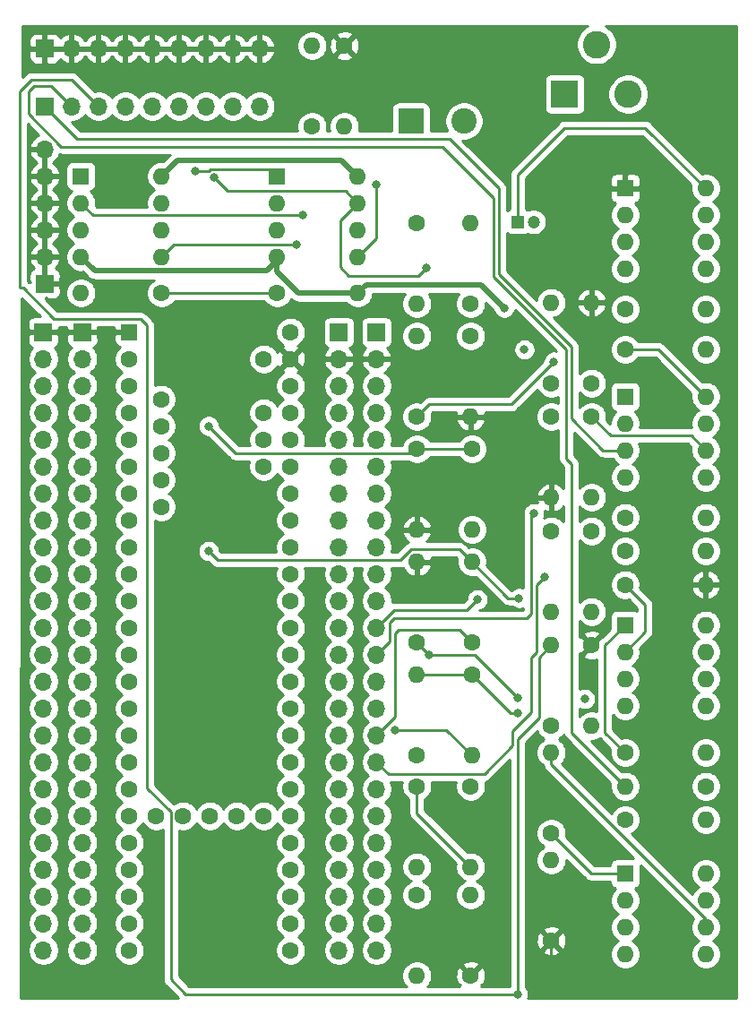
<source format=gbr>
%TF.GenerationSoftware,KiCad,Pcbnew,(5.1.10)-1*%
%TF.CreationDate,2023-07-22T23:02:34-04:00*%
%TF.ProjectId,dynamic clamp pcb,64796e61-6d69-4632-9063-6c616d702070,rev?*%
%TF.SameCoordinates,Original*%
%TF.FileFunction,Copper,L2,Bot*%
%TF.FilePolarity,Positive*%
%FSLAX46Y46*%
G04 Gerber Fmt 4.6, Leading zero omitted, Abs format (unit mm)*
G04 Created by KiCad (PCBNEW (5.1.10)-1) date 2023-07-22 23:02:34*
%MOMM*%
%LPD*%
G01*
G04 APERTURE LIST*
%TA.AperFunction,ComponentPad*%
%ADD10C,1.600000*%
%TD*%
%TA.AperFunction,ComponentPad*%
%ADD11O,1.600000X1.600000*%
%TD*%
%TA.AperFunction,ComponentPad*%
%ADD12R,2.400000X2.400000*%
%TD*%
%TA.AperFunction,ComponentPad*%
%ADD13C,2.400000*%
%TD*%
%TA.AperFunction,ComponentPad*%
%ADD14R,1.200000X1.200000*%
%TD*%
%TA.AperFunction,ComponentPad*%
%ADD15C,1.200000*%
%TD*%
%TA.AperFunction,ComponentPad*%
%ADD16R,1.700000X1.700000*%
%TD*%
%TA.AperFunction,ComponentPad*%
%ADD17O,1.700000X1.700000*%
%TD*%
%TA.AperFunction,ComponentPad*%
%ADD18R,2.600000X2.600000*%
%TD*%
%TA.AperFunction,ComponentPad*%
%ADD19C,2.600000*%
%TD*%
%TA.AperFunction,ComponentPad*%
%ADD20R,1.600000X1.600000*%
%TD*%
%TA.AperFunction,ViaPad*%
%ADD21C,0.800000*%
%TD*%
%TA.AperFunction,Conductor*%
%ADD22C,0.250000*%
%TD*%
%TA.AperFunction,Conductor*%
%ADD23C,0.518000*%
%TD*%
%TA.AperFunction,Conductor*%
%ADD24C,0.254000*%
%TD*%
%TA.AperFunction,Conductor*%
%ADD25C,0.100000*%
%TD*%
G04 APERTURE END LIST*
D10*
%TO.P,10k,1*%
%TO.N,Net-(R27-Pad1)*%
X56515000Y-140081000D03*
D11*
%TO.P,10k,2*%
%TO.N,GND*%
X56515000Y-132461000D03*
%TD*%
%TO.P,10k,2*%
%TO.N,Net-(R11-Pad2)*%
X83820000Y-150495000D03*
D10*
%TO.P,10k,1*%
%TO.N,Net-(R10-Pad2)*%
X76200000Y-150495000D03*
%TD*%
D12*
%TO.P,200uF,1*%
%TO.N,+9V*%
X55960000Y-90805000D03*
D13*
%TO.P,200uF,2*%
%TO.N,-9V*%
X60960000Y-90805000D03*
%TD*%
D14*
%TO.P,1uF,1*%
%TO.N,Net-(C2-Pad1)*%
X66040000Y-100330000D03*
D15*
%TO.P,1uF,2*%
%TO.N,-9V*%
X67540000Y-100330000D03*
%TD*%
D16*
%TO.P,J1,1*%
%TO.N,GND*%
X21336000Y-106172000D03*
D17*
%TO.P,J1,2*%
X21336000Y-103632000D03*
%TO.P,J1,3*%
X21336000Y-101092000D03*
%TO.P,J1,4*%
X21336000Y-98552000D03*
%TO.P,J1,5*%
X21336000Y-96012000D03*
%TO.P,J1,6*%
X21336000Y-93472000D03*
%TD*%
D18*
%TO.P,J2,1*%
%TO.N,-9V*%
X70485000Y-88265000D03*
D19*
%TO.P,J2,2*%
%TO.N,+9V*%
X76485000Y-88265000D03*
%TO.P,J2,3*%
%TO.N,N/C*%
X73485000Y-83565000D03*
%TD*%
D16*
%TO.P,J6,1*%
%TO.N,GND*%
X24892000Y-110744000D03*
D17*
%TO.P,J6,2*%
%TO.N,Net-(J6-Pad2)*%
X24892000Y-113284000D03*
%TO.P,J6,3*%
%TO.N,Net-(J6-Pad3)*%
X24892000Y-115824000D03*
%TO.P,J6,4*%
%TO.N,Net-(J6-Pad4)*%
X24892000Y-118364000D03*
%TO.P,J6,5*%
%TO.N,Net-(J6-Pad5)*%
X24892000Y-120904000D03*
%TO.P,J6,6*%
%TO.N,Net-(J6-Pad6)*%
X24892000Y-123444000D03*
%TO.P,J6,7*%
%TO.N,Net-(J6-Pad7)*%
X24892000Y-125984000D03*
%TO.P,J6,8*%
%TO.N,Net-(J6-Pad8)*%
X24892000Y-128524000D03*
%TO.P,J6,9*%
%TO.N,Net-(J6-Pad9)*%
X24892000Y-131064000D03*
%TO.P,J6,10*%
%TO.N,Net-(J6-Pad10)*%
X24892000Y-133604000D03*
%TO.P,J6,11*%
%TO.N,Net-(J6-Pad11)*%
X24892000Y-136144000D03*
%TO.P,J6,12*%
%TO.N,Net-(J6-Pad12)*%
X24892000Y-138684000D03*
%TO.P,J6,13*%
%TO.N,Net-(J6-Pad13)*%
X24892000Y-141224000D03*
%TO.P,J6,14*%
%TO.N,Net-(J6-Pad14)*%
X24892000Y-143764000D03*
%TO.P,J6,15*%
%TO.N,Net-(J6-Pad15)*%
X24892000Y-146304000D03*
%TO.P,J6,16*%
%TO.N,Net-(J6-Pad16)*%
X24892000Y-148844000D03*
%TO.P,J6,17*%
%TO.N,Net-(J6-Pad17)*%
X24892000Y-151384000D03*
%TO.P,J6,18*%
%TO.N,Net-(J6-Pad18)*%
X24892000Y-153924000D03*
%TO.P,J6,19*%
%TO.N,Net-(J6-Pad19)*%
X24892000Y-156464000D03*
%TO.P,J6,20*%
%TO.N,Net-(J6-Pad20)*%
X24892000Y-159004000D03*
%TO.P,J6,21*%
%TO.N,Net-(J6-Pad21)*%
X24892000Y-161544000D03*
%TO.P,J6,22*%
%TO.N,Net-(J6-Pad22)*%
X24892000Y-164084000D03*
%TO.P,J6,23*%
%TO.N,Net-(J6-Pad23)*%
X24892000Y-166624000D03*
%TO.P,J6,24*%
%TO.N,Net-(J6-Pad24)*%
X24892000Y-169164000D03*
%TD*%
%TO.P,J7,24*%
%TO.N,Net-(J7-Pad24)*%
X49149000Y-169164000D03*
%TO.P,J7,23*%
%TO.N,Net-(J7-Pad23)*%
X49149000Y-166624000D03*
%TO.P,J7,22*%
%TO.N,Net-(J7-Pad22)*%
X49149000Y-164084000D03*
%TO.P,J7,21*%
%TO.N,Net-(J7-Pad21)*%
X49149000Y-161544000D03*
%TO.P,J7,20*%
%TO.N,Net-(J7-Pad20)*%
X49149000Y-159004000D03*
%TO.P,J7,19*%
%TO.N,Net-(J7-Pad19)*%
X49149000Y-156464000D03*
%TO.P,J7,18*%
%TO.N,Net-(J7-Pad18)*%
X49149000Y-153924000D03*
%TO.P,J7,17*%
%TO.N,VDACCh1*%
X49149000Y-151384000D03*
%TO.P,J7,16*%
%TO.N,VDACCh2*%
X49149000Y-148844000D03*
%TO.P,J7,15*%
%TO.N,Net-(J7-Pad15)*%
X49149000Y-146304000D03*
%TO.P,J7,14*%
%TO.N,Net-(J7-Pad14)*%
X49149000Y-143764000D03*
%TO.P,J7,13*%
%TO.N,VinCh1*%
X49149000Y-141224000D03*
%TO.P,J7,12*%
%TO.N,VinCh2*%
X49149000Y-138684000D03*
%TO.P,J7,11*%
%TO.N,trig1*%
X49149000Y-136144000D03*
%TO.P,J7,10*%
%TO.N,trig2*%
X49149000Y-133604000D03*
%TO.P,J7,9*%
%TO.N,trig3*%
X49149000Y-131064000D03*
%TO.P,J7,8*%
%TO.N,Net-(J7-Pad8)*%
X49149000Y-128524000D03*
%TO.P,J7,7*%
%TO.N,Net-(J7-Pad7)*%
X49149000Y-125984000D03*
%TO.P,J7,6*%
%TO.N,Net-(J7-Pad6)*%
X49149000Y-123444000D03*
%TO.P,J7,5*%
%TO.N,Net-(J7-Pad5)*%
X49149000Y-120904000D03*
%TO.P,J7,4*%
%TO.N,Net-(J7-Pad4)*%
X49149000Y-118364000D03*
%TO.P,J7,3*%
%TO.N,Net-(J7-Pad3)*%
X49149000Y-115824000D03*
%TO.P,J7,2*%
%TO.N,GND*%
X49149000Y-113284000D03*
D16*
%TO.P,J7,1*%
%TO.N,Net-(J7-Pad1)*%
X49149000Y-110744000D03*
%TD*%
D11*
%TO.P,2.2k,2*%
%TO.N,Net-(R1-Pad2)*%
X69215000Y-107950000D03*
D10*
%TO.P,2.2k,1*%
%TO.N,Net-(R1-Pad1)*%
X69215000Y-115570000D03*
%TD*%
D11*
%TO.P,470,2*%
%TO.N,GND*%
X73025000Y-107950000D03*
D10*
%TO.P,470,1*%
%TO.N,Net-(R1-Pad2)*%
X73025000Y-115570000D03*
%TD*%
%TO.P,4.7k,1*%
%TO.N,Net-(R1-Pad2)*%
X76200000Y-108585000D03*
D11*
%TO.P,4.7k,2*%
%TO.N,Net-(R3-Pad2)*%
X83820000Y-108585000D03*
%TD*%
D10*
%TO.P,22k,1*%
%TO.N,+9V*%
X76200000Y-112395000D03*
D11*
%TO.P,22k,2*%
%TO.N,Net-(R3-Pad2)*%
X83820000Y-112395000D03*
%TD*%
%TO.P,10k,2*%
%TO.N,GND*%
X69215000Y-126365000D03*
D10*
%TO.P,10k,1*%
%TO.N,Net-(R5-Pad1)*%
X69215000Y-118745000D03*
%TD*%
%TO.P,100,1*%
%TO.N,Net-(R5-Pad1)*%
X73025000Y-118745000D03*
D11*
%TO.P,100,2*%
%TO.N,VinCh1*%
X73025000Y-126365000D03*
%TD*%
%TO.P,2.2k,2*%
%TO.N,Net-(R7-Pad2)*%
X83820000Y-128270000D03*
D10*
%TO.P,2.2k,1*%
%TO.N,VDACCh1*%
X76200000Y-128270000D03*
%TD*%
%TO.P,10k,1*%
%TO.N,Net-(R18-Pad1)*%
X76200000Y-131445000D03*
D11*
%TO.P,10k,2*%
%TO.N,Net-(R7-Pad2)*%
X83820000Y-131445000D03*
%TD*%
D10*
%TO.P,10k,1*%
%TO.N,Net-(R10-Pad1)*%
X76200000Y-134620000D03*
D11*
%TO.P,10k,2*%
%TO.N,GND*%
X83820000Y-134620000D03*
%TD*%
%TO.P,10k,2*%
%TO.N,Net-(R10-Pad2)*%
X69215000Y-137160000D03*
D10*
%TO.P,10k,1*%
%TO.N,Net-(R10-Pad1)*%
X69215000Y-129540000D03*
%TD*%
%TO.P,10k,1*%
%TO.N,Net-(R11-Pad2)*%
X83820000Y-153670000D03*
D11*
%TO.P,10k,2*%
%TO.N,VDAQCh1*%
X76200000Y-153670000D03*
%TD*%
%TO.P,10k,2*%
%TO.N,Net-(R13-Pad2)*%
X83820000Y-156845000D03*
D10*
%TO.P,10k,1*%
%TO.N,Net-(R11-Pad2)*%
X76200000Y-156845000D03*
%TD*%
%TO.P,4.7k,1*%
%TO.N,GND*%
X69215000Y-168275000D03*
D11*
%TO.P,4.7k,2*%
%TO.N,Net-(R14-Pad2)*%
X69215000Y-160655000D03*
%TD*%
D10*
%TO.P,10k,1*%
%TO.N,Net-(R13-Pad2)*%
X69215000Y-158115000D03*
D11*
%TO.P,10k,2*%
%TO.N,Net-(R15-Pad2)*%
X69215000Y-150495000D03*
%TD*%
D10*
%TO.P,10k,1*%
%TO.N,Net-(R15-Pad2)*%
X69215000Y-147955000D03*
D11*
%TO.P,10k,2*%
%TO.N,VampCh1*%
X69215000Y-140335000D03*
%TD*%
%TO.P,4.7k,2*%
%TO.N,Net-(R17-Pad2)*%
X73025000Y-147955000D03*
D10*
%TO.P,4.7k,1*%
%TO.N,GND*%
X73025000Y-140335000D03*
%TD*%
D11*
%TO.P,2.2k,2*%
%TO.N,-9V*%
X73025000Y-137160000D03*
D10*
%TO.P,2.2k,1*%
%TO.N,Net-(R18-Pad1)*%
X73025000Y-129540000D03*
%TD*%
D11*
%TO.P,LM358,8*%
%TO.N,+9V*%
X83820000Y-116840000D03*
%TO.P,LM358,4*%
%TO.N,-9V*%
X76200000Y-124460000D03*
%TO.P,LM358,7*%
%TO.N,VinCh1*%
X83820000Y-119380000D03*
%TO.P,LM358,3*%
%TO.N,VmCh1*%
X76200000Y-121920000D03*
%TO.P,LM358,6*%
%TO.N,Net-(R5-Pad1)*%
X83820000Y-121920000D03*
%TO.P,LM358,2*%
%TO.N,Net-(R1-Pad1)*%
X76200000Y-119380000D03*
%TO.P,LM358,5*%
%TO.N,Net-(R3-Pad2)*%
X83820000Y-124460000D03*
D20*
%TO.P,LM358,1*%
%TO.N,Net-(R1-Pad1)*%
X76200000Y-116840000D03*
%TD*%
%TO.P,LM358,1*%
%TO.N,Net-(R10-Pad2)*%
X76200000Y-138430000D03*
D11*
%TO.P,LM358,5*%
%TO.N,Net-(R25-Pad2)*%
X83820000Y-146050000D03*
%TO.P,LM358,2*%
%TO.N,Net-(R10-Pad1)*%
X76200000Y-140970000D03*
%TO.P,LM358,6*%
%TO.N,Net-(R27-Pad1)*%
X83820000Y-143510000D03*
%TO.P,LM358,3*%
%TO.N,Net-(R7-Pad2)*%
X76200000Y-143510000D03*
%TO.P,LM358,7*%
%TO.N,Net-(R28-Pad2)*%
X83820000Y-140970000D03*
%TO.P,LM358,4*%
%TO.N,-9V*%
X76200000Y-146050000D03*
%TO.P,LM358,8*%
%TO.N,+9V*%
X83820000Y-138430000D03*
%TD*%
D20*
%TO.P,LM358,1*%
%TO.N,Net-(R13-Pad2)*%
X76200000Y-161925000D03*
D11*
%TO.P,LM358,5*%
%TO.N,Net-(R17-Pad2)*%
X83820000Y-169545000D03*
%TO.P,LM358,2*%
%TO.N,Net-(R11-Pad2)*%
X76200000Y-164465000D03*
%TO.P,LM358,6*%
%TO.N,Net-(R15-Pad2)*%
X83820000Y-167005000D03*
%TO.P,LM358,3*%
%TO.N,Net-(R14-Pad2)*%
X76200000Y-167005000D03*
%TO.P,LM358,7*%
%TO.N,VampCh1*%
X83820000Y-164465000D03*
%TO.P,LM358,4*%
%TO.N,-9V*%
X76200000Y-169545000D03*
%TO.P,LM358,8*%
%TO.N,+9V*%
X83820000Y-161925000D03*
%TD*%
%TO.P,TLE2426,8*%
%TO.N,Net-(C2-Pad1)*%
X83820000Y-97155000D03*
%TO.P,TLE2426,4*%
%TO.N,N/C*%
X76200000Y-104775000D03*
%TO.P,TLE2426,7*%
X83820000Y-99695000D03*
%TO.P,TLE2426,3*%
%TO.N,+9V*%
X76200000Y-102235000D03*
%TO.P,TLE2426,6*%
%TO.N,N/C*%
X83820000Y-102235000D03*
%TO.P,TLE2426,2*%
%TO.N,-9V*%
X76200000Y-99695000D03*
%TO.P,TLE2426,5*%
%TO.N,N/C*%
X83820000Y-104775000D03*
D20*
%TO.P,TLE2426,1*%
%TO.N,GND*%
X76200000Y-97155000D03*
%TD*%
D10*
%TO.P,U5,17*%
%TO.N,Net-(J6-Pad17)*%
X29337000Y-151384000D03*
%TO.P,U5,18*%
%TO.N,Net-(J6-Pad18)*%
X29337000Y-153924000D03*
%TO.P,U5,19*%
%TO.N,Net-(J6-Pad19)*%
X29337000Y-156464000D03*
%TO.P,U5,20*%
%TO.N,Net-(J6-Pad20)*%
X29337000Y-159004000D03*
%TO.P,U5,16*%
%TO.N,Net-(J6-Pad16)*%
X29337000Y-148844000D03*
%TO.P,U5,15*%
%TO.N,Net-(J6-Pad15)*%
X29337000Y-146304000D03*
%TO.P,U5,14*%
%TO.N,Net-(J6-Pad14)*%
X29337000Y-143764000D03*
%TO.P,U5,21*%
%TO.N,Net-(J6-Pad21)*%
X29337000Y-161544000D03*
%TO.P,U5,22*%
%TO.N,Net-(J6-Pad22)*%
X29337000Y-164084000D03*
%TO.P,U5,23*%
%TO.N,Net-(J6-Pad23)*%
X29337000Y-166624000D03*
%TO.P,U5,24*%
%TO.N,Net-(J6-Pad24)*%
X29337000Y-169164000D03*
%TO.P,U5,25*%
%TO.N,N/C*%
X31877000Y-156464000D03*
%TO.P,U5,26*%
X34417000Y-156464000D03*
%TO.P,U5,27*%
X36957000Y-156464000D03*
%TO.P,U5,28*%
X39497000Y-156464000D03*
%TO.P,U5,29*%
X42037000Y-156464000D03*
%TO.P,U5,30*%
%TO.N,Net-(J7-Pad24)*%
X44577000Y-169164000D03*
%TO.P,U5,31*%
%TO.N,Net-(J7-Pad23)*%
X44577000Y-166624000D03*
%TO.P,U5,32*%
%TO.N,Net-(J7-Pad22)*%
X44577000Y-164084000D03*
%TO.P,U5,33*%
%TO.N,Net-(J7-Pad21)*%
X44577000Y-161544000D03*
%TO.P,U5,34*%
%TO.N,Net-(J7-Pad20)*%
X44577000Y-159004000D03*
%TO.P,U5,35*%
%TO.N,Net-(J7-Pad19)*%
X44577000Y-156464000D03*
%TO.P,U5,36*%
%TO.N,Net-(J7-Pad18)*%
X44577000Y-153924000D03*
%TO.P,U5,37*%
%TO.N,VDACCh1*%
X44577000Y-151384000D03*
%TO.P,U5,13*%
%TO.N,Net-(J6-Pad13)*%
X29337000Y-141224000D03*
%TO.P,U5,12*%
%TO.N,Net-(J6-Pad12)*%
X29337000Y-138684000D03*
%TO.P,U5,11*%
%TO.N,Net-(J6-Pad11)*%
X29337000Y-136144000D03*
%TO.P,U5,10*%
%TO.N,Net-(J6-Pad10)*%
X29337000Y-133604000D03*
%TO.P,U5,9*%
%TO.N,Net-(J6-Pad9)*%
X29337000Y-131064000D03*
%TO.P,U5,8*%
%TO.N,Net-(J6-Pad8)*%
X29337000Y-128524000D03*
%TO.P,U5,7*%
%TO.N,Net-(J6-Pad7)*%
X29337000Y-125984000D03*
%TO.P,U5,6*%
%TO.N,Net-(J6-Pad6)*%
X29337000Y-123444000D03*
%TO.P,U5,5*%
%TO.N,Net-(J6-Pad5)*%
X29337000Y-120904000D03*
%TO.P,U5,4*%
%TO.N,Net-(J6-Pad4)*%
X29337000Y-118364000D03*
%TO.P,U5,3*%
%TO.N,Net-(J6-Pad3)*%
X29337000Y-115824000D03*
%TO.P,U5,2*%
%TO.N,Net-(J6-Pad2)*%
X29337000Y-113284000D03*
D20*
%TO.P,U5,1*%
%TO.N,GND*%
X29337000Y-110744000D03*
D10*
%TO.P,U5,38*%
%TO.N,VDACCh2*%
X44577000Y-148844000D03*
%TO.P,U5,39*%
%TO.N,Net-(J7-Pad15)*%
X44577000Y-146304000D03*
%TO.P,U5,40*%
%TO.N,Net-(J7-Pad14)*%
X44577000Y-143764000D03*
%TO.P,U5,41*%
%TO.N,VinCh1*%
X44577000Y-141224000D03*
%TO.P,U5,42*%
%TO.N,VinCh2*%
X44577000Y-138684000D03*
%TO.P,U5,43*%
%TO.N,trig1*%
X44577000Y-136144000D03*
%TO.P,U5,44*%
%TO.N,trig2*%
X44577000Y-133604000D03*
%TO.P,U5,45*%
%TO.N,trig3*%
X44577000Y-131064000D03*
%TO.P,U5,46*%
%TO.N,Net-(J7-Pad8)*%
X44577000Y-128524000D03*
%TO.P,U5,47*%
%TO.N,Net-(J7-Pad7)*%
X44577000Y-125984000D03*
%TO.P,U5,48*%
%TO.N,Net-(J7-Pad6)*%
X44577000Y-123444000D03*
%TO.P,U5,49*%
%TO.N,Net-(J7-Pad5)*%
X44577000Y-120904000D03*
%TO.P,U5,50*%
%TO.N,Net-(J7-Pad4)*%
X44577000Y-118364000D03*
%TO.P,U5,51*%
%TO.N,Net-(J7-Pad3)*%
X44577000Y-115824000D03*
%TO.P,U5,52*%
%TO.N,GND*%
X44577000Y-113284000D03*
%TO.P,U5,53*%
%TO.N,Net-(J7-Pad1)*%
X44577000Y-110744000D03*
%TO.P,U5,54*%
%TO.N,N/C*%
X42037000Y-113284000D03*
%TO.P,U5,55*%
X42037000Y-118364000D03*
%TO.P,U5,56*%
X42037000Y-120904000D03*
%TO.P,U5,57*%
X42037000Y-123444000D03*
%TO.P,U5,58*%
X32337000Y-117094000D03*
%TO.P,U5,59*%
X32337000Y-119634000D03*
%TO.P,U5,60*%
X32337000Y-122174000D03*
%TO.P,U5,61*%
X32337000Y-124714000D03*
%TO.P,U5,62*%
X32337000Y-127254000D03*
%TD*%
D17*
%TO.P,IN,9*%
%TO.N,trig3*%
X41656000Y-89408000D03*
%TO.P,IN,8*%
%TO.N,trig2*%
X39116000Y-89408000D03*
%TO.P,IN,7*%
%TO.N,trig1*%
X36576000Y-89408000D03*
%TO.P,IN,6*%
%TO.N,VampCh2*%
X34036000Y-89408000D03*
%TO.P,IN,5*%
%TO.N,VDAQCh2*%
X31496000Y-89408000D03*
%TO.P,IN,4*%
%TO.N,VmCh2*%
X28956000Y-89408000D03*
%TO.P,IN,3*%
%TO.N,VampCh1*%
X26416000Y-89408000D03*
%TO.P,IN,2*%
%TO.N,VDAQCh1*%
X23876000Y-89408000D03*
D16*
%TO.P,IN,1*%
%TO.N,VmCh1*%
X21336000Y-89408000D03*
%TD*%
%TO.P,GND,1*%
%TO.N,GND*%
X21336000Y-83947000D03*
D17*
%TO.P,GND,2*%
X23876000Y-83947000D03*
%TO.P,GND,3*%
X26416000Y-83947000D03*
%TO.P,GND,4*%
X28956000Y-83947000D03*
%TO.P,GND,5*%
X31496000Y-83947000D03*
%TO.P,GND,6*%
X34036000Y-83947000D03*
%TO.P,GND,7*%
X36576000Y-83947000D03*
%TO.P,GND,8*%
X39116000Y-83947000D03*
%TO.P,GND,9*%
X41656000Y-83947000D03*
%TD*%
%TO.P,GND,24*%
%TO.N,Net-(J6-Pad24)*%
X21209000Y-169164000D03*
%TO.P,GND,23*%
%TO.N,Net-(J6-Pad23)*%
X21209000Y-166624000D03*
%TO.P,GND,22*%
%TO.N,Net-(J6-Pad22)*%
X21209000Y-164084000D03*
%TO.P,GND,21*%
%TO.N,Net-(J6-Pad21)*%
X21209000Y-161544000D03*
%TO.P,GND,20*%
%TO.N,Net-(J6-Pad20)*%
X21209000Y-159004000D03*
%TO.P,GND,19*%
%TO.N,Net-(J6-Pad19)*%
X21209000Y-156464000D03*
%TO.P,GND,18*%
%TO.N,Net-(J6-Pad18)*%
X21209000Y-153924000D03*
%TO.P,GND,17*%
%TO.N,Net-(J6-Pad17)*%
X21209000Y-151384000D03*
%TO.P,GND,16*%
%TO.N,Net-(J6-Pad16)*%
X21209000Y-148844000D03*
%TO.P,GND,15*%
%TO.N,Net-(J6-Pad15)*%
X21209000Y-146304000D03*
%TO.P,GND,14*%
%TO.N,Net-(J6-Pad14)*%
X21209000Y-143764000D03*
%TO.P,GND,13*%
%TO.N,Net-(J6-Pad13)*%
X21209000Y-141224000D03*
%TO.P,GND,12*%
%TO.N,Net-(J6-Pad12)*%
X21209000Y-138684000D03*
%TO.P,GND,11*%
%TO.N,Net-(J6-Pad11)*%
X21209000Y-136144000D03*
%TO.P,GND,10*%
%TO.N,Net-(J6-Pad10)*%
X21209000Y-133604000D03*
%TO.P,GND,9*%
%TO.N,Net-(J6-Pad9)*%
X21209000Y-131064000D03*
%TO.P,GND,8*%
%TO.N,Net-(J6-Pad8)*%
X21209000Y-128524000D03*
%TO.P,GND,7*%
%TO.N,Net-(J6-Pad7)*%
X21209000Y-125984000D03*
%TO.P,GND,6*%
%TO.N,Net-(J6-Pad6)*%
X21209000Y-123444000D03*
%TO.P,GND,5*%
%TO.N,Net-(J6-Pad5)*%
X21209000Y-120904000D03*
%TO.P,GND,4*%
%TO.N,Net-(J6-Pad4)*%
X21209000Y-118364000D03*
%TO.P,GND,3*%
%TO.N,Net-(J6-Pad3)*%
X21209000Y-115824000D03*
%TO.P,GND,2*%
%TO.N,Net-(J6-Pad2)*%
X21209000Y-113284000D03*
D16*
%TO.P,GND,1*%
%TO.N,GND*%
X21209000Y-110744000D03*
%TD*%
D17*
%TO.P,J9,24*%
%TO.N,Net-(J7-Pad24)*%
X52705000Y-169164000D03*
%TO.P,J9,23*%
%TO.N,Net-(J7-Pad23)*%
X52705000Y-166624000D03*
%TO.P,J9,22*%
%TO.N,Net-(J7-Pad22)*%
X52705000Y-164084000D03*
%TO.P,J9,21*%
%TO.N,Net-(J7-Pad21)*%
X52705000Y-161544000D03*
%TO.P,J9,20*%
%TO.N,Net-(J7-Pad20)*%
X52705000Y-159004000D03*
%TO.P,J9,19*%
%TO.N,Net-(J7-Pad19)*%
X52705000Y-156464000D03*
%TO.P,J9,18*%
%TO.N,Net-(J7-Pad18)*%
X52705000Y-153924000D03*
%TO.P,J9,17*%
%TO.N,VDACCh1*%
X52705000Y-151384000D03*
%TO.P,J9,16*%
%TO.N,VDACCh2*%
X52705000Y-148844000D03*
%TO.P,J9,15*%
%TO.N,Net-(J7-Pad15)*%
X52705000Y-146304000D03*
%TO.P,J9,14*%
%TO.N,Net-(J7-Pad14)*%
X52705000Y-143764000D03*
%TO.P,J9,13*%
%TO.N,VinCh1*%
X52705000Y-141224000D03*
%TO.P,J9,12*%
%TO.N,VinCh2*%
X52705000Y-138684000D03*
%TO.P,J9,11*%
%TO.N,trig1*%
X52705000Y-136144000D03*
%TO.P,J9,10*%
%TO.N,trig2*%
X52705000Y-133604000D03*
%TO.P,J9,9*%
%TO.N,trig3*%
X52705000Y-131064000D03*
%TO.P,J9,8*%
%TO.N,Net-(J7-Pad8)*%
X52705000Y-128524000D03*
%TO.P,J9,7*%
%TO.N,Net-(J7-Pad7)*%
X52705000Y-125984000D03*
%TO.P,J9,6*%
%TO.N,Net-(J7-Pad6)*%
X52705000Y-123444000D03*
%TO.P,J9,5*%
%TO.N,Net-(J7-Pad5)*%
X52705000Y-120904000D03*
%TO.P,J9,4*%
%TO.N,Net-(J7-Pad4)*%
X52705000Y-118364000D03*
%TO.P,J9,3*%
%TO.N,Net-(J7-Pad3)*%
X52705000Y-115824000D03*
%TO.P,J9,2*%
%TO.N,GND*%
X52705000Y-113284000D03*
D16*
%TO.P,J9,1*%
%TO.N,Net-(J7-Pad1)*%
X52705000Y-110744000D03*
%TD*%
D11*
%TO.P,2.2k,2*%
%TO.N,Net-(R19-Pad2)*%
X61595000Y-100457000D03*
D10*
%TO.P,2.2k,1*%
%TO.N,Net-(R19-Pad1)*%
X61595000Y-108077000D03*
%TD*%
D11*
%TO.P,470,2*%
%TO.N,GND*%
X61595000Y-118745000D03*
D10*
%TO.P,470,1*%
%TO.N,Net-(R19-Pad2)*%
X61595000Y-111125000D03*
%TD*%
%TO.P,4.7k,1*%
%TO.N,Net-(R19-Pad2)*%
X56515000Y-100457000D03*
D11*
%TO.P,4.7k,2*%
%TO.N,Net-(R21-Pad2)*%
X56515000Y-108077000D03*
%TD*%
D10*
%TO.P,22k,1*%
%TO.N,+9V*%
X56515000Y-118745000D03*
D11*
%TO.P,22k,2*%
%TO.N,Net-(R21-Pad2)*%
X56515000Y-111125000D03*
%TD*%
D10*
%TO.P,10k,1*%
%TO.N,Net-(R23-Pad1)*%
X56515000Y-121793000D03*
D11*
%TO.P,10k,2*%
%TO.N,GND*%
X56515000Y-129413000D03*
%TD*%
%TO.P,100,2*%
%TO.N,VinCh2*%
X61722000Y-129413000D03*
D10*
%TO.P,100,1*%
%TO.N,Net-(R23-Pad1)*%
X61722000Y-121793000D03*
%TD*%
D11*
%TO.P,2.2k,2*%
%TO.N,Net-(R25-Pad2)*%
X61722000Y-132461000D03*
D10*
%TO.P,2.2k,1*%
%TO.N,VDACCh2*%
X61722000Y-140081000D03*
%TD*%
%TO.P,10k,1*%
%TO.N,Net-(R26-Pad1)*%
X32385000Y-107061000D03*
D11*
%TO.P,10k,2*%
%TO.N,Net-(R25-Pad2)*%
X24765000Y-107061000D03*
%TD*%
%TO.P,10k,2*%
%TO.N,Net-(R28-Pad2)*%
X56515000Y-143129000D03*
D10*
%TO.P,10k,1*%
%TO.N,Net-(R27-Pad1)*%
X56515000Y-150749000D03*
%TD*%
%TO.P,10k,1*%
%TO.N,Net-(R28-Pad2)*%
X61722000Y-143129000D03*
D11*
%TO.P,10k,2*%
%TO.N,Net-(R29-Pad2)*%
X61722000Y-150749000D03*
%TD*%
%TO.P,10k,2*%
%TO.N,VDAQCh2*%
X46609000Y-83693000D03*
D10*
%TO.P,10k,1*%
%TO.N,Net-(R29-Pad2)*%
X46609000Y-91313000D03*
%TD*%
%TO.P,10k,1*%
%TO.N,Net-(R29-Pad2)*%
X61595000Y-153670000D03*
D11*
%TO.P,10k,2*%
%TO.N,Net-(R31-Pad2)*%
X61595000Y-161290000D03*
%TD*%
%TO.P,4.7k,2*%
%TO.N,Net-(R32-Pad2)*%
X49657000Y-91313000D03*
D10*
%TO.P,4.7k,1*%
%TO.N,GND*%
X49657000Y-83693000D03*
%TD*%
%TO.P,10k,1*%
%TO.N,Net-(R31-Pad2)*%
X56515000Y-153670000D03*
D11*
%TO.P,10k,2*%
%TO.N,Net-(R33-Pad2)*%
X56515000Y-161290000D03*
%TD*%
D10*
%TO.P,10k,1*%
%TO.N,Net-(R33-Pad2)*%
X56515000Y-163957000D03*
D11*
%TO.P,10k,2*%
%TO.N,VampCh2*%
X56515000Y-171577000D03*
%TD*%
%TO.P,4.7k,2*%
%TO.N,Net-(R35-Pad2)*%
X61595000Y-163957000D03*
D10*
%TO.P,4.7k,1*%
%TO.N,GND*%
X61595000Y-171577000D03*
%TD*%
D11*
%TO.P,2.2k,2*%
%TO.N,-9V*%
X50927000Y-107061000D03*
D10*
%TO.P,2.2k,1*%
%TO.N,Net-(R26-Pad1)*%
X43307000Y-107061000D03*
%TD*%
D20*
%TO.P,LM358,1*%
%TO.N,Net-(R19-Pad1)*%
X24765000Y-96012000D03*
D11*
%TO.P,LM358,5*%
%TO.N,Net-(R21-Pad2)*%
X32385000Y-103632000D03*
%TO.P,LM358,2*%
%TO.N,Net-(R19-Pad1)*%
X24765000Y-98552000D03*
%TO.P,LM358,6*%
%TO.N,Net-(R23-Pad1)*%
X32385000Y-101092000D03*
%TO.P,LM358,3*%
%TO.N,VmCh2*%
X24765000Y-101092000D03*
%TO.P,LM358,7*%
%TO.N,VinCh2*%
X32385000Y-98552000D03*
%TO.P,LM358,4*%
%TO.N,-9V*%
X24765000Y-103632000D03*
%TO.P,LM358,8*%
%TO.N,+9V*%
X32385000Y-96012000D03*
%TD*%
%TO.P,LM358,8*%
%TO.N,+9V*%
X50927000Y-96012000D03*
%TO.P,LM358,4*%
%TO.N,-9V*%
X43307000Y-103632000D03*
%TO.P,LM358,7*%
%TO.N,VampCh2*%
X50927000Y-98552000D03*
%TO.P,LM358,3*%
%TO.N,Net-(R32-Pad2)*%
X43307000Y-101092000D03*
%TO.P,LM358,6*%
%TO.N,Net-(R33-Pad2)*%
X50927000Y-101092000D03*
%TO.P,LM358,2*%
%TO.N,Net-(R29-Pad2)*%
X43307000Y-98552000D03*
%TO.P,LM358,5*%
%TO.N,Net-(R35-Pad2)*%
X50927000Y-103632000D03*
D20*
%TO.P,LM358,1*%
%TO.N,Net-(R31-Pad2)*%
X43307000Y-96012000D03*
%TD*%
D21*
%TO.N,*%
X66675000Y-112395000D03*
X72390000Y-145415000D03*
%TO.N,VinCh2*%
X62230000Y-136017000D03*
%TO.N,+9V*%
X69469000Y-113538000D03*
%TO.N,VampCh2*%
X57404000Y-104648000D03*
%TO.N,Net-(R27-Pad1)*%
X66040000Y-145288000D03*
%TO.N,Net-(R25-Pad2)*%
X66167000Y-135890000D03*
%TO.N,VampCh2*%
X37338000Y-96139000D03*
%TO.N,-9V*%
X64770000Y-108458000D03*
%TO.N,VampCh1*%
X66040000Y-173355000D03*
%TO.N,VinCh1*%
X67564000Y-127889000D03*
%TO.N,VDACCh1*%
X68580000Y-133858000D03*
%TO.N,GND*%
X68871999Y-172376999D03*
%TO.N,Net-(R19-Pad1)*%
X45687999Y-99727001D03*
%TO.N,Net-(R21-Pad2)*%
X45117001Y-102456999D03*
%TO.N,Net-(R23-Pad1)*%
X36830000Y-119634000D03*
%TO.N,Net-(R25-Pad2)*%
X36830000Y-131445000D03*
%TO.N,Net-(R27-Pad1)*%
X57690001Y-141256001D03*
%TO.N,Net-(R28-Pad2)*%
X66072001Y-146779999D03*
%TO.N,Net-(R29-Pad2)*%
X54483000Y-148336000D03*
%TO.N,Net-(R31-Pad2)*%
X35560000Y-95504000D03*
%TO.N,Net-(R35-Pad2)*%
X52705000Y-96774000D03*
%TD*%
D22*
%TO.N,+9V*%
X79375000Y-112395000D02*
X83820000Y-116840000D01*
X76200000Y-112395000D02*
X79375000Y-112395000D01*
D23*
X32385000Y-96012000D02*
X33909000Y-94488000D01*
X49403000Y-94488000D02*
X50927000Y-96012000D01*
X33909000Y-94488000D02*
X49403000Y-94488000D01*
D22*
X65437001Y-117569999D02*
X69469000Y-113538000D01*
X57690001Y-117569999D02*
X65437001Y-117569999D01*
X56515000Y-118745000D02*
X57690001Y-117569999D01*
D23*
%TO.N,-9V*%
X26074001Y-104941001D02*
X42378999Y-104941001D01*
X24765000Y-103632000D02*
X26074001Y-104941001D01*
X43307000Y-104013000D02*
X43307000Y-103632000D01*
X42378999Y-104941001D02*
X43307000Y-104013000D01*
X62573001Y-106261001D02*
X64770000Y-108458000D01*
X51726999Y-106261001D02*
X62573001Y-106261001D01*
X50927000Y-107061000D02*
X51726999Y-106261001D01*
X43307000Y-103632000D02*
X43307000Y-105029000D01*
X45339000Y-107061000D02*
X50927000Y-107061000D01*
X43307000Y-105029000D02*
X45339000Y-107061000D01*
D22*
%TO.N,Net-(C2-Pad1)*%
X66040000Y-100330000D02*
X66040000Y-95885000D01*
X66040000Y-95885000D02*
X70485000Y-91440000D01*
X78105000Y-91440000D02*
X83820000Y-97155000D01*
X70485000Y-91440000D02*
X78105000Y-91440000D01*
%TO.N,VampCh1*%
X68039999Y-141510001D02*
X68039999Y-147225001D01*
X69215000Y-140335000D02*
X68039999Y-141510001D01*
X66040000Y-149860000D02*
X66040000Y-173355000D01*
X68039999Y-147225001D02*
X66040000Y-149225000D01*
%TO.N,Net-(R5-Pad1)*%
X82455001Y-120555001D02*
X83820000Y-121920000D01*
X74835001Y-120555001D02*
X82455001Y-120555001D01*
X73025000Y-118745000D02*
X74835001Y-120555001D01*
%TO.N,Net-(R10-Pad1)*%
X76200000Y-134620000D02*
X78105000Y-136525000D01*
X78105000Y-139065000D02*
X76200000Y-140970000D01*
X78105000Y-136525000D02*
X78105000Y-139065000D01*
%TO.N,Net-(R10-Pad2)*%
X74295000Y-140335000D02*
X74295000Y-148590000D01*
X74295000Y-148590000D02*
X76200000Y-150495000D01*
X76200000Y-138430000D02*
X74295000Y-140335000D01*
%TO.N,Net-(R13-Pad2)*%
X73025000Y-161925000D02*
X69215000Y-158115000D01*
X76200000Y-161925000D02*
X73025000Y-161925000D01*
%TO.N,Net-(R15-Pad2)*%
X83820000Y-166231370D02*
X83820000Y-167005000D01*
X69215000Y-151626370D02*
X83820000Y-166231370D01*
X69215000Y-150495000D02*
X69215000Y-151626370D01*
%TO.N,GND*%
X69215000Y-172033998D02*
X68871999Y-172376999D01*
X69215000Y-168275000D02*
X69215000Y-172033998D01*
%TO.N,VampCh2*%
X49751999Y-97376999D02*
X50927000Y-98552000D01*
X38575999Y-97376999D02*
X49751999Y-97376999D01*
X37338000Y-96139000D02*
X38575999Y-97376999D01*
X56642000Y-105410000D02*
X57404000Y-104648000D01*
X50038000Y-105410000D02*
X56642000Y-105410000D01*
X49251989Y-104623989D02*
X50038000Y-105410000D01*
X49251989Y-100227011D02*
X49251989Y-104623989D01*
X50927000Y-98552000D02*
X49251989Y-100227011D01*
%TO.N,VampCh1*%
X66007999Y-173387001D02*
X66040000Y-173355000D01*
X66040000Y-149225000D02*
X66040000Y-149860000D01*
X65786000Y-173355000D02*
X66040000Y-173355000D01*
X26416000Y-89408000D02*
X23876000Y-86868000D01*
X23876000Y-86868000D02*
X20066000Y-86868000D01*
X34671000Y-173355000D02*
X65786000Y-173355000D01*
X20066000Y-86868000D02*
X18933593Y-88000407D01*
X18933593Y-88000407D02*
X18933593Y-106563593D01*
X18933593Y-106563593D02*
X19269594Y-106563593D01*
X30387001Y-109518999D02*
X30988000Y-110119998D01*
X19269594Y-106563593D02*
X22225000Y-109518999D01*
X22225000Y-109518999D02*
X30387001Y-109518999D01*
X30988000Y-153835998D02*
X33241999Y-156089997D01*
X30988000Y-110119998D02*
X30988000Y-153835998D01*
X33241999Y-156089997D02*
X33241999Y-171925999D01*
X33241999Y-171925999D02*
X34671000Y-173355000D01*
%TO.N,VDAQCh1*%
X71120000Y-148590000D02*
X76200000Y-153670000D01*
X71120000Y-123190000D02*
X71120000Y-148590000D01*
X63761990Y-105544990D02*
X70619990Y-112402990D01*
X58928000Y-93218000D02*
X63761990Y-98051990D01*
X22895002Y-93218000D02*
X58928000Y-93218000D01*
X19812000Y-90134998D02*
X22895002Y-93218000D01*
X63761990Y-98051990D02*
X63761990Y-105544990D01*
X19812000Y-88011000D02*
X19812000Y-90134998D01*
X20320000Y-87503000D02*
X19812000Y-88011000D01*
X70619990Y-122689990D02*
X71120000Y-123190000D01*
X21971000Y-87503000D02*
X20320000Y-87503000D01*
X70619990Y-112402990D02*
X70619990Y-122689990D01*
X23876000Y-89408000D02*
X21971000Y-87503000D01*
%TO.N,VmCh1*%
X71120000Y-118910998D02*
X74129002Y-121920000D01*
X64262000Y-105283000D02*
X71120000Y-112141000D01*
X64262000Y-97155000D02*
X64262000Y-105283000D01*
X74129002Y-121920000D02*
X76200000Y-121920000D01*
X59595001Y-92488001D02*
X64262000Y-97155000D01*
X24416001Y-92488001D02*
X59595001Y-92488001D01*
X71120000Y-112141000D02*
X71120000Y-118910998D01*
X21336000Y-89408000D02*
X24416001Y-92488001D01*
%TO.N,VDACCh1*%
X65539990Y-148455010D02*
X65539990Y-149852010D01*
X67310000Y-146685000D02*
X65539990Y-148455010D01*
X62897001Y-152494999D02*
X53815999Y-152494999D01*
X53815999Y-152494999D02*
X52705000Y-151384000D01*
X65539990Y-149852010D02*
X62897001Y-152494999D01*
X68580000Y-133858000D02*
X67818000Y-134620000D01*
X67310000Y-141532880D02*
X67310000Y-146685000D01*
X67818000Y-141024880D02*
X67310000Y-141532880D01*
X67818000Y-134620000D02*
X67818000Y-141024880D01*
%TO.N,VDACCh2*%
X60546999Y-138905999D02*
X54769001Y-138905999D01*
X61722000Y-140081000D02*
X60546999Y-138905999D01*
X54430011Y-147118989D02*
X52705000Y-148844000D01*
X54430011Y-139244989D02*
X54430011Y-147118989D01*
X54769001Y-138905999D02*
X54430011Y-139244989D01*
%TO.N,VinCh1*%
X52705000Y-141224000D02*
X52737001Y-141256001D01*
X67317990Y-128135010D02*
X67564000Y-127889000D01*
X67317990Y-137406010D02*
X67317990Y-128135010D01*
X54356000Y-137795000D02*
X66929000Y-137795000D01*
X53930001Y-138220999D02*
X54356000Y-137795000D01*
X66929000Y-137795000D02*
X67317990Y-137406010D01*
X53930001Y-139998999D02*
X53930001Y-138220999D01*
X52705000Y-141224000D02*
X53930001Y-139998999D01*
%TO.N,VinCh2*%
X52705000Y-138684000D02*
X54356000Y-137033000D01*
X61214000Y-137033000D02*
X62230000Y-136017000D01*
X54356000Y-137033000D02*
X61214000Y-137033000D01*
%TO.N,Net-(R19-Pad1)*%
X24765000Y-98552000D02*
X25940001Y-99727001D01*
X25940001Y-99727001D02*
X45687999Y-99727001D01*
%TO.N,Net-(R21-Pad2)*%
X56515000Y-107480998D02*
X56515000Y-108077000D01*
X33560001Y-102456999D02*
X45117001Y-102456999D01*
X32385000Y-103632000D02*
X33560001Y-102456999D01*
%TO.N,Net-(R23-Pad1)*%
X56089001Y-122218999D02*
X56515000Y-121793000D01*
X39414999Y-122218999D02*
X56089001Y-122218999D01*
X36830000Y-119634000D02*
X39414999Y-122218999D01*
X56515000Y-121793000D02*
X61722000Y-121793000D01*
%TO.N,Net-(R25-Pad2)*%
X60546999Y-131285999D02*
X61722000Y-132461000D01*
X55950999Y-131285999D02*
X60546999Y-131285999D01*
X54947997Y-132289001D02*
X55950999Y-131285999D01*
X37674001Y-132289001D02*
X54947997Y-132289001D01*
X36830000Y-131445000D02*
X37674001Y-132289001D01*
X65151000Y-135890000D02*
X66167000Y-135890000D01*
X61722000Y-132461000D02*
X65151000Y-135890000D01*
%TO.N,Net-(R26-Pad1)*%
X32385000Y-107061000D02*
X43307000Y-107061000D01*
%TO.N,Net-(R27-Pad1)*%
X62008001Y-141256001D02*
X66040000Y-145288000D01*
X57690001Y-141256001D02*
X62008001Y-141256001D01*
X56515000Y-140081000D02*
X57690001Y-141256001D01*
X57690001Y-141256001D02*
X57690001Y-141256001D01*
%TO.N,Net-(R28-Pad2)*%
X65372999Y-146779999D02*
X66072001Y-146779999D01*
X61722000Y-143129000D02*
X65372999Y-146779999D01*
X56515000Y-143129000D02*
X61722000Y-143129000D01*
%TO.N,Net-(R29-Pad2)*%
X59309000Y-148336000D02*
X61722000Y-150749000D01*
X54483000Y-148336000D02*
X59309000Y-148336000D01*
%TO.N,Net-(R31-Pad2)*%
X56515000Y-156210000D02*
X61595000Y-161290000D01*
X56515000Y-153670000D02*
X56515000Y-156210000D01*
X42658999Y-95363999D02*
X43307000Y-96012000D01*
X36965999Y-95363999D02*
X42658999Y-95363999D01*
X36825998Y-95504000D02*
X36965999Y-95363999D01*
X35560000Y-95504000D02*
X36825998Y-95504000D01*
%TO.N,Net-(R35-Pad2)*%
X52705000Y-101854000D02*
X52705000Y-96774000D01*
X50927000Y-103632000D02*
X52705000Y-101854000D01*
%TD*%
D24*
%TO.N,GND*%
X20890018Y-109258819D02*
X20359000Y-109255928D01*
X20234518Y-109268188D01*
X20114820Y-109304498D01*
X20004506Y-109363463D01*
X19907815Y-109442815D01*
X19828463Y-109539506D01*
X19769498Y-109649820D01*
X19733188Y-109769518D01*
X19720928Y-109894000D01*
X19724000Y-110458250D01*
X19882750Y-110617000D01*
X21082000Y-110617000D01*
X21082000Y-110597000D01*
X21336000Y-110597000D01*
X21336000Y-110617000D01*
X22535250Y-110617000D01*
X22694000Y-110458250D01*
X22694976Y-110278999D01*
X23406024Y-110278999D01*
X23407000Y-110458250D01*
X23565750Y-110617000D01*
X24765000Y-110617000D01*
X24765000Y-110597000D01*
X25019000Y-110597000D01*
X25019000Y-110617000D01*
X26218250Y-110617000D01*
X26377000Y-110458250D01*
X26377976Y-110278999D01*
X27900929Y-110278999D01*
X27902000Y-110458250D01*
X28060750Y-110617000D01*
X29210000Y-110617000D01*
X29210000Y-110597000D01*
X29464000Y-110597000D01*
X29464000Y-110617000D01*
X29484000Y-110617000D01*
X29484000Y-110871000D01*
X29464000Y-110871000D01*
X29464000Y-110891000D01*
X29210000Y-110891000D01*
X29210000Y-110871000D01*
X28060750Y-110871000D01*
X27902000Y-111029750D01*
X27898928Y-111544000D01*
X27911188Y-111668482D01*
X27947498Y-111788180D01*
X28006463Y-111898494D01*
X28085815Y-111995185D01*
X28182506Y-112074537D01*
X28292820Y-112133502D01*
X28412518Y-112169812D01*
X28420961Y-112170643D01*
X28222363Y-112369241D01*
X28065320Y-112604273D01*
X27957147Y-112865426D01*
X27902000Y-113142665D01*
X27902000Y-113425335D01*
X27957147Y-113702574D01*
X28065320Y-113963727D01*
X28222363Y-114198759D01*
X28422241Y-114398637D01*
X28654759Y-114554000D01*
X28422241Y-114709363D01*
X28222363Y-114909241D01*
X28065320Y-115144273D01*
X27957147Y-115405426D01*
X27902000Y-115682665D01*
X27902000Y-115965335D01*
X27957147Y-116242574D01*
X28065320Y-116503727D01*
X28222363Y-116738759D01*
X28422241Y-116938637D01*
X28654759Y-117094000D01*
X28422241Y-117249363D01*
X28222363Y-117449241D01*
X28065320Y-117684273D01*
X27957147Y-117945426D01*
X27902000Y-118222665D01*
X27902000Y-118505335D01*
X27957147Y-118782574D01*
X28065320Y-119043727D01*
X28222363Y-119278759D01*
X28422241Y-119478637D01*
X28654759Y-119634000D01*
X28422241Y-119789363D01*
X28222363Y-119989241D01*
X28065320Y-120224273D01*
X27957147Y-120485426D01*
X27902000Y-120762665D01*
X27902000Y-121045335D01*
X27957147Y-121322574D01*
X28065320Y-121583727D01*
X28222363Y-121818759D01*
X28422241Y-122018637D01*
X28654759Y-122174000D01*
X28422241Y-122329363D01*
X28222363Y-122529241D01*
X28065320Y-122764273D01*
X27957147Y-123025426D01*
X27902000Y-123302665D01*
X27902000Y-123585335D01*
X27957147Y-123862574D01*
X28065320Y-124123727D01*
X28222363Y-124358759D01*
X28422241Y-124558637D01*
X28654759Y-124714000D01*
X28422241Y-124869363D01*
X28222363Y-125069241D01*
X28065320Y-125304273D01*
X27957147Y-125565426D01*
X27902000Y-125842665D01*
X27902000Y-126125335D01*
X27957147Y-126402574D01*
X28065320Y-126663727D01*
X28222363Y-126898759D01*
X28422241Y-127098637D01*
X28654759Y-127254000D01*
X28422241Y-127409363D01*
X28222363Y-127609241D01*
X28065320Y-127844273D01*
X27957147Y-128105426D01*
X27902000Y-128382665D01*
X27902000Y-128665335D01*
X27957147Y-128942574D01*
X28065320Y-129203727D01*
X28222363Y-129438759D01*
X28422241Y-129638637D01*
X28654759Y-129794000D01*
X28422241Y-129949363D01*
X28222363Y-130149241D01*
X28065320Y-130384273D01*
X27957147Y-130645426D01*
X27902000Y-130922665D01*
X27902000Y-131205335D01*
X27957147Y-131482574D01*
X28065320Y-131743727D01*
X28222363Y-131978759D01*
X28422241Y-132178637D01*
X28654759Y-132334000D01*
X28422241Y-132489363D01*
X28222363Y-132689241D01*
X28065320Y-132924273D01*
X27957147Y-133185426D01*
X27902000Y-133462665D01*
X27902000Y-133745335D01*
X27957147Y-134022574D01*
X28065320Y-134283727D01*
X28222363Y-134518759D01*
X28422241Y-134718637D01*
X28654759Y-134874000D01*
X28422241Y-135029363D01*
X28222363Y-135229241D01*
X28065320Y-135464273D01*
X27957147Y-135725426D01*
X27902000Y-136002665D01*
X27902000Y-136285335D01*
X27957147Y-136562574D01*
X28065320Y-136823727D01*
X28222363Y-137058759D01*
X28422241Y-137258637D01*
X28654759Y-137414000D01*
X28422241Y-137569363D01*
X28222363Y-137769241D01*
X28065320Y-138004273D01*
X27957147Y-138265426D01*
X27902000Y-138542665D01*
X27902000Y-138825335D01*
X27957147Y-139102574D01*
X28065320Y-139363727D01*
X28222363Y-139598759D01*
X28422241Y-139798637D01*
X28654759Y-139954000D01*
X28422241Y-140109363D01*
X28222363Y-140309241D01*
X28065320Y-140544273D01*
X27957147Y-140805426D01*
X27902000Y-141082665D01*
X27902000Y-141365335D01*
X27957147Y-141642574D01*
X28065320Y-141903727D01*
X28222363Y-142138759D01*
X28422241Y-142338637D01*
X28654759Y-142494000D01*
X28422241Y-142649363D01*
X28222363Y-142849241D01*
X28065320Y-143084273D01*
X27957147Y-143345426D01*
X27902000Y-143622665D01*
X27902000Y-143905335D01*
X27957147Y-144182574D01*
X28065320Y-144443727D01*
X28222363Y-144678759D01*
X28422241Y-144878637D01*
X28654759Y-145034000D01*
X28422241Y-145189363D01*
X28222363Y-145389241D01*
X28065320Y-145624273D01*
X27957147Y-145885426D01*
X27902000Y-146162665D01*
X27902000Y-146445335D01*
X27957147Y-146722574D01*
X28065320Y-146983727D01*
X28222363Y-147218759D01*
X28422241Y-147418637D01*
X28654759Y-147574000D01*
X28422241Y-147729363D01*
X28222363Y-147929241D01*
X28065320Y-148164273D01*
X27957147Y-148425426D01*
X27902000Y-148702665D01*
X27902000Y-148985335D01*
X27957147Y-149262574D01*
X28065320Y-149523727D01*
X28222363Y-149758759D01*
X28422241Y-149958637D01*
X28654759Y-150114000D01*
X28422241Y-150269363D01*
X28222363Y-150469241D01*
X28065320Y-150704273D01*
X27957147Y-150965426D01*
X27902000Y-151242665D01*
X27902000Y-151525335D01*
X27957147Y-151802574D01*
X28065320Y-152063727D01*
X28222363Y-152298759D01*
X28422241Y-152498637D01*
X28654759Y-152654000D01*
X28422241Y-152809363D01*
X28222363Y-153009241D01*
X28065320Y-153244273D01*
X27957147Y-153505426D01*
X27902000Y-153782665D01*
X27902000Y-154065335D01*
X27957147Y-154342574D01*
X28065320Y-154603727D01*
X28222363Y-154838759D01*
X28422241Y-155038637D01*
X28654759Y-155194000D01*
X28422241Y-155349363D01*
X28222363Y-155549241D01*
X28065320Y-155784273D01*
X27957147Y-156045426D01*
X27902000Y-156322665D01*
X27902000Y-156605335D01*
X27957147Y-156882574D01*
X28065320Y-157143727D01*
X28222363Y-157378759D01*
X28422241Y-157578637D01*
X28654759Y-157734000D01*
X28422241Y-157889363D01*
X28222363Y-158089241D01*
X28065320Y-158324273D01*
X27957147Y-158585426D01*
X27902000Y-158862665D01*
X27902000Y-159145335D01*
X27957147Y-159422574D01*
X28065320Y-159683727D01*
X28222363Y-159918759D01*
X28422241Y-160118637D01*
X28654759Y-160274000D01*
X28422241Y-160429363D01*
X28222363Y-160629241D01*
X28065320Y-160864273D01*
X27957147Y-161125426D01*
X27902000Y-161402665D01*
X27902000Y-161685335D01*
X27957147Y-161962574D01*
X28065320Y-162223727D01*
X28222363Y-162458759D01*
X28422241Y-162658637D01*
X28654759Y-162814000D01*
X28422241Y-162969363D01*
X28222363Y-163169241D01*
X28065320Y-163404273D01*
X27957147Y-163665426D01*
X27902000Y-163942665D01*
X27902000Y-164225335D01*
X27957147Y-164502574D01*
X28065320Y-164763727D01*
X28222363Y-164998759D01*
X28422241Y-165198637D01*
X28654759Y-165354000D01*
X28422241Y-165509363D01*
X28222363Y-165709241D01*
X28065320Y-165944273D01*
X27957147Y-166205426D01*
X27902000Y-166482665D01*
X27902000Y-166765335D01*
X27957147Y-167042574D01*
X28065320Y-167303727D01*
X28222363Y-167538759D01*
X28422241Y-167738637D01*
X28654759Y-167894000D01*
X28422241Y-168049363D01*
X28222363Y-168249241D01*
X28065320Y-168484273D01*
X27957147Y-168745426D01*
X27902000Y-169022665D01*
X27902000Y-169305335D01*
X27957147Y-169582574D01*
X28065320Y-169843727D01*
X28222363Y-170078759D01*
X28422241Y-170278637D01*
X28657273Y-170435680D01*
X28918426Y-170543853D01*
X29195665Y-170599000D01*
X29478335Y-170599000D01*
X29755574Y-170543853D01*
X30016727Y-170435680D01*
X30251759Y-170278637D01*
X30451637Y-170078759D01*
X30608680Y-169843727D01*
X30716853Y-169582574D01*
X30772000Y-169305335D01*
X30772000Y-169022665D01*
X30716853Y-168745426D01*
X30608680Y-168484273D01*
X30451637Y-168249241D01*
X30251759Y-168049363D01*
X30019241Y-167894000D01*
X30251759Y-167738637D01*
X30451637Y-167538759D01*
X30608680Y-167303727D01*
X30716853Y-167042574D01*
X30772000Y-166765335D01*
X30772000Y-166482665D01*
X30716853Y-166205426D01*
X30608680Y-165944273D01*
X30451637Y-165709241D01*
X30251759Y-165509363D01*
X30019241Y-165354000D01*
X30251759Y-165198637D01*
X30451637Y-164998759D01*
X30608680Y-164763727D01*
X30716853Y-164502574D01*
X30772000Y-164225335D01*
X30772000Y-163942665D01*
X30716853Y-163665426D01*
X30608680Y-163404273D01*
X30451637Y-163169241D01*
X30251759Y-162969363D01*
X30019241Y-162814000D01*
X30251759Y-162658637D01*
X30451637Y-162458759D01*
X30608680Y-162223727D01*
X30716853Y-161962574D01*
X30772000Y-161685335D01*
X30772000Y-161402665D01*
X30716853Y-161125426D01*
X30608680Y-160864273D01*
X30451637Y-160629241D01*
X30251759Y-160429363D01*
X30019241Y-160274000D01*
X30251759Y-160118637D01*
X30451637Y-159918759D01*
X30608680Y-159683727D01*
X30716853Y-159422574D01*
X30772000Y-159145335D01*
X30772000Y-158862665D01*
X30716853Y-158585426D01*
X30608680Y-158324273D01*
X30451637Y-158089241D01*
X30251759Y-157889363D01*
X30019241Y-157734000D01*
X30251759Y-157578637D01*
X30451637Y-157378759D01*
X30607000Y-157146241D01*
X30762363Y-157378759D01*
X30962241Y-157578637D01*
X31197273Y-157735680D01*
X31458426Y-157843853D01*
X31735665Y-157899000D01*
X32018335Y-157899000D01*
X32295574Y-157843853D01*
X32481999Y-157766633D01*
X32482000Y-171888666D01*
X32478323Y-171925999D01*
X32492997Y-172074984D01*
X32536453Y-172218245D01*
X32607025Y-172350275D01*
X32678200Y-172437001D01*
X32701999Y-172466000D01*
X32730997Y-172489798D01*
X33952198Y-173711000D01*
X19075035Y-173711000D01*
X19160950Y-111594000D01*
X19720928Y-111594000D01*
X19733188Y-111718482D01*
X19769498Y-111838180D01*
X19828463Y-111948494D01*
X19907815Y-112045185D01*
X20004506Y-112124537D01*
X20114820Y-112183502D01*
X20187380Y-112205513D01*
X20055525Y-112337368D01*
X19893010Y-112580589D01*
X19781068Y-112850842D01*
X19724000Y-113137740D01*
X19724000Y-113430260D01*
X19781068Y-113717158D01*
X19893010Y-113987411D01*
X20055525Y-114230632D01*
X20262368Y-114437475D01*
X20436760Y-114554000D01*
X20262368Y-114670525D01*
X20055525Y-114877368D01*
X19893010Y-115120589D01*
X19781068Y-115390842D01*
X19724000Y-115677740D01*
X19724000Y-115970260D01*
X19781068Y-116257158D01*
X19893010Y-116527411D01*
X20055525Y-116770632D01*
X20262368Y-116977475D01*
X20436760Y-117094000D01*
X20262368Y-117210525D01*
X20055525Y-117417368D01*
X19893010Y-117660589D01*
X19781068Y-117930842D01*
X19724000Y-118217740D01*
X19724000Y-118510260D01*
X19781068Y-118797158D01*
X19893010Y-119067411D01*
X20055525Y-119310632D01*
X20262368Y-119517475D01*
X20436760Y-119634000D01*
X20262368Y-119750525D01*
X20055525Y-119957368D01*
X19893010Y-120200589D01*
X19781068Y-120470842D01*
X19724000Y-120757740D01*
X19724000Y-121050260D01*
X19781068Y-121337158D01*
X19893010Y-121607411D01*
X20055525Y-121850632D01*
X20262368Y-122057475D01*
X20436760Y-122174000D01*
X20262368Y-122290525D01*
X20055525Y-122497368D01*
X19893010Y-122740589D01*
X19781068Y-123010842D01*
X19724000Y-123297740D01*
X19724000Y-123590260D01*
X19781068Y-123877158D01*
X19893010Y-124147411D01*
X20055525Y-124390632D01*
X20262368Y-124597475D01*
X20436760Y-124714000D01*
X20262368Y-124830525D01*
X20055525Y-125037368D01*
X19893010Y-125280589D01*
X19781068Y-125550842D01*
X19724000Y-125837740D01*
X19724000Y-126130260D01*
X19781068Y-126417158D01*
X19893010Y-126687411D01*
X20055525Y-126930632D01*
X20262368Y-127137475D01*
X20436760Y-127254000D01*
X20262368Y-127370525D01*
X20055525Y-127577368D01*
X19893010Y-127820589D01*
X19781068Y-128090842D01*
X19724000Y-128377740D01*
X19724000Y-128670260D01*
X19781068Y-128957158D01*
X19893010Y-129227411D01*
X20055525Y-129470632D01*
X20262368Y-129677475D01*
X20436760Y-129794000D01*
X20262368Y-129910525D01*
X20055525Y-130117368D01*
X19893010Y-130360589D01*
X19781068Y-130630842D01*
X19724000Y-130917740D01*
X19724000Y-131210260D01*
X19781068Y-131497158D01*
X19893010Y-131767411D01*
X20055525Y-132010632D01*
X20262368Y-132217475D01*
X20436760Y-132334000D01*
X20262368Y-132450525D01*
X20055525Y-132657368D01*
X19893010Y-132900589D01*
X19781068Y-133170842D01*
X19724000Y-133457740D01*
X19724000Y-133750260D01*
X19781068Y-134037158D01*
X19893010Y-134307411D01*
X20055525Y-134550632D01*
X20262368Y-134757475D01*
X20436760Y-134874000D01*
X20262368Y-134990525D01*
X20055525Y-135197368D01*
X19893010Y-135440589D01*
X19781068Y-135710842D01*
X19724000Y-135997740D01*
X19724000Y-136290260D01*
X19781068Y-136577158D01*
X19893010Y-136847411D01*
X20055525Y-137090632D01*
X20262368Y-137297475D01*
X20436760Y-137414000D01*
X20262368Y-137530525D01*
X20055525Y-137737368D01*
X19893010Y-137980589D01*
X19781068Y-138250842D01*
X19724000Y-138537740D01*
X19724000Y-138830260D01*
X19781068Y-139117158D01*
X19893010Y-139387411D01*
X20055525Y-139630632D01*
X20262368Y-139837475D01*
X20436760Y-139954000D01*
X20262368Y-140070525D01*
X20055525Y-140277368D01*
X19893010Y-140520589D01*
X19781068Y-140790842D01*
X19724000Y-141077740D01*
X19724000Y-141370260D01*
X19781068Y-141657158D01*
X19893010Y-141927411D01*
X20055525Y-142170632D01*
X20262368Y-142377475D01*
X20436760Y-142494000D01*
X20262368Y-142610525D01*
X20055525Y-142817368D01*
X19893010Y-143060589D01*
X19781068Y-143330842D01*
X19724000Y-143617740D01*
X19724000Y-143910260D01*
X19781068Y-144197158D01*
X19893010Y-144467411D01*
X20055525Y-144710632D01*
X20262368Y-144917475D01*
X20436760Y-145034000D01*
X20262368Y-145150525D01*
X20055525Y-145357368D01*
X19893010Y-145600589D01*
X19781068Y-145870842D01*
X19724000Y-146157740D01*
X19724000Y-146450260D01*
X19781068Y-146737158D01*
X19893010Y-147007411D01*
X20055525Y-147250632D01*
X20262368Y-147457475D01*
X20436760Y-147574000D01*
X20262368Y-147690525D01*
X20055525Y-147897368D01*
X19893010Y-148140589D01*
X19781068Y-148410842D01*
X19724000Y-148697740D01*
X19724000Y-148990260D01*
X19781068Y-149277158D01*
X19893010Y-149547411D01*
X20055525Y-149790632D01*
X20262368Y-149997475D01*
X20436760Y-150114000D01*
X20262368Y-150230525D01*
X20055525Y-150437368D01*
X19893010Y-150680589D01*
X19781068Y-150950842D01*
X19724000Y-151237740D01*
X19724000Y-151530260D01*
X19781068Y-151817158D01*
X19893010Y-152087411D01*
X20055525Y-152330632D01*
X20262368Y-152537475D01*
X20436760Y-152654000D01*
X20262368Y-152770525D01*
X20055525Y-152977368D01*
X19893010Y-153220589D01*
X19781068Y-153490842D01*
X19724000Y-153777740D01*
X19724000Y-154070260D01*
X19781068Y-154357158D01*
X19893010Y-154627411D01*
X20055525Y-154870632D01*
X20262368Y-155077475D01*
X20436760Y-155194000D01*
X20262368Y-155310525D01*
X20055525Y-155517368D01*
X19893010Y-155760589D01*
X19781068Y-156030842D01*
X19724000Y-156317740D01*
X19724000Y-156610260D01*
X19781068Y-156897158D01*
X19893010Y-157167411D01*
X20055525Y-157410632D01*
X20262368Y-157617475D01*
X20436760Y-157734000D01*
X20262368Y-157850525D01*
X20055525Y-158057368D01*
X19893010Y-158300589D01*
X19781068Y-158570842D01*
X19724000Y-158857740D01*
X19724000Y-159150260D01*
X19781068Y-159437158D01*
X19893010Y-159707411D01*
X20055525Y-159950632D01*
X20262368Y-160157475D01*
X20436760Y-160274000D01*
X20262368Y-160390525D01*
X20055525Y-160597368D01*
X19893010Y-160840589D01*
X19781068Y-161110842D01*
X19724000Y-161397740D01*
X19724000Y-161690260D01*
X19781068Y-161977158D01*
X19893010Y-162247411D01*
X20055525Y-162490632D01*
X20262368Y-162697475D01*
X20436760Y-162814000D01*
X20262368Y-162930525D01*
X20055525Y-163137368D01*
X19893010Y-163380589D01*
X19781068Y-163650842D01*
X19724000Y-163937740D01*
X19724000Y-164230260D01*
X19781068Y-164517158D01*
X19893010Y-164787411D01*
X20055525Y-165030632D01*
X20262368Y-165237475D01*
X20436760Y-165354000D01*
X20262368Y-165470525D01*
X20055525Y-165677368D01*
X19893010Y-165920589D01*
X19781068Y-166190842D01*
X19724000Y-166477740D01*
X19724000Y-166770260D01*
X19781068Y-167057158D01*
X19893010Y-167327411D01*
X20055525Y-167570632D01*
X20262368Y-167777475D01*
X20436760Y-167894000D01*
X20262368Y-168010525D01*
X20055525Y-168217368D01*
X19893010Y-168460589D01*
X19781068Y-168730842D01*
X19724000Y-169017740D01*
X19724000Y-169310260D01*
X19781068Y-169597158D01*
X19893010Y-169867411D01*
X20055525Y-170110632D01*
X20262368Y-170317475D01*
X20505589Y-170479990D01*
X20775842Y-170591932D01*
X21062740Y-170649000D01*
X21355260Y-170649000D01*
X21642158Y-170591932D01*
X21912411Y-170479990D01*
X22155632Y-170317475D01*
X22362475Y-170110632D01*
X22524990Y-169867411D01*
X22636932Y-169597158D01*
X22694000Y-169310260D01*
X22694000Y-169017740D01*
X22636932Y-168730842D01*
X22524990Y-168460589D01*
X22362475Y-168217368D01*
X22155632Y-168010525D01*
X21981240Y-167894000D01*
X22155632Y-167777475D01*
X22362475Y-167570632D01*
X22524990Y-167327411D01*
X22636932Y-167057158D01*
X22694000Y-166770260D01*
X22694000Y-166477740D01*
X22636932Y-166190842D01*
X22524990Y-165920589D01*
X22362475Y-165677368D01*
X22155632Y-165470525D01*
X21981240Y-165354000D01*
X22155632Y-165237475D01*
X22362475Y-165030632D01*
X22524990Y-164787411D01*
X22636932Y-164517158D01*
X22694000Y-164230260D01*
X22694000Y-163937740D01*
X22636932Y-163650842D01*
X22524990Y-163380589D01*
X22362475Y-163137368D01*
X22155632Y-162930525D01*
X21981240Y-162814000D01*
X22155632Y-162697475D01*
X22362475Y-162490632D01*
X22524990Y-162247411D01*
X22636932Y-161977158D01*
X22694000Y-161690260D01*
X22694000Y-161397740D01*
X22636932Y-161110842D01*
X22524990Y-160840589D01*
X22362475Y-160597368D01*
X22155632Y-160390525D01*
X21981240Y-160274000D01*
X22155632Y-160157475D01*
X22362475Y-159950632D01*
X22524990Y-159707411D01*
X22636932Y-159437158D01*
X22694000Y-159150260D01*
X22694000Y-158857740D01*
X22636932Y-158570842D01*
X22524990Y-158300589D01*
X22362475Y-158057368D01*
X22155632Y-157850525D01*
X21981240Y-157734000D01*
X22155632Y-157617475D01*
X22362475Y-157410632D01*
X22524990Y-157167411D01*
X22636932Y-156897158D01*
X22694000Y-156610260D01*
X22694000Y-156317740D01*
X22636932Y-156030842D01*
X22524990Y-155760589D01*
X22362475Y-155517368D01*
X22155632Y-155310525D01*
X21981240Y-155194000D01*
X22155632Y-155077475D01*
X22362475Y-154870632D01*
X22524990Y-154627411D01*
X22636932Y-154357158D01*
X22694000Y-154070260D01*
X22694000Y-153777740D01*
X22636932Y-153490842D01*
X22524990Y-153220589D01*
X22362475Y-152977368D01*
X22155632Y-152770525D01*
X21981240Y-152654000D01*
X22155632Y-152537475D01*
X22362475Y-152330632D01*
X22524990Y-152087411D01*
X22636932Y-151817158D01*
X22694000Y-151530260D01*
X22694000Y-151237740D01*
X22636932Y-150950842D01*
X22524990Y-150680589D01*
X22362475Y-150437368D01*
X22155632Y-150230525D01*
X21981240Y-150114000D01*
X22155632Y-149997475D01*
X22362475Y-149790632D01*
X22524990Y-149547411D01*
X22636932Y-149277158D01*
X22694000Y-148990260D01*
X22694000Y-148697740D01*
X22636932Y-148410842D01*
X22524990Y-148140589D01*
X22362475Y-147897368D01*
X22155632Y-147690525D01*
X21981240Y-147574000D01*
X22155632Y-147457475D01*
X22362475Y-147250632D01*
X22524990Y-147007411D01*
X22636932Y-146737158D01*
X22694000Y-146450260D01*
X22694000Y-146157740D01*
X22636932Y-145870842D01*
X22524990Y-145600589D01*
X22362475Y-145357368D01*
X22155632Y-145150525D01*
X21981240Y-145034000D01*
X22155632Y-144917475D01*
X22362475Y-144710632D01*
X22524990Y-144467411D01*
X22636932Y-144197158D01*
X22694000Y-143910260D01*
X22694000Y-143617740D01*
X22636932Y-143330842D01*
X22524990Y-143060589D01*
X22362475Y-142817368D01*
X22155632Y-142610525D01*
X21981240Y-142494000D01*
X22155632Y-142377475D01*
X22362475Y-142170632D01*
X22524990Y-141927411D01*
X22636932Y-141657158D01*
X22694000Y-141370260D01*
X22694000Y-141077740D01*
X22636932Y-140790842D01*
X22524990Y-140520589D01*
X22362475Y-140277368D01*
X22155632Y-140070525D01*
X21981240Y-139954000D01*
X22155632Y-139837475D01*
X22362475Y-139630632D01*
X22524990Y-139387411D01*
X22636932Y-139117158D01*
X22694000Y-138830260D01*
X22694000Y-138537740D01*
X22636932Y-138250842D01*
X22524990Y-137980589D01*
X22362475Y-137737368D01*
X22155632Y-137530525D01*
X21981240Y-137414000D01*
X22155632Y-137297475D01*
X22362475Y-137090632D01*
X22524990Y-136847411D01*
X22636932Y-136577158D01*
X22694000Y-136290260D01*
X22694000Y-135997740D01*
X22636932Y-135710842D01*
X22524990Y-135440589D01*
X22362475Y-135197368D01*
X22155632Y-134990525D01*
X21981240Y-134874000D01*
X22155632Y-134757475D01*
X22362475Y-134550632D01*
X22524990Y-134307411D01*
X22636932Y-134037158D01*
X22694000Y-133750260D01*
X22694000Y-133457740D01*
X22636932Y-133170842D01*
X22524990Y-132900589D01*
X22362475Y-132657368D01*
X22155632Y-132450525D01*
X21981240Y-132334000D01*
X22155632Y-132217475D01*
X22362475Y-132010632D01*
X22524990Y-131767411D01*
X22636932Y-131497158D01*
X22694000Y-131210260D01*
X22694000Y-130917740D01*
X22636932Y-130630842D01*
X22524990Y-130360589D01*
X22362475Y-130117368D01*
X22155632Y-129910525D01*
X21981240Y-129794000D01*
X22155632Y-129677475D01*
X22362475Y-129470632D01*
X22524990Y-129227411D01*
X22636932Y-128957158D01*
X22694000Y-128670260D01*
X22694000Y-128377740D01*
X22636932Y-128090842D01*
X22524990Y-127820589D01*
X22362475Y-127577368D01*
X22155632Y-127370525D01*
X21981240Y-127254000D01*
X22155632Y-127137475D01*
X22362475Y-126930632D01*
X22524990Y-126687411D01*
X22636932Y-126417158D01*
X22694000Y-126130260D01*
X22694000Y-125837740D01*
X22636932Y-125550842D01*
X22524990Y-125280589D01*
X22362475Y-125037368D01*
X22155632Y-124830525D01*
X21981240Y-124714000D01*
X22155632Y-124597475D01*
X22362475Y-124390632D01*
X22524990Y-124147411D01*
X22636932Y-123877158D01*
X22694000Y-123590260D01*
X22694000Y-123297740D01*
X22636932Y-123010842D01*
X22524990Y-122740589D01*
X22362475Y-122497368D01*
X22155632Y-122290525D01*
X21981240Y-122174000D01*
X22155632Y-122057475D01*
X22362475Y-121850632D01*
X22524990Y-121607411D01*
X22636932Y-121337158D01*
X22694000Y-121050260D01*
X22694000Y-120757740D01*
X22636932Y-120470842D01*
X22524990Y-120200589D01*
X22362475Y-119957368D01*
X22155632Y-119750525D01*
X21981240Y-119634000D01*
X22155632Y-119517475D01*
X22362475Y-119310632D01*
X22524990Y-119067411D01*
X22636932Y-118797158D01*
X22694000Y-118510260D01*
X22694000Y-118217740D01*
X22636932Y-117930842D01*
X22524990Y-117660589D01*
X22362475Y-117417368D01*
X22155632Y-117210525D01*
X21981240Y-117094000D01*
X22155632Y-116977475D01*
X22362475Y-116770632D01*
X22524990Y-116527411D01*
X22636932Y-116257158D01*
X22694000Y-115970260D01*
X22694000Y-115677740D01*
X22636932Y-115390842D01*
X22524990Y-115120589D01*
X22362475Y-114877368D01*
X22155632Y-114670525D01*
X21981240Y-114554000D01*
X22155632Y-114437475D01*
X22362475Y-114230632D01*
X22524990Y-113987411D01*
X22636932Y-113717158D01*
X22694000Y-113430260D01*
X22694000Y-113137740D01*
X22636932Y-112850842D01*
X22524990Y-112580589D01*
X22362475Y-112337368D01*
X22230620Y-112205513D01*
X22303180Y-112183502D01*
X22413494Y-112124537D01*
X22510185Y-112045185D01*
X22589537Y-111948494D01*
X22648502Y-111838180D01*
X22684812Y-111718482D01*
X22697072Y-111594000D01*
X23403928Y-111594000D01*
X23416188Y-111718482D01*
X23452498Y-111838180D01*
X23511463Y-111948494D01*
X23590815Y-112045185D01*
X23687506Y-112124537D01*
X23797820Y-112183502D01*
X23870380Y-112205513D01*
X23738525Y-112337368D01*
X23576010Y-112580589D01*
X23464068Y-112850842D01*
X23407000Y-113137740D01*
X23407000Y-113430260D01*
X23464068Y-113717158D01*
X23576010Y-113987411D01*
X23738525Y-114230632D01*
X23945368Y-114437475D01*
X24119760Y-114554000D01*
X23945368Y-114670525D01*
X23738525Y-114877368D01*
X23576010Y-115120589D01*
X23464068Y-115390842D01*
X23407000Y-115677740D01*
X23407000Y-115970260D01*
X23464068Y-116257158D01*
X23576010Y-116527411D01*
X23738525Y-116770632D01*
X23945368Y-116977475D01*
X24119760Y-117094000D01*
X23945368Y-117210525D01*
X23738525Y-117417368D01*
X23576010Y-117660589D01*
X23464068Y-117930842D01*
X23407000Y-118217740D01*
X23407000Y-118510260D01*
X23464068Y-118797158D01*
X23576010Y-119067411D01*
X23738525Y-119310632D01*
X23945368Y-119517475D01*
X24119760Y-119634000D01*
X23945368Y-119750525D01*
X23738525Y-119957368D01*
X23576010Y-120200589D01*
X23464068Y-120470842D01*
X23407000Y-120757740D01*
X23407000Y-121050260D01*
X23464068Y-121337158D01*
X23576010Y-121607411D01*
X23738525Y-121850632D01*
X23945368Y-122057475D01*
X24119760Y-122174000D01*
X23945368Y-122290525D01*
X23738525Y-122497368D01*
X23576010Y-122740589D01*
X23464068Y-123010842D01*
X23407000Y-123297740D01*
X23407000Y-123590260D01*
X23464068Y-123877158D01*
X23576010Y-124147411D01*
X23738525Y-124390632D01*
X23945368Y-124597475D01*
X24119760Y-124714000D01*
X23945368Y-124830525D01*
X23738525Y-125037368D01*
X23576010Y-125280589D01*
X23464068Y-125550842D01*
X23407000Y-125837740D01*
X23407000Y-126130260D01*
X23464068Y-126417158D01*
X23576010Y-126687411D01*
X23738525Y-126930632D01*
X23945368Y-127137475D01*
X24119760Y-127254000D01*
X23945368Y-127370525D01*
X23738525Y-127577368D01*
X23576010Y-127820589D01*
X23464068Y-128090842D01*
X23407000Y-128377740D01*
X23407000Y-128670260D01*
X23464068Y-128957158D01*
X23576010Y-129227411D01*
X23738525Y-129470632D01*
X23945368Y-129677475D01*
X24119760Y-129794000D01*
X23945368Y-129910525D01*
X23738525Y-130117368D01*
X23576010Y-130360589D01*
X23464068Y-130630842D01*
X23407000Y-130917740D01*
X23407000Y-131210260D01*
X23464068Y-131497158D01*
X23576010Y-131767411D01*
X23738525Y-132010632D01*
X23945368Y-132217475D01*
X24119760Y-132334000D01*
X23945368Y-132450525D01*
X23738525Y-132657368D01*
X23576010Y-132900589D01*
X23464068Y-133170842D01*
X23407000Y-133457740D01*
X23407000Y-133750260D01*
X23464068Y-134037158D01*
X23576010Y-134307411D01*
X23738525Y-134550632D01*
X23945368Y-134757475D01*
X24119760Y-134874000D01*
X23945368Y-134990525D01*
X23738525Y-135197368D01*
X23576010Y-135440589D01*
X23464068Y-135710842D01*
X23407000Y-135997740D01*
X23407000Y-136290260D01*
X23464068Y-136577158D01*
X23576010Y-136847411D01*
X23738525Y-137090632D01*
X23945368Y-137297475D01*
X24119760Y-137414000D01*
X23945368Y-137530525D01*
X23738525Y-137737368D01*
X23576010Y-137980589D01*
X23464068Y-138250842D01*
X23407000Y-138537740D01*
X23407000Y-138830260D01*
X23464068Y-139117158D01*
X23576010Y-139387411D01*
X23738525Y-139630632D01*
X23945368Y-139837475D01*
X24119760Y-139954000D01*
X23945368Y-140070525D01*
X23738525Y-140277368D01*
X23576010Y-140520589D01*
X23464068Y-140790842D01*
X23407000Y-141077740D01*
X23407000Y-141370260D01*
X23464068Y-141657158D01*
X23576010Y-141927411D01*
X23738525Y-142170632D01*
X23945368Y-142377475D01*
X24119760Y-142494000D01*
X23945368Y-142610525D01*
X23738525Y-142817368D01*
X23576010Y-143060589D01*
X23464068Y-143330842D01*
X23407000Y-143617740D01*
X23407000Y-143910260D01*
X23464068Y-144197158D01*
X23576010Y-144467411D01*
X23738525Y-144710632D01*
X23945368Y-144917475D01*
X24119760Y-145034000D01*
X23945368Y-145150525D01*
X23738525Y-145357368D01*
X23576010Y-145600589D01*
X23464068Y-145870842D01*
X23407000Y-146157740D01*
X23407000Y-146450260D01*
X23464068Y-146737158D01*
X23576010Y-147007411D01*
X23738525Y-147250632D01*
X23945368Y-147457475D01*
X24119760Y-147574000D01*
X23945368Y-147690525D01*
X23738525Y-147897368D01*
X23576010Y-148140589D01*
X23464068Y-148410842D01*
X23407000Y-148697740D01*
X23407000Y-148990260D01*
X23464068Y-149277158D01*
X23576010Y-149547411D01*
X23738525Y-149790632D01*
X23945368Y-149997475D01*
X24119760Y-150114000D01*
X23945368Y-150230525D01*
X23738525Y-150437368D01*
X23576010Y-150680589D01*
X23464068Y-150950842D01*
X23407000Y-151237740D01*
X23407000Y-151530260D01*
X23464068Y-151817158D01*
X23576010Y-152087411D01*
X23738525Y-152330632D01*
X23945368Y-152537475D01*
X24119760Y-152654000D01*
X23945368Y-152770525D01*
X23738525Y-152977368D01*
X23576010Y-153220589D01*
X23464068Y-153490842D01*
X23407000Y-153777740D01*
X23407000Y-154070260D01*
X23464068Y-154357158D01*
X23576010Y-154627411D01*
X23738525Y-154870632D01*
X23945368Y-155077475D01*
X24119760Y-155194000D01*
X23945368Y-155310525D01*
X23738525Y-155517368D01*
X23576010Y-155760589D01*
X23464068Y-156030842D01*
X23407000Y-156317740D01*
X23407000Y-156610260D01*
X23464068Y-156897158D01*
X23576010Y-157167411D01*
X23738525Y-157410632D01*
X23945368Y-157617475D01*
X24119760Y-157734000D01*
X23945368Y-157850525D01*
X23738525Y-158057368D01*
X23576010Y-158300589D01*
X23464068Y-158570842D01*
X23407000Y-158857740D01*
X23407000Y-159150260D01*
X23464068Y-159437158D01*
X23576010Y-159707411D01*
X23738525Y-159950632D01*
X23945368Y-160157475D01*
X24119760Y-160274000D01*
X23945368Y-160390525D01*
X23738525Y-160597368D01*
X23576010Y-160840589D01*
X23464068Y-161110842D01*
X23407000Y-161397740D01*
X23407000Y-161690260D01*
X23464068Y-161977158D01*
X23576010Y-162247411D01*
X23738525Y-162490632D01*
X23945368Y-162697475D01*
X24119760Y-162814000D01*
X23945368Y-162930525D01*
X23738525Y-163137368D01*
X23576010Y-163380589D01*
X23464068Y-163650842D01*
X23407000Y-163937740D01*
X23407000Y-164230260D01*
X23464068Y-164517158D01*
X23576010Y-164787411D01*
X23738525Y-165030632D01*
X23945368Y-165237475D01*
X24119760Y-165354000D01*
X23945368Y-165470525D01*
X23738525Y-165677368D01*
X23576010Y-165920589D01*
X23464068Y-166190842D01*
X23407000Y-166477740D01*
X23407000Y-166770260D01*
X23464068Y-167057158D01*
X23576010Y-167327411D01*
X23738525Y-167570632D01*
X23945368Y-167777475D01*
X24119760Y-167894000D01*
X23945368Y-168010525D01*
X23738525Y-168217368D01*
X23576010Y-168460589D01*
X23464068Y-168730842D01*
X23407000Y-169017740D01*
X23407000Y-169310260D01*
X23464068Y-169597158D01*
X23576010Y-169867411D01*
X23738525Y-170110632D01*
X23945368Y-170317475D01*
X24188589Y-170479990D01*
X24458842Y-170591932D01*
X24745740Y-170649000D01*
X25038260Y-170649000D01*
X25325158Y-170591932D01*
X25595411Y-170479990D01*
X25838632Y-170317475D01*
X26045475Y-170110632D01*
X26207990Y-169867411D01*
X26319932Y-169597158D01*
X26377000Y-169310260D01*
X26377000Y-169017740D01*
X26319932Y-168730842D01*
X26207990Y-168460589D01*
X26045475Y-168217368D01*
X25838632Y-168010525D01*
X25664240Y-167894000D01*
X25838632Y-167777475D01*
X26045475Y-167570632D01*
X26207990Y-167327411D01*
X26319932Y-167057158D01*
X26377000Y-166770260D01*
X26377000Y-166477740D01*
X26319932Y-166190842D01*
X26207990Y-165920589D01*
X26045475Y-165677368D01*
X25838632Y-165470525D01*
X25664240Y-165354000D01*
X25838632Y-165237475D01*
X26045475Y-165030632D01*
X26207990Y-164787411D01*
X26319932Y-164517158D01*
X26377000Y-164230260D01*
X26377000Y-163937740D01*
X26319932Y-163650842D01*
X26207990Y-163380589D01*
X26045475Y-163137368D01*
X25838632Y-162930525D01*
X25664240Y-162814000D01*
X25838632Y-162697475D01*
X26045475Y-162490632D01*
X26207990Y-162247411D01*
X26319932Y-161977158D01*
X26377000Y-161690260D01*
X26377000Y-161397740D01*
X26319932Y-161110842D01*
X26207990Y-160840589D01*
X26045475Y-160597368D01*
X25838632Y-160390525D01*
X25664240Y-160274000D01*
X25838632Y-160157475D01*
X26045475Y-159950632D01*
X26207990Y-159707411D01*
X26319932Y-159437158D01*
X26377000Y-159150260D01*
X26377000Y-158857740D01*
X26319932Y-158570842D01*
X26207990Y-158300589D01*
X26045475Y-158057368D01*
X25838632Y-157850525D01*
X25664240Y-157734000D01*
X25838632Y-157617475D01*
X26045475Y-157410632D01*
X26207990Y-157167411D01*
X26319932Y-156897158D01*
X26377000Y-156610260D01*
X26377000Y-156317740D01*
X26319932Y-156030842D01*
X26207990Y-155760589D01*
X26045475Y-155517368D01*
X25838632Y-155310525D01*
X25664240Y-155194000D01*
X25838632Y-155077475D01*
X26045475Y-154870632D01*
X26207990Y-154627411D01*
X26319932Y-154357158D01*
X26377000Y-154070260D01*
X26377000Y-153777740D01*
X26319932Y-153490842D01*
X26207990Y-153220589D01*
X26045475Y-152977368D01*
X25838632Y-152770525D01*
X25664240Y-152654000D01*
X25838632Y-152537475D01*
X26045475Y-152330632D01*
X26207990Y-152087411D01*
X26319932Y-151817158D01*
X26377000Y-151530260D01*
X26377000Y-151237740D01*
X26319932Y-150950842D01*
X26207990Y-150680589D01*
X26045475Y-150437368D01*
X25838632Y-150230525D01*
X25664240Y-150114000D01*
X25838632Y-149997475D01*
X26045475Y-149790632D01*
X26207990Y-149547411D01*
X26319932Y-149277158D01*
X26377000Y-148990260D01*
X26377000Y-148697740D01*
X26319932Y-148410842D01*
X26207990Y-148140589D01*
X26045475Y-147897368D01*
X25838632Y-147690525D01*
X25664240Y-147574000D01*
X25838632Y-147457475D01*
X26045475Y-147250632D01*
X26207990Y-147007411D01*
X26319932Y-146737158D01*
X26377000Y-146450260D01*
X26377000Y-146157740D01*
X26319932Y-145870842D01*
X26207990Y-145600589D01*
X26045475Y-145357368D01*
X25838632Y-145150525D01*
X25664240Y-145034000D01*
X25838632Y-144917475D01*
X26045475Y-144710632D01*
X26207990Y-144467411D01*
X26319932Y-144197158D01*
X26377000Y-143910260D01*
X26377000Y-143617740D01*
X26319932Y-143330842D01*
X26207990Y-143060589D01*
X26045475Y-142817368D01*
X25838632Y-142610525D01*
X25664240Y-142494000D01*
X25838632Y-142377475D01*
X26045475Y-142170632D01*
X26207990Y-141927411D01*
X26319932Y-141657158D01*
X26377000Y-141370260D01*
X26377000Y-141077740D01*
X26319932Y-140790842D01*
X26207990Y-140520589D01*
X26045475Y-140277368D01*
X25838632Y-140070525D01*
X25664240Y-139954000D01*
X25838632Y-139837475D01*
X26045475Y-139630632D01*
X26207990Y-139387411D01*
X26319932Y-139117158D01*
X26377000Y-138830260D01*
X26377000Y-138537740D01*
X26319932Y-138250842D01*
X26207990Y-137980589D01*
X26045475Y-137737368D01*
X25838632Y-137530525D01*
X25664240Y-137414000D01*
X25838632Y-137297475D01*
X26045475Y-137090632D01*
X26207990Y-136847411D01*
X26319932Y-136577158D01*
X26377000Y-136290260D01*
X26377000Y-135997740D01*
X26319932Y-135710842D01*
X26207990Y-135440589D01*
X26045475Y-135197368D01*
X25838632Y-134990525D01*
X25664240Y-134874000D01*
X25838632Y-134757475D01*
X26045475Y-134550632D01*
X26207990Y-134307411D01*
X26319932Y-134037158D01*
X26377000Y-133750260D01*
X26377000Y-133457740D01*
X26319932Y-133170842D01*
X26207990Y-132900589D01*
X26045475Y-132657368D01*
X25838632Y-132450525D01*
X25664240Y-132334000D01*
X25838632Y-132217475D01*
X26045475Y-132010632D01*
X26207990Y-131767411D01*
X26319932Y-131497158D01*
X26377000Y-131210260D01*
X26377000Y-130917740D01*
X26319932Y-130630842D01*
X26207990Y-130360589D01*
X26045475Y-130117368D01*
X25838632Y-129910525D01*
X25664240Y-129794000D01*
X25838632Y-129677475D01*
X26045475Y-129470632D01*
X26207990Y-129227411D01*
X26319932Y-128957158D01*
X26377000Y-128670260D01*
X26377000Y-128377740D01*
X26319932Y-128090842D01*
X26207990Y-127820589D01*
X26045475Y-127577368D01*
X25838632Y-127370525D01*
X25664240Y-127254000D01*
X25838632Y-127137475D01*
X26045475Y-126930632D01*
X26207990Y-126687411D01*
X26319932Y-126417158D01*
X26377000Y-126130260D01*
X26377000Y-125837740D01*
X26319932Y-125550842D01*
X26207990Y-125280589D01*
X26045475Y-125037368D01*
X25838632Y-124830525D01*
X25664240Y-124714000D01*
X25838632Y-124597475D01*
X26045475Y-124390632D01*
X26207990Y-124147411D01*
X26319932Y-123877158D01*
X26377000Y-123590260D01*
X26377000Y-123297740D01*
X26319932Y-123010842D01*
X26207990Y-122740589D01*
X26045475Y-122497368D01*
X25838632Y-122290525D01*
X25664240Y-122174000D01*
X25838632Y-122057475D01*
X26045475Y-121850632D01*
X26207990Y-121607411D01*
X26319932Y-121337158D01*
X26377000Y-121050260D01*
X26377000Y-120757740D01*
X26319932Y-120470842D01*
X26207990Y-120200589D01*
X26045475Y-119957368D01*
X25838632Y-119750525D01*
X25664240Y-119634000D01*
X25838632Y-119517475D01*
X26045475Y-119310632D01*
X26207990Y-119067411D01*
X26319932Y-118797158D01*
X26377000Y-118510260D01*
X26377000Y-118217740D01*
X26319932Y-117930842D01*
X26207990Y-117660589D01*
X26045475Y-117417368D01*
X25838632Y-117210525D01*
X25664240Y-117094000D01*
X25838632Y-116977475D01*
X26045475Y-116770632D01*
X26207990Y-116527411D01*
X26319932Y-116257158D01*
X26377000Y-115970260D01*
X26377000Y-115677740D01*
X26319932Y-115390842D01*
X26207990Y-115120589D01*
X26045475Y-114877368D01*
X25838632Y-114670525D01*
X25664240Y-114554000D01*
X25838632Y-114437475D01*
X26045475Y-114230632D01*
X26207990Y-113987411D01*
X26319932Y-113717158D01*
X26377000Y-113430260D01*
X26377000Y-113137740D01*
X26319932Y-112850842D01*
X26207990Y-112580589D01*
X26045475Y-112337368D01*
X25913620Y-112205513D01*
X25986180Y-112183502D01*
X26096494Y-112124537D01*
X26193185Y-112045185D01*
X26272537Y-111948494D01*
X26331502Y-111838180D01*
X26367812Y-111718482D01*
X26380072Y-111594000D01*
X26377000Y-111029750D01*
X26218250Y-110871000D01*
X25019000Y-110871000D01*
X25019000Y-110891000D01*
X24765000Y-110891000D01*
X24765000Y-110871000D01*
X23565750Y-110871000D01*
X23407000Y-111029750D01*
X23403928Y-111594000D01*
X22697072Y-111594000D01*
X22694000Y-111029750D01*
X22535250Y-110871000D01*
X21336000Y-110871000D01*
X21336000Y-110891000D01*
X21082000Y-110891000D01*
X21082000Y-110871000D01*
X19882750Y-110871000D01*
X19724000Y-111029750D01*
X19720928Y-111594000D01*
X19160950Y-111594000D01*
X19166564Y-107535364D01*
X20890018Y-109258819D01*
%TA.AperFunction,Conductor*%
D25*
G36*
X20890018Y-109258819D02*
G01*
X20359000Y-109255928D01*
X20234518Y-109268188D01*
X20114820Y-109304498D01*
X20004506Y-109363463D01*
X19907815Y-109442815D01*
X19828463Y-109539506D01*
X19769498Y-109649820D01*
X19733188Y-109769518D01*
X19720928Y-109894000D01*
X19724000Y-110458250D01*
X19882750Y-110617000D01*
X21082000Y-110617000D01*
X21082000Y-110597000D01*
X21336000Y-110597000D01*
X21336000Y-110617000D01*
X22535250Y-110617000D01*
X22694000Y-110458250D01*
X22694976Y-110278999D01*
X23406024Y-110278999D01*
X23407000Y-110458250D01*
X23565750Y-110617000D01*
X24765000Y-110617000D01*
X24765000Y-110597000D01*
X25019000Y-110597000D01*
X25019000Y-110617000D01*
X26218250Y-110617000D01*
X26377000Y-110458250D01*
X26377976Y-110278999D01*
X27900929Y-110278999D01*
X27902000Y-110458250D01*
X28060750Y-110617000D01*
X29210000Y-110617000D01*
X29210000Y-110597000D01*
X29464000Y-110597000D01*
X29464000Y-110617000D01*
X29484000Y-110617000D01*
X29484000Y-110871000D01*
X29464000Y-110871000D01*
X29464000Y-110891000D01*
X29210000Y-110891000D01*
X29210000Y-110871000D01*
X28060750Y-110871000D01*
X27902000Y-111029750D01*
X27898928Y-111544000D01*
X27911188Y-111668482D01*
X27947498Y-111788180D01*
X28006463Y-111898494D01*
X28085815Y-111995185D01*
X28182506Y-112074537D01*
X28292820Y-112133502D01*
X28412518Y-112169812D01*
X28420961Y-112170643D01*
X28222363Y-112369241D01*
X28065320Y-112604273D01*
X27957147Y-112865426D01*
X27902000Y-113142665D01*
X27902000Y-113425335D01*
X27957147Y-113702574D01*
X28065320Y-113963727D01*
X28222363Y-114198759D01*
X28422241Y-114398637D01*
X28654759Y-114554000D01*
X28422241Y-114709363D01*
X28222363Y-114909241D01*
X28065320Y-115144273D01*
X27957147Y-115405426D01*
X27902000Y-115682665D01*
X27902000Y-115965335D01*
X27957147Y-116242574D01*
X28065320Y-116503727D01*
X28222363Y-116738759D01*
X28422241Y-116938637D01*
X28654759Y-117094000D01*
X28422241Y-117249363D01*
X28222363Y-117449241D01*
X28065320Y-117684273D01*
X27957147Y-117945426D01*
X27902000Y-118222665D01*
X27902000Y-118505335D01*
X27957147Y-118782574D01*
X28065320Y-119043727D01*
X28222363Y-119278759D01*
X28422241Y-119478637D01*
X28654759Y-119634000D01*
X28422241Y-119789363D01*
X28222363Y-119989241D01*
X28065320Y-120224273D01*
X27957147Y-120485426D01*
X27902000Y-120762665D01*
X27902000Y-121045335D01*
X27957147Y-121322574D01*
X28065320Y-121583727D01*
X28222363Y-121818759D01*
X28422241Y-122018637D01*
X28654759Y-122174000D01*
X28422241Y-122329363D01*
X28222363Y-122529241D01*
X28065320Y-122764273D01*
X27957147Y-123025426D01*
X27902000Y-123302665D01*
X27902000Y-123585335D01*
X27957147Y-123862574D01*
X28065320Y-124123727D01*
X28222363Y-124358759D01*
X28422241Y-124558637D01*
X28654759Y-124714000D01*
X28422241Y-124869363D01*
X28222363Y-125069241D01*
X28065320Y-125304273D01*
X27957147Y-125565426D01*
X27902000Y-125842665D01*
X27902000Y-126125335D01*
X27957147Y-126402574D01*
X28065320Y-126663727D01*
X28222363Y-126898759D01*
X28422241Y-127098637D01*
X28654759Y-127254000D01*
X28422241Y-127409363D01*
X28222363Y-127609241D01*
X28065320Y-127844273D01*
X27957147Y-128105426D01*
X27902000Y-128382665D01*
X27902000Y-128665335D01*
X27957147Y-128942574D01*
X28065320Y-129203727D01*
X28222363Y-129438759D01*
X28422241Y-129638637D01*
X28654759Y-129794000D01*
X28422241Y-129949363D01*
X28222363Y-130149241D01*
X28065320Y-130384273D01*
X27957147Y-130645426D01*
X27902000Y-130922665D01*
X27902000Y-131205335D01*
X27957147Y-131482574D01*
X28065320Y-131743727D01*
X28222363Y-131978759D01*
X28422241Y-132178637D01*
X28654759Y-132334000D01*
X28422241Y-132489363D01*
X28222363Y-132689241D01*
X28065320Y-132924273D01*
X27957147Y-133185426D01*
X27902000Y-133462665D01*
X27902000Y-133745335D01*
X27957147Y-134022574D01*
X28065320Y-134283727D01*
X28222363Y-134518759D01*
X28422241Y-134718637D01*
X28654759Y-134874000D01*
X28422241Y-135029363D01*
X28222363Y-135229241D01*
X28065320Y-135464273D01*
X27957147Y-135725426D01*
X27902000Y-136002665D01*
X27902000Y-136285335D01*
X27957147Y-136562574D01*
X28065320Y-136823727D01*
X28222363Y-137058759D01*
X28422241Y-137258637D01*
X28654759Y-137414000D01*
X28422241Y-137569363D01*
X28222363Y-137769241D01*
X28065320Y-138004273D01*
X27957147Y-138265426D01*
X27902000Y-138542665D01*
X27902000Y-138825335D01*
X27957147Y-139102574D01*
X28065320Y-139363727D01*
X28222363Y-139598759D01*
X28422241Y-139798637D01*
X28654759Y-139954000D01*
X28422241Y-140109363D01*
X28222363Y-140309241D01*
X28065320Y-140544273D01*
X27957147Y-140805426D01*
X27902000Y-141082665D01*
X27902000Y-141365335D01*
X27957147Y-141642574D01*
X28065320Y-141903727D01*
X28222363Y-142138759D01*
X28422241Y-142338637D01*
X28654759Y-142494000D01*
X28422241Y-142649363D01*
X28222363Y-142849241D01*
X28065320Y-143084273D01*
X27957147Y-143345426D01*
X27902000Y-143622665D01*
X27902000Y-143905335D01*
X27957147Y-144182574D01*
X28065320Y-144443727D01*
X28222363Y-144678759D01*
X28422241Y-144878637D01*
X28654759Y-145034000D01*
X28422241Y-145189363D01*
X28222363Y-145389241D01*
X28065320Y-145624273D01*
X27957147Y-145885426D01*
X27902000Y-146162665D01*
X27902000Y-146445335D01*
X27957147Y-146722574D01*
X28065320Y-146983727D01*
X28222363Y-147218759D01*
X28422241Y-147418637D01*
X28654759Y-147574000D01*
X28422241Y-147729363D01*
X28222363Y-147929241D01*
X28065320Y-148164273D01*
X27957147Y-148425426D01*
X27902000Y-148702665D01*
X27902000Y-148985335D01*
X27957147Y-149262574D01*
X28065320Y-149523727D01*
X28222363Y-149758759D01*
X28422241Y-149958637D01*
X28654759Y-150114000D01*
X28422241Y-150269363D01*
X28222363Y-150469241D01*
X28065320Y-150704273D01*
X27957147Y-150965426D01*
X27902000Y-151242665D01*
X27902000Y-151525335D01*
X27957147Y-151802574D01*
X28065320Y-152063727D01*
X28222363Y-152298759D01*
X28422241Y-152498637D01*
X28654759Y-152654000D01*
X28422241Y-152809363D01*
X28222363Y-153009241D01*
X28065320Y-153244273D01*
X27957147Y-153505426D01*
X27902000Y-153782665D01*
X27902000Y-154065335D01*
X27957147Y-154342574D01*
X28065320Y-154603727D01*
X28222363Y-154838759D01*
X28422241Y-155038637D01*
X28654759Y-155194000D01*
X28422241Y-155349363D01*
X28222363Y-155549241D01*
X28065320Y-155784273D01*
X27957147Y-156045426D01*
X27902000Y-156322665D01*
X27902000Y-156605335D01*
X27957147Y-156882574D01*
X28065320Y-157143727D01*
X28222363Y-157378759D01*
X28422241Y-157578637D01*
X28654759Y-157734000D01*
X28422241Y-157889363D01*
X28222363Y-158089241D01*
X28065320Y-158324273D01*
X27957147Y-158585426D01*
X27902000Y-158862665D01*
X27902000Y-159145335D01*
X27957147Y-159422574D01*
X28065320Y-159683727D01*
X28222363Y-159918759D01*
X28422241Y-160118637D01*
X28654759Y-160274000D01*
X28422241Y-160429363D01*
X28222363Y-160629241D01*
X28065320Y-160864273D01*
X27957147Y-161125426D01*
X27902000Y-161402665D01*
X27902000Y-161685335D01*
X27957147Y-161962574D01*
X28065320Y-162223727D01*
X28222363Y-162458759D01*
X28422241Y-162658637D01*
X28654759Y-162814000D01*
X28422241Y-162969363D01*
X28222363Y-163169241D01*
X28065320Y-163404273D01*
X27957147Y-163665426D01*
X27902000Y-163942665D01*
X27902000Y-164225335D01*
X27957147Y-164502574D01*
X28065320Y-164763727D01*
X28222363Y-164998759D01*
X28422241Y-165198637D01*
X28654759Y-165354000D01*
X28422241Y-165509363D01*
X28222363Y-165709241D01*
X28065320Y-165944273D01*
X27957147Y-166205426D01*
X27902000Y-166482665D01*
X27902000Y-166765335D01*
X27957147Y-167042574D01*
X28065320Y-167303727D01*
X28222363Y-167538759D01*
X28422241Y-167738637D01*
X28654759Y-167894000D01*
X28422241Y-168049363D01*
X28222363Y-168249241D01*
X28065320Y-168484273D01*
X27957147Y-168745426D01*
X27902000Y-169022665D01*
X27902000Y-169305335D01*
X27957147Y-169582574D01*
X28065320Y-169843727D01*
X28222363Y-170078759D01*
X28422241Y-170278637D01*
X28657273Y-170435680D01*
X28918426Y-170543853D01*
X29195665Y-170599000D01*
X29478335Y-170599000D01*
X29755574Y-170543853D01*
X30016727Y-170435680D01*
X30251759Y-170278637D01*
X30451637Y-170078759D01*
X30608680Y-169843727D01*
X30716853Y-169582574D01*
X30772000Y-169305335D01*
X30772000Y-169022665D01*
X30716853Y-168745426D01*
X30608680Y-168484273D01*
X30451637Y-168249241D01*
X30251759Y-168049363D01*
X30019241Y-167894000D01*
X30251759Y-167738637D01*
X30451637Y-167538759D01*
X30608680Y-167303727D01*
X30716853Y-167042574D01*
X30772000Y-166765335D01*
X30772000Y-166482665D01*
X30716853Y-166205426D01*
X30608680Y-165944273D01*
X30451637Y-165709241D01*
X30251759Y-165509363D01*
X30019241Y-165354000D01*
X30251759Y-165198637D01*
X30451637Y-164998759D01*
X30608680Y-164763727D01*
X30716853Y-164502574D01*
X30772000Y-164225335D01*
X30772000Y-163942665D01*
X30716853Y-163665426D01*
X30608680Y-163404273D01*
X30451637Y-163169241D01*
X30251759Y-162969363D01*
X30019241Y-162814000D01*
X30251759Y-162658637D01*
X30451637Y-162458759D01*
X30608680Y-162223727D01*
X30716853Y-161962574D01*
X30772000Y-161685335D01*
X30772000Y-161402665D01*
X30716853Y-161125426D01*
X30608680Y-160864273D01*
X30451637Y-160629241D01*
X30251759Y-160429363D01*
X30019241Y-160274000D01*
X30251759Y-160118637D01*
X30451637Y-159918759D01*
X30608680Y-159683727D01*
X30716853Y-159422574D01*
X30772000Y-159145335D01*
X30772000Y-158862665D01*
X30716853Y-158585426D01*
X30608680Y-158324273D01*
X30451637Y-158089241D01*
X30251759Y-157889363D01*
X30019241Y-157734000D01*
X30251759Y-157578637D01*
X30451637Y-157378759D01*
X30607000Y-157146241D01*
X30762363Y-157378759D01*
X30962241Y-157578637D01*
X31197273Y-157735680D01*
X31458426Y-157843853D01*
X31735665Y-157899000D01*
X32018335Y-157899000D01*
X32295574Y-157843853D01*
X32481999Y-157766633D01*
X32482000Y-171888666D01*
X32478323Y-171925999D01*
X32492997Y-172074984D01*
X32536453Y-172218245D01*
X32607025Y-172350275D01*
X32678200Y-172437001D01*
X32701999Y-172466000D01*
X32730997Y-172489798D01*
X33952198Y-173711000D01*
X19075035Y-173711000D01*
X19160950Y-111594000D01*
X19720928Y-111594000D01*
X19733188Y-111718482D01*
X19769498Y-111838180D01*
X19828463Y-111948494D01*
X19907815Y-112045185D01*
X20004506Y-112124537D01*
X20114820Y-112183502D01*
X20187380Y-112205513D01*
X20055525Y-112337368D01*
X19893010Y-112580589D01*
X19781068Y-112850842D01*
X19724000Y-113137740D01*
X19724000Y-113430260D01*
X19781068Y-113717158D01*
X19893010Y-113987411D01*
X20055525Y-114230632D01*
X20262368Y-114437475D01*
X20436760Y-114554000D01*
X20262368Y-114670525D01*
X20055525Y-114877368D01*
X19893010Y-115120589D01*
X19781068Y-115390842D01*
X19724000Y-115677740D01*
X19724000Y-115970260D01*
X19781068Y-116257158D01*
X19893010Y-116527411D01*
X20055525Y-116770632D01*
X20262368Y-116977475D01*
X20436760Y-117094000D01*
X20262368Y-117210525D01*
X20055525Y-117417368D01*
X19893010Y-117660589D01*
X19781068Y-117930842D01*
X19724000Y-118217740D01*
X19724000Y-118510260D01*
X19781068Y-118797158D01*
X19893010Y-119067411D01*
X20055525Y-119310632D01*
X20262368Y-119517475D01*
X20436760Y-119634000D01*
X20262368Y-119750525D01*
X20055525Y-119957368D01*
X19893010Y-120200589D01*
X19781068Y-120470842D01*
X19724000Y-120757740D01*
X19724000Y-121050260D01*
X19781068Y-121337158D01*
X19893010Y-121607411D01*
X20055525Y-121850632D01*
X20262368Y-122057475D01*
X20436760Y-122174000D01*
X20262368Y-122290525D01*
X20055525Y-122497368D01*
X19893010Y-122740589D01*
X19781068Y-123010842D01*
X19724000Y-123297740D01*
X19724000Y-123590260D01*
X19781068Y-123877158D01*
X19893010Y-124147411D01*
X20055525Y-124390632D01*
X20262368Y-124597475D01*
X20436760Y-124714000D01*
X20262368Y-124830525D01*
X20055525Y-125037368D01*
X19893010Y-125280589D01*
X19781068Y-125550842D01*
X19724000Y-125837740D01*
X19724000Y-126130260D01*
X19781068Y-126417158D01*
X19893010Y-126687411D01*
X20055525Y-126930632D01*
X20262368Y-127137475D01*
X20436760Y-127254000D01*
X20262368Y-127370525D01*
X20055525Y-127577368D01*
X19893010Y-127820589D01*
X19781068Y-128090842D01*
X19724000Y-128377740D01*
X19724000Y-128670260D01*
X19781068Y-128957158D01*
X19893010Y-129227411D01*
X20055525Y-129470632D01*
X20262368Y-129677475D01*
X20436760Y-129794000D01*
X20262368Y-129910525D01*
X20055525Y-130117368D01*
X19893010Y-130360589D01*
X19781068Y-130630842D01*
X19724000Y-130917740D01*
X19724000Y-131210260D01*
X19781068Y-131497158D01*
X19893010Y-131767411D01*
X20055525Y-132010632D01*
X20262368Y-132217475D01*
X20436760Y-132334000D01*
X20262368Y-132450525D01*
X20055525Y-132657368D01*
X19893010Y-132900589D01*
X19781068Y-133170842D01*
X19724000Y-133457740D01*
X19724000Y-133750260D01*
X19781068Y-134037158D01*
X19893010Y-134307411D01*
X20055525Y-134550632D01*
X20262368Y-134757475D01*
X20436760Y-134874000D01*
X20262368Y-134990525D01*
X20055525Y-135197368D01*
X19893010Y-135440589D01*
X19781068Y-135710842D01*
X19724000Y-135997740D01*
X19724000Y-136290260D01*
X19781068Y-136577158D01*
X19893010Y-136847411D01*
X20055525Y-137090632D01*
X20262368Y-137297475D01*
X20436760Y-137414000D01*
X20262368Y-137530525D01*
X20055525Y-137737368D01*
X19893010Y-137980589D01*
X19781068Y-138250842D01*
X19724000Y-138537740D01*
X19724000Y-138830260D01*
X19781068Y-139117158D01*
X19893010Y-139387411D01*
X20055525Y-139630632D01*
X20262368Y-139837475D01*
X20436760Y-139954000D01*
X20262368Y-140070525D01*
X20055525Y-140277368D01*
X19893010Y-140520589D01*
X19781068Y-140790842D01*
X19724000Y-141077740D01*
X19724000Y-141370260D01*
X19781068Y-141657158D01*
X19893010Y-141927411D01*
X20055525Y-142170632D01*
X20262368Y-142377475D01*
X20436760Y-142494000D01*
X20262368Y-142610525D01*
X20055525Y-142817368D01*
X19893010Y-143060589D01*
X19781068Y-143330842D01*
X19724000Y-143617740D01*
X19724000Y-143910260D01*
X19781068Y-144197158D01*
X19893010Y-144467411D01*
X20055525Y-144710632D01*
X20262368Y-144917475D01*
X20436760Y-145034000D01*
X20262368Y-145150525D01*
X20055525Y-145357368D01*
X19893010Y-145600589D01*
X19781068Y-145870842D01*
X19724000Y-146157740D01*
X19724000Y-146450260D01*
X19781068Y-146737158D01*
X19893010Y-147007411D01*
X20055525Y-147250632D01*
X20262368Y-147457475D01*
X20436760Y-147574000D01*
X20262368Y-147690525D01*
X20055525Y-147897368D01*
X19893010Y-148140589D01*
X19781068Y-148410842D01*
X19724000Y-148697740D01*
X19724000Y-148990260D01*
X19781068Y-149277158D01*
X19893010Y-149547411D01*
X20055525Y-149790632D01*
X20262368Y-149997475D01*
X20436760Y-150114000D01*
X20262368Y-150230525D01*
X20055525Y-150437368D01*
X19893010Y-150680589D01*
X19781068Y-150950842D01*
X19724000Y-151237740D01*
X19724000Y-151530260D01*
X19781068Y-151817158D01*
X19893010Y-152087411D01*
X20055525Y-152330632D01*
X20262368Y-152537475D01*
X20436760Y-152654000D01*
X20262368Y-152770525D01*
X20055525Y-152977368D01*
X19893010Y-153220589D01*
X19781068Y-153490842D01*
X19724000Y-153777740D01*
X19724000Y-154070260D01*
X19781068Y-154357158D01*
X19893010Y-154627411D01*
X20055525Y-154870632D01*
X20262368Y-155077475D01*
X20436760Y-155194000D01*
X20262368Y-155310525D01*
X20055525Y-155517368D01*
X19893010Y-155760589D01*
X19781068Y-156030842D01*
X19724000Y-156317740D01*
X19724000Y-156610260D01*
X19781068Y-156897158D01*
X19893010Y-157167411D01*
X20055525Y-157410632D01*
X20262368Y-157617475D01*
X20436760Y-157734000D01*
X20262368Y-157850525D01*
X20055525Y-158057368D01*
X19893010Y-158300589D01*
X19781068Y-158570842D01*
X19724000Y-158857740D01*
X19724000Y-159150260D01*
X19781068Y-159437158D01*
X19893010Y-159707411D01*
X20055525Y-159950632D01*
X20262368Y-160157475D01*
X20436760Y-160274000D01*
X20262368Y-160390525D01*
X20055525Y-160597368D01*
X19893010Y-160840589D01*
X19781068Y-161110842D01*
X19724000Y-161397740D01*
X19724000Y-161690260D01*
X19781068Y-161977158D01*
X19893010Y-162247411D01*
X20055525Y-162490632D01*
X20262368Y-162697475D01*
X20436760Y-162814000D01*
X20262368Y-162930525D01*
X20055525Y-163137368D01*
X19893010Y-163380589D01*
X19781068Y-163650842D01*
X19724000Y-163937740D01*
X19724000Y-164230260D01*
X19781068Y-164517158D01*
X19893010Y-164787411D01*
X20055525Y-165030632D01*
X20262368Y-165237475D01*
X20436760Y-165354000D01*
X20262368Y-165470525D01*
X20055525Y-165677368D01*
X19893010Y-165920589D01*
X19781068Y-166190842D01*
X19724000Y-166477740D01*
X19724000Y-166770260D01*
X19781068Y-167057158D01*
X19893010Y-167327411D01*
X20055525Y-167570632D01*
X20262368Y-167777475D01*
X20436760Y-167894000D01*
X20262368Y-168010525D01*
X20055525Y-168217368D01*
X19893010Y-168460589D01*
X19781068Y-168730842D01*
X19724000Y-169017740D01*
X19724000Y-169310260D01*
X19781068Y-169597158D01*
X19893010Y-169867411D01*
X20055525Y-170110632D01*
X20262368Y-170317475D01*
X20505589Y-170479990D01*
X20775842Y-170591932D01*
X21062740Y-170649000D01*
X21355260Y-170649000D01*
X21642158Y-170591932D01*
X21912411Y-170479990D01*
X22155632Y-170317475D01*
X22362475Y-170110632D01*
X22524990Y-169867411D01*
X22636932Y-169597158D01*
X22694000Y-169310260D01*
X22694000Y-169017740D01*
X22636932Y-168730842D01*
X22524990Y-168460589D01*
X22362475Y-168217368D01*
X22155632Y-168010525D01*
X21981240Y-167894000D01*
X22155632Y-167777475D01*
X22362475Y-167570632D01*
X22524990Y-167327411D01*
X22636932Y-167057158D01*
X22694000Y-166770260D01*
X22694000Y-166477740D01*
X22636932Y-166190842D01*
X22524990Y-165920589D01*
X22362475Y-165677368D01*
X22155632Y-165470525D01*
X21981240Y-165354000D01*
X22155632Y-165237475D01*
X22362475Y-165030632D01*
X22524990Y-164787411D01*
X22636932Y-164517158D01*
X22694000Y-164230260D01*
X22694000Y-163937740D01*
X22636932Y-163650842D01*
X22524990Y-163380589D01*
X22362475Y-163137368D01*
X22155632Y-162930525D01*
X21981240Y-162814000D01*
X22155632Y-162697475D01*
X22362475Y-162490632D01*
X22524990Y-162247411D01*
X22636932Y-161977158D01*
X22694000Y-161690260D01*
X22694000Y-161397740D01*
X22636932Y-161110842D01*
X22524990Y-160840589D01*
X22362475Y-160597368D01*
X22155632Y-160390525D01*
X21981240Y-160274000D01*
X22155632Y-160157475D01*
X22362475Y-159950632D01*
X22524990Y-159707411D01*
X22636932Y-159437158D01*
X22694000Y-159150260D01*
X22694000Y-158857740D01*
X22636932Y-158570842D01*
X22524990Y-158300589D01*
X22362475Y-158057368D01*
X22155632Y-157850525D01*
X21981240Y-157734000D01*
X22155632Y-157617475D01*
X22362475Y-157410632D01*
X22524990Y-157167411D01*
X22636932Y-156897158D01*
X22694000Y-156610260D01*
X22694000Y-156317740D01*
X22636932Y-156030842D01*
X22524990Y-155760589D01*
X22362475Y-155517368D01*
X22155632Y-155310525D01*
X21981240Y-155194000D01*
X22155632Y-155077475D01*
X22362475Y-154870632D01*
X22524990Y-154627411D01*
X22636932Y-154357158D01*
X22694000Y-154070260D01*
X22694000Y-153777740D01*
X22636932Y-153490842D01*
X22524990Y-153220589D01*
X22362475Y-152977368D01*
X22155632Y-152770525D01*
X21981240Y-152654000D01*
X22155632Y-152537475D01*
X22362475Y-152330632D01*
X22524990Y-152087411D01*
X22636932Y-151817158D01*
X22694000Y-151530260D01*
X22694000Y-151237740D01*
X22636932Y-150950842D01*
X22524990Y-150680589D01*
X22362475Y-150437368D01*
X22155632Y-150230525D01*
X21981240Y-150114000D01*
X22155632Y-149997475D01*
X22362475Y-149790632D01*
X22524990Y-149547411D01*
X22636932Y-149277158D01*
X22694000Y-148990260D01*
X22694000Y-148697740D01*
X22636932Y-148410842D01*
X22524990Y-148140589D01*
X22362475Y-147897368D01*
X22155632Y-147690525D01*
X21981240Y-147574000D01*
X22155632Y-147457475D01*
X22362475Y-147250632D01*
X22524990Y-147007411D01*
X22636932Y-146737158D01*
X22694000Y-146450260D01*
X22694000Y-146157740D01*
X22636932Y-145870842D01*
X22524990Y-145600589D01*
X22362475Y-145357368D01*
X22155632Y-145150525D01*
X21981240Y-145034000D01*
X22155632Y-144917475D01*
X22362475Y-144710632D01*
X22524990Y-144467411D01*
X22636932Y-144197158D01*
X22694000Y-143910260D01*
X22694000Y-143617740D01*
X22636932Y-143330842D01*
X22524990Y-143060589D01*
X22362475Y-142817368D01*
X22155632Y-142610525D01*
X21981240Y-142494000D01*
X22155632Y-142377475D01*
X22362475Y-142170632D01*
X22524990Y-141927411D01*
X22636932Y-141657158D01*
X22694000Y-141370260D01*
X22694000Y-141077740D01*
X22636932Y-140790842D01*
X22524990Y-140520589D01*
X22362475Y-140277368D01*
X22155632Y-140070525D01*
X21981240Y-139954000D01*
X22155632Y-139837475D01*
X22362475Y-139630632D01*
X22524990Y-139387411D01*
X22636932Y-139117158D01*
X22694000Y-138830260D01*
X22694000Y-138537740D01*
X22636932Y-138250842D01*
X22524990Y-137980589D01*
X22362475Y-137737368D01*
X22155632Y-137530525D01*
X21981240Y-137414000D01*
X22155632Y-137297475D01*
X22362475Y-137090632D01*
X22524990Y-136847411D01*
X22636932Y-136577158D01*
X22694000Y-136290260D01*
X22694000Y-135997740D01*
X22636932Y-135710842D01*
X22524990Y-135440589D01*
X22362475Y-135197368D01*
X22155632Y-134990525D01*
X21981240Y-134874000D01*
X22155632Y-134757475D01*
X22362475Y-134550632D01*
X22524990Y-134307411D01*
X22636932Y-134037158D01*
X22694000Y-133750260D01*
X22694000Y-133457740D01*
X22636932Y-133170842D01*
X22524990Y-132900589D01*
X22362475Y-132657368D01*
X22155632Y-132450525D01*
X21981240Y-132334000D01*
X22155632Y-132217475D01*
X22362475Y-132010632D01*
X22524990Y-131767411D01*
X22636932Y-131497158D01*
X22694000Y-131210260D01*
X22694000Y-130917740D01*
X22636932Y-130630842D01*
X22524990Y-130360589D01*
X22362475Y-130117368D01*
X22155632Y-129910525D01*
X21981240Y-129794000D01*
X22155632Y-129677475D01*
X22362475Y-129470632D01*
X22524990Y-129227411D01*
X22636932Y-128957158D01*
X22694000Y-128670260D01*
X22694000Y-128377740D01*
X22636932Y-128090842D01*
X22524990Y-127820589D01*
X22362475Y-127577368D01*
X22155632Y-127370525D01*
X21981240Y-127254000D01*
X22155632Y-127137475D01*
X22362475Y-126930632D01*
X22524990Y-126687411D01*
X22636932Y-126417158D01*
X22694000Y-126130260D01*
X22694000Y-125837740D01*
X22636932Y-125550842D01*
X22524990Y-125280589D01*
X22362475Y-125037368D01*
X22155632Y-124830525D01*
X21981240Y-124714000D01*
X22155632Y-124597475D01*
X22362475Y-124390632D01*
X22524990Y-124147411D01*
X22636932Y-123877158D01*
X22694000Y-123590260D01*
X22694000Y-123297740D01*
X22636932Y-123010842D01*
X22524990Y-122740589D01*
X22362475Y-122497368D01*
X22155632Y-122290525D01*
X21981240Y-122174000D01*
X22155632Y-122057475D01*
X22362475Y-121850632D01*
X22524990Y-121607411D01*
X22636932Y-121337158D01*
X22694000Y-121050260D01*
X22694000Y-120757740D01*
X22636932Y-120470842D01*
X22524990Y-120200589D01*
X22362475Y-119957368D01*
X22155632Y-119750525D01*
X21981240Y-119634000D01*
X22155632Y-119517475D01*
X22362475Y-119310632D01*
X22524990Y-119067411D01*
X22636932Y-118797158D01*
X22694000Y-118510260D01*
X22694000Y-118217740D01*
X22636932Y-117930842D01*
X22524990Y-117660589D01*
X22362475Y-117417368D01*
X22155632Y-117210525D01*
X21981240Y-117094000D01*
X22155632Y-116977475D01*
X22362475Y-116770632D01*
X22524990Y-116527411D01*
X22636932Y-116257158D01*
X22694000Y-115970260D01*
X22694000Y-115677740D01*
X22636932Y-115390842D01*
X22524990Y-115120589D01*
X22362475Y-114877368D01*
X22155632Y-114670525D01*
X21981240Y-114554000D01*
X22155632Y-114437475D01*
X22362475Y-114230632D01*
X22524990Y-113987411D01*
X22636932Y-113717158D01*
X22694000Y-113430260D01*
X22694000Y-113137740D01*
X22636932Y-112850842D01*
X22524990Y-112580589D01*
X22362475Y-112337368D01*
X22230620Y-112205513D01*
X22303180Y-112183502D01*
X22413494Y-112124537D01*
X22510185Y-112045185D01*
X22589537Y-111948494D01*
X22648502Y-111838180D01*
X22684812Y-111718482D01*
X22697072Y-111594000D01*
X23403928Y-111594000D01*
X23416188Y-111718482D01*
X23452498Y-111838180D01*
X23511463Y-111948494D01*
X23590815Y-112045185D01*
X23687506Y-112124537D01*
X23797820Y-112183502D01*
X23870380Y-112205513D01*
X23738525Y-112337368D01*
X23576010Y-112580589D01*
X23464068Y-112850842D01*
X23407000Y-113137740D01*
X23407000Y-113430260D01*
X23464068Y-113717158D01*
X23576010Y-113987411D01*
X23738525Y-114230632D01*
X23945368Y-114437475D01*
X24119760Y-114554000D01*
X23945368Y-114670525D01*
X23738525Y-114877368D01*
X23576010Y-115120589D01*
X23464068Y-115390842D01*
X23407000Y-115677740D01*
X23407000Y-115970260D01*
X23464068Y-116257158D01*
X23576010Y-116527411D01*
X23738525Y-116770632D01*
X23945368Y-116977475D01*
X24119760Y-117094000D01*
X23945368Y-117210525D01*
X23738525Y-117417368D01*
X23576010Y-117660589D01*
X23464068Y-117930842D01*
X23407000Y-118217740D01*
X23407000Y-118510260D01*
X23464068Y-118797158D01*
X23576010Y-119067411D01*
X23738525Y-119310632D01*
X23945368Y-119517475D01*
X24119760Y-119634000D01*
X23945368Y-119750525D01*
X23738525Y-119957368D01*
X23576010Y-120200589D01*
X23464068Y-120470842D01*
X23407000Y-120757740D01*
X23407000Y-121050260D01*
X23464068Y-121337158D01*
X23576010Y-121607411D01*
X23738525Y-121850632D01*
X23945368Y-122057475D01*
X24119760Y-122174000D01*
X23945368Y-122290525D01*
X23738525Y-122497368D01*
X23576010Y-122740589D01*
X23464068Y-123010842D01*
X23407000Y-123297740D01*
X23407000Y-123590260D01*
X23464068Y-123877158D01*
X23576010Y-124147411D01*
X23738525Y-124390632D01*
X23945368Y-124597475D01*
X24119760Y-124714000D01*
X23945368Y-124830525D01*
X23738525Y-125037368D01*
X23576010Y-125280589D01*
X23464068Y-125550842D01*
X23407000Y-125837740D01*
X23407000Y-126130260D01*
X23464068Y-126417158D01*
X23576010Y-126687411D01*
X23738525Y-126930632D01*
X23945368Y-127137475D01*
X24119760Y-127254000D01*
X23945368Y-127370525D01*
X23738525Y-127577368D01*
X23576010Y-127820589D01*
X23464068Y-128090842D01*
X23407000Y-128377740D01*
X23407000Y-128670260D01*
X23464068Y-128957158D01*
X23576010Y-129227411D01*
X23738525Y-129470632D01*
X23945368Y-129677475D01*
X24119760Y-129794000D01*
X23945368Y-129910525D01*
X23738525Y-130117368D01*
X23576010Y-130360589D01*
X23464068Y-130630842D01*
X23407000Y-130917740D01*
X23407000Y-131210260D01*
X23464068Y-131497158D01*
X23576010Y-131767411D01*
X23738525Y-132010632D01*
X23945368Y-132217475D01*
X24119760Y-132334000D01*
X23945368Y-132450525D01*
X23738525Y-132657368D01*
X23576010Y-132900589D01*
X23464068Y-133170842D01*
X23407000Y-133457740D01*
X23407000Y-133750260D01*
X23464068Y-134037158D01*
X23576010Y-134307411D01*
X23738525Y-134550632D01*
X23945368Y-134757475D01*
X24119760Y-134874000D01*
X23945368Y-134990525D01*
X23738525Y-135197368D01*
X23576010Y-135440589D01*
X23464068Y-135710842D01*
X23407000Y-135997740D01*
X23407000Y-136290260D01*
X23464068Y-136577158D01*
X23576010Y-136847411D01*
X23738525Y-137090632D01*
X23945368Y-137297475D01*
X24119760Y-137414000D01*
X23945368Y-137530525D01*
X23738525Y-137737368D01*
X23576010Y-137980589D01*
X23464068Y-138250842D01*
X23407000Y-138537740D01*
X23407000Y-138830260D01*
X23464068Y-139117158D01*
X23576010Y-139387411D01*
X23738525Y-139630632D01*
X23945368Y-139837475D01*
X24119760Y-139954000D01*
X23945368Y-140070525D01*
X23738525Y-140277368D01*
X23576010Y-140520589D01*
X23464068Y-140790842D01*
X23407000Y-141077740D01*
X23407000Y-141370260D01*
X23464068Y-141657158D01*
X23576010Y-141927411D01*
X23738525Y-142170632D01*
X23945368Y-142377475D01*
X24119760Y-142494000D01*
X23945368Y-142610525D01*
X23738525Y-142817368D01*
X23576010Y-143060589D01*
X23464068Y-143330842D01*
X23407000Y-143617740D01*
X23407000Y-143910260D01*
X23464068Y-144197158D01*
X23576010Y-144467411D01*
X23738525Y-144710632D01*
X23945368Y-144917475D01*
X24119760Y-145034000D01*
X23945368Y-145150525D01*
X23738525Y-145357368D01*
X23576010Y-145600589D01*
X23464068Y-145870842D01*
X23407000Y-146157740D01*
X23407000Y-146450260D01*
X23464068Y-146737158D01*
X23576010Y-147007411D01*
X23738525Y-147250632D01*
X23945368Y-147457475D01*
X24119760Y-147574000D01*
X23945368Y-147690525D01*
X23738525Y-147897368D01*
X23576010Y-148140589D01*
X23464068Y-148410842D01*
X23407000Y-148697740D01*
X23407000Y-148990260D01*
X23464068Y-149277158D01*
X23576010Y-149547411D01*
X23738525Y-149790632D01*
X23945368Y-149997475D01*
X24119760Y-150114000D01*
X23945368Y-150230525D01*
X23738525Y-150437368D01*
X23576010Y-150680589D01*
X23464068Y-150950842D01*
X23407000Y-151237740D01*
X23407000Y-151530260D01*
X23464068Y-151817158D01*
X23576010Y-152087411D01*
X23738525Y-152330632D01*
X23945368Y-152537475D01*
X24119760Y-152654000D01*
X23945368Y-152770525D01*
X23738525Y-152977368D01*
X23576010Y-153220589D01*
X23464068Y-153490842D01*
X23407000Y-153777740D01*
X23407000Y-154070260D01*
X23464068Y-154357158D01*
X23576010Y-154627411D01*
X23738525Y-154870632D01*
X23945368Y-155077475D01*
X24119760Y-155194000D01*
X23945368Y-155310525D01*
X23738525Y-155517368D01*
X23576010Y-155760589D01*
X23464068Y-156030842D01*
X23407000Y-156317740D01*
X23407000Y-156610260D01*
X23464068Y-156897158D01*
X23576010Y-157167411D01*
X23738525Y-157410632D01*
X23945368Y-157617475D01*
X24119760Y-157734000D01*
X23945368Y-157850525D01*
X23738525Y-158057368D01*
X23576010Y-158300589D01*
X23464068Y-158570842D01*
X23407000Y-158857740D01*
X23407000Y-159150260D01*
X23464068Y-159437158D01*
X23576010Y-159707411D01*
X23738525Y-159950632D01*
X23945368Y-160157475D01*
X24119760Y-160274000D01*
X23945368Y-160390525D01*
X23738525Y-160597368D01*
X23576010Y-160840589D01*
X23464068Y-161110842D01*
X23407000Y-161397740D01*
X23407000Y-161690260D01*
X23464068Y-161977158D01*
X23576010Y-162247411D01*
X23738525Y-162490632D01*
X23945368Y-162697475D01*
X24119760Y-162814000D01*
X23945368Y-162930525D01*
X23738525Y-163137368D01*
X23576010Y-163380589D01*
X23464068Y-163650842D01*
X23407000Y-163937740D01*
X23407000Y-164230260D01*
X23464068Y-164517158D01*
X23576010Y-164787411D01*
X23738525Y-165030632D01*
X23945368Y-165237475D01*
X24119760Y-165354000D01*
X23945368Y-165470525D01*
X23738525Y-165677368D01*
X23576010Y-165920589D01*
X23464068Y-166190842D01*
X23407000Y-166477740D01*
X23407000Y-166770260D01*
X23464068Y-167057158D01*
X23576010Y-167327411D01*
X23738525Y-167570632D01*
X23945368Y-167777475D01*
X24119760Y-167894000D01*
X23945368Y-168010525D01*
X23738525Y-168217368D01*
X23576010Y-168460589D01*
X23464068Y-168730842D01*
X23407000Y-169017740D01*
X23407000Y-169310260D01*
X23464068Y-169597158D01*
X23576010Y-169867411D01*
X23738525Y-170110632D01*
X23945368Y-170317475D01*
X24188589Y-170479990D01*
X24458842Y-170591932D01*
X24745740Y-170649000D01*
X25038260Y-170649000D01*
X25325158Y-170591932D01*
X25595411Y-170479990D01*
X25838632Y-170317475D01*
X26045475Y-170110632D01*
X26207990Y-169867411D01*
X26319932Y-169597158D01*
X26377000Y-169310260D01*
X26377000Y-169017740D01*
X26319932Y-168730842D01*
X26207990Y-168460589D01*
X26045475Y-168217368D01*
X25838632Y-168010525D01*
X25664240Y-167894000D01*
X25838632Y-167777475D01*
X26045475Y-167570632D01*
X26207990Y-167327411D01*
X26319932Y-167057158D01*
X26377000Y-166770260D01*
X26377000Y-166477740D01*
X26319932Y-166190842D01*
X26207990Y-165920589D01*
X26045475Y-165677368D01*
X25838632Y-165470525D01*
X25664240Y-165354000D01*
X25838632Y-165237475D01*
X26045475Y-165030632D01*
X26207990Y-164787411D01*
X26319932Y-164517158D01*
X26377000Y-164230260D01*
X26377000Y-163937740D01*
X26319932Y-163650842D01*
X26207990Y-163380589D01*
X26045475Y-163137368D01*
X25838632Y-162930525D01*
X25664240Y-162814000D01*
X25838632Y-162697475D01*
X26045475Y-162490632D01*
X26207990Y-162247411D01*
X26319932Y-161977158D01*
X26377000Y-161690260D01*
X26377000Y-161397740D01*
X26319932Y-161110842D01*
X26207990Y-160840589D01*
X26045475Y-160597368D01*
X25838632Y-160390525D01*
X25664240Y-160274000D01*
X25838632Y-160157475D01*
X26045475Y-159950632D01*
X26207990Y-159707411D01*
X26319932Y-159437158D01*
X26377000Y-159150260D01*
X26377000Y-158857740D01*
X26319932Y-158570842D01*
X26207990Y-158300589D01*
X26045475Y-158057368D01*
X25838632Y-157850525D01*
X25664240Y-157734000D01*
X25838632Y-157617475D01*
X26045475Y-157410632D01*
X26207990Y-157167411D01*
X26319932Y-156897158D01*
X26377000Y-156610260D01*
X26377000Y-156317740D01*
X26319932Y-156030842D01*
X26207990Y-155760589D01*
X26045475Y-155517368D01*
X25838632Y-155310525D01*
X25664240Y-155194000D01*
X25838632Y-155077475D01*
X26045475Y-154870632D01*
X26207990Y-154627411D01*
X26319932Y-154357158D01*
X26377000Y-154070260D01*
X26377000Y-153777740D01*
X26319932Y-153490842D01*
X26207990Y-153220589D01*
X26045475Y-152977368D01*
X25838632Y-152770525D01*
X25664240Y-152654000D01*
X25838632Y-152537475D01*
X26045475Y-152330632D01*
X26207990Y-152087411D01*
X26319932Y-151817158D01*
X26377000Y-151530260D01*
X26377000Y-151237740D01*
X26319932Y-150950842D01*
X26207990Y-150680589D01*
X26045475Y-150437368D01*
X25838632Y-150230525D01*
X25664240Y-150114000D01*
X25838632Y-149997475D01*
X26045475Y-149790632D01*
X26207990Y-149547411D01*
X26319932Y-149277158D01*
X26377000Y-148990260D01*
X26377000Y-148697740D01*
X26319932Y-148410842D01*
X26207990Y-148140589D01*
X26045475Y-147897368D01*
X25838632Y-147690525D01*
X25664240Y-147574000D01*
X25838632Y-147457475D01*
X26045475Y-147250632D01*
X26207990Y-147007411D01*
X26319932Y-146737158D01*
X26377000Y-146450260D01*
X26377000Y-146157740D01*
X26319932Y-145870842D01*
X26207990Y-145600589D01*
X26045475Y-145357368D01*
X25838632Y-145150525D01*
X25664240Y-145034000D01*
X25838632Y-144917475D01*
X26045475Y-144710632D01*
X26207990Y-144467411D01*
X26319932Y-144197158D01*
X26377000Y-143910260D01*
X26377000Y-143617740D01*
X26319932Y-143330842D01*
X26207990Y-143060589D01*
X26045475Y-142817368D01*
X25838632Y-142610525D01*
X25664240Y-142494000D01*
X25838632Y-142377475D01*
X26045475Y-142170632D01*
X26207990Y-141927411D01*
X26319932Y-141657158D01*
X26377000Y-141370260D01*
X26377000Y-141077740D01*
X26319932Y-140790842D01*
X26207990Y-140520589D01*
X26045475Y-140277368D01*
X25838632Y-140070525D01*
X25664240Y-139954000D01*
X25838632Y-139837475D01*
X26045475Y-139630632D01*
X26207990Y-139387411D01*
X26319932Y-139117158D01*
X26377000Y-138830260D01*
X26377000Y-138537740D01*
X26319932Y-138250842D01*
X26207990Y-137980589D01*
X26045475Y-137737368D01*
X25838632Y-137530525D01*
X25664240Y-137414000D01*
X25838632Y-137297475D01*
X26045475Y-137090632D01*
X26207990Y-136847411D01*
X26319932Y-136577158D01*
X26377000Y-136290260D01*
X26377000Y-135997740D01*
X26319932Y-135710842D01*
X26207990Y-135440589D01*
X26045475Y-135197368D01*
X25838632Y-134990525D01*
X25664240Y-134874000D01*
X25838632Y-134757475D01*
X26045475Y-134550632D01*
X26207990Y-134307411D01*
X26319932Y-134037158D01*
X26377000Y-133750260D01*
X26377000Y-133457740D01*
X26319932Y-133170842D01*
X26207990Y-132900589D01*
X26045475Y-132657368D01*
X25838632Y-132450525D01*
X25664240Y-132334000D01*
X25838632Y-132217475D01*
X26045475Y-132010632D01*
X26207990Y-131767411D01*
X26319932Y-131497158D01*
X26377000Y-131210260D01*
X26377000Y-130917740D01*
X26319932Y-130630842D01*
X26207990Y-130360589D01*
X26045475Y-130117368D01*
X25838632Y-129910525D01*
X25664240Y-129794000D01*
X25838632Y-129677475D01*
X26045475Y-129470632D01*
X26207990Y-129227411D01*
X26319932Y-128957158D01*
X26377000Y-128670260D01*
X26377000Y-128377740D01*
X26319932Y-128090842D01*
X26207990Y-127820589D01*
X26045475Y-127577368D01*
X25838632Y-127370525D01*
X25664240Y-127254000D01*
X25838632Y-127137475D01*
X26045475Y-126930632D01*
X26207990Y-126687411D01*
X26319932Y-126417158D01*
X26377000Y-126130260D01*
X26377000Y-125837740D01*
X26319932Y-125550842D01*
X26207990Y-125280589D01*
X26045475Y-125037368D01*
X25838632Y-124830525D01*
X25664240Y-124714000D01*
X25838632Y-124597475D01*
X26045475Y-124390632D01*
X26207990Y-124147411D01*
X26319932Y-123877158D01*
X26377000Y-123590260D01*
X26377000Y-123297740D01*
X26319932Y-123010842D01*
X26207990Y-122740589D01*
X26045475Y-122497368D01*
X25838632Y-122290525D01*
X25664240Y-122174000D01*
X25838632Y-122057475D01*
X26045475Y-121850632D01*
X26207990Y-121607411D01*
X26319932Y-121337158D01*
X26377000Y-121050260D01*
X26377000Y-120757740D01*
X26319932Y-120470842D01*
X26207990Y-120200589D01*
X26045475Y-119957368D01*
X25838632Y-119750525D01*
X25664240Y-119634000D01*
X25838632Y-119517475D01*
X26045475Y-119310632D01*
X26207990Y-119067411D01*
X26319932Y-118797158D01*
X26377000Y-118510260D01*
X26377000Y-118217740D01*
X26319932Y-117930842D01*
X26207990Y-117660589D01*
X26045475Y-117417368D01*
X25838632Y-117210525D01*
X25664240Y-117094000D01*
X25838632Y-116977475D01*
X26045475Y-116770632D01*
X26207990Y-116527411D01*
X26319932Y-116257158D01*
X26377000Y-115970260D01*
X26377000Y-115677740D01*
X26319932Y-115390842D01*
X26207990Y-115120589D01*
X26045475Y-114877368D01*
X25838632Y-114670525D01*
X25664240Y-114554000D01*
X25838632Y-114437475D01*
X26045475Y-114230632D01*
X26207990Y-113987411D01*
X26319932Y-113717158D01*
X26377000Y-113430260D01*
X26377000Y-113137740D01*
X26319932Y-112850842D01*
X26207990Y-112580589D01*
X26045475Y-112337368D01*
X25913620Y-112205513D01*
X25986180Y-112183502D01*
X26096494Y-112124537D01*
X26193185Y-112045185D01*
X26272537Y-111948494D01*
X26331502Y-111838180D01*
X26367812Y-111718482D01*
X26380072Y-111594000D01*
X26377000Y-111029750D01*
X26218250Y-110871000D01*
X25019000Y-110871000D01*
X25019000Y-110891000D01*
X24765000Y-110891000D01*
X24765000Y-110871000D01*
X23565750Y-110871000D01*
X23407000Y-111029750D01*
X23403928Y-111594000D01*
X22697072Y-111594000D01*
X22694000Y-111029750D01*
X22535250Y-110871000D01*
X21336000Y-110871000D01*
X21336000Y-110891000D01*
X21082000Y-110891000D01*
X21082000Y-110871000D01*
X19882750Y-110871000D01*
X19724000Y-111029750D01*
X19720928Y-111594000D01*
X19160950Y-111594000D01*
X19166564Y-107535364D01*
X20890018Y-109258819D01*
G37*
%TD.AperFunction*%
D24*
X72568434Y-81850225D02*
X72251509Y-82061987D01*
X71981987Y-82331509D01*
X71770225Y-82648434D01*
X71624361Y-83000581D01*
X71550000Y-83374419D01*
X71550000Y-83755581D01*
X71624361Y-84129419D01*
X71770225Y-84481566D01*
X71981987Y-84798491D01*
X72251509Y-85068013D01*
X72568434Y-85279775D01*
X72920581Y-85425639D01*
X73294419Y-85500000D01*
X73675581Y-85500000D01*
X74049419Y-85425639D01*
X74401566Y-85279775D01*
X74718491Y-85068013D01*
X74988013Y-84798491D01*
X75199775Y-84481566D01*
X75345639Y-84129419D01*
X75420000Y-83755581D01*
X75420000Y-83374419D01*
X75345639Y-83000581D01*
X75199775Y-82648434D01*
X74988013Y-82331509D01*
X74718491Y-82061987D01*
X74401566Y-81850225D01*
X74311697Y-81813000D01*
X86716000Y-81813000D01*
X86716001Y-173703571D01*
X86716000Y-173703581D01*
X86716000Y-173711000D01*
X67012816Y-173711000D01*
X67035226Y-173656898D01*
X67075000Y-173456939D01*
X67075000Y-173253061D01*
X67035226Y-173053102D01*
X66957205Y-172864744D01*
X66843937Y-172695226D01*
X66800000Y-172651289D01*
X66800000Y-169267702D01*
X68401903Y-169267702D01*
X68473486Y-169511671D01*
X68728996Y-169632571D01*
X69003184Y-169701300D01*
X69285512Y-169715217D01*
X69565130Y-169673787D01*
X69831292Y-169578603D01*
X69956514Y-169511671D01*
X70028097Y-169267702D01*
X69215000Y-168454605D01*
X68401903Y-169267702D01*
X66800000Y-169267702D01*
X66800000Y-168345512D01*
X67774783Y-168345512D01*
X67816213Y-168625130D01*
X67911397Y-168891292D01*
X67978329Y-169016514D01*
X68222298Y-169088097D01*
X69035395Y-168275000D01*
X69394605Y-168275000D01*
X70207702Y-169088097D01*
X70451671Y-169016514D01*
X70572571Y-168761004D01*
X70641300Y-168486816D01*
X70655217Y-168204488D01*
X70613787Y-167924870D01*
X70518603Y-167658708D01*
X70451671Y-167533486D01*
X70207702Y-167461903D01*
X69394605Y-168275000D01*
X69035395Y-168275000D01*
X68222298Y-167461903D01*
X67978329Y-167533486D01*
X67857429Y-167788996D01*
X67788700Y-168063184D01*
X67774783Y-168345512D01*
X66800000Y-168345512D01*
X66800000Y-167282298D01*
X68401903Y-167282298D01*
X69215000Y-168095395D01*
X70028097Y-167282298D01*
X69956514Y-167038329D01*
X69701004Y-166917429D01*
X69426816Y-166848700D01*
X69144488Y-166834783D01*
X68864870Y-166876213D01*
X68598708Y-166971397D01*
X68473486Y-167038329D01*
X68401903Y-167282298D01*
X66800000Y-167282298D01*
X66800000Y-149539801D01*
X67873540Y-148466262D01*
X67943320Y-148634727D01*
X68100363Y-148869759D01*
X68300241Y-149069637D01*
X68532759Y-149225000D01*
X68300241Y-149380363D01*
X68100363Y-149580241D01*
X67943320Y-149815273D01*
X67835147Y-150076426D01*
X67780000Y-150353665D01*
X67780000Y-150636335D01*
X67835147Y-150913574D01*
X67943320Y-151174727D01*
X68100363Y-151409759D01*
X68300241Y-151609637D01*
X68460203Y-151716520D01*
X68465144Y-151766680D01*
X68465998Y-151775355D01*
X68509454Y-151918616D01*
X68580026Y-152050646D01*
X68610199Y-152087411D01*
X68675000Y-152166371D01*
X68703998Y-152190169D01*
X77000839Y-160487011D01*
X77000000Y-160486928D01*
X75400000Y-160486928D01*
X75275518Y-160499188D01*
X75155820Y-160535498D01*
X75045506Y-160594463D01*
X74948815Y-160673815D01*
X74869463Y-160770506D01*
X74810498Y-160880820D01*
X74774188Y-161000518D01*
X74761928Y-161125000D01*
X74761928Y-161165000D01*
X73339802Y-161165000D01*
X70613688Y-158438887D01*
X70650000Y-158256335D01*
X70650000Y-157973665D01*
X70594853Y-157696426D01*
X70486680Y-157435273D01*
X70329637Y-157200241D01*
X70129759Y-157000363D01*
X69894727Y-156843320D01*
X69633574Y-156735147D01*
X69356335Y-156680000D01*
X69073665Y-156680000D01*
X68796426Y-156735147D01*
X68535273Y-156843320D01*
X68300241Y-157000363D01*
X68100363Y-157200241D01*
X67943320Y-157435273D01*
X67835147Y-157696426D01*
X67780000Y-157973665D01*
X67780000Y-158256335D01*
X67835147Y-158533574D01*
X67943320Y-158794727D01*
X68100363Y-159029759D01*
X68300241Y-159229637D01*
X68532759Y-159385000D01*
X68300241Y-159540363D01*
X68100363Y-159740241D01*
X67943320Y-159975273D01*
X67835147Y-160236426D01*
X67780000Y-160513665D01*
X67780000Y-160796335D01*
X67835147Y-161073574D01*
X67943320Y-161334727D01*
X68100363Y-161569759D01*
X68300241Y-161769637D01*
X68535273Y-161926680D01*
X68796426Y-162034853D01*
X69073665Y-162090000D01*
X69356335Y-162090000D01*
X69633574Y-162034853D01*
X69894727Y-161926680D01*
X70129759Y-161769637D01*
X70329637Y-161569759D01*
X70486680Y-161334727D01*
X70594853Y-161073574D01*
X70650000Y-160796335D01*
X70650000Y-160624802D01*
X72461201Y-162436003D01*
X72484999Y-162465001D01*
X72600724Y-162559974D01*
X72732753Y-162630546D01*
X72876014Y-162674003D01*
X72987667Y-162685000D01*
X72987675Y-162685000D01*
X73025000Y-162688676D01*
X73062325Y-162685000D01*
X74761928Y-162685000D01*
X74761928Y-162725000D01*
X74774188Y-162849482D01*
X74810498Y-162969180D01*
X74869463Y-163079494D01*
X74948815Y-163176185D01*
X75045506Y-163255537D01*
X75155820Y-163314502D01*
X75275518Y-163350812D01*
X75283961Y-163351643D01*
X75085363Y-163550241D01*
X74928320Y-163785273D01*
X74820147Y-164046426D01*
X74765000Y-164323665D01*
X74765000Y-164606335D01*
X74820147Y-164883574D01*
X74928320Y-165144727D01*
X75085363Y-165379759D01*
X75285241Y-165579637D01*
X75517759Y-165735000D01*
X75285241Y-165890363D01*
X75085363Y-166090241D01*
X74928320Y-166325273D01*
X74820147Y-166586426D01*
X74765000Y-166863665D01*
X74765000Y-167146335D01*
X74820147Y-167423574D01*
X74928320Y-167684727D01*
X75085363Y-167919759D01*
X75285241Y-168119637D01*
X75517759Y-168275000D01*
X75285241Y-168430363D01*
X75085363Y-168630241D01*
X74928320Y-168865273D01*
X74820147Y-169126426D01*
X74765000Y-169403665D01*
X74765000Y-169686335D01*
X74820147Y-169963574D01*
X74928320Y-170224727D01*
X75085363Y-170459759D01*
X75285241Y-170659637D01*
X75520273Y-170816680D01*
X75781426Y-170924853D01*
X76058665Y-170980000D01*
X76341335Y-170980000D01*
X76618574Y-170924853D01*
X76879727Y-170816680D01*
X77114759Y-170659637D01*
X77314637Y-170459759D01*
X77471680Y-170224727D01*
X77579853Y-169963574D01*
X77635000Y-169686335D01*
X77635000Y-169403665D01*
X77579853Y-169126426D01*
X77471680Y-168865273D01*
X77314637Y-168630241D01*
X77114759Y-168430363D01*
X76882241Y-168275000D01*
X77114759Y-168119637D01*
X77314637Y-167919759D01*
X77471680Y-167684727D01*
X77579853Y-167423574D01*
X77635000Y-167146335D01*
X77635000Y-166863665D01*
X77579853Y-166586426D01*
X77471680Y-166325273D01*
X77314637Y-166090241D01*
X77114759Y-165890363D01*
X76882241Y-165735000D01*
X77114759Y-165579637D01*
X77314637Y-165379759D01*
X77471680Y-165144727D01*
X77579853Y-164883574D01*
X77635000Y-164606335D01*
X77635000Y-164323665D01*
X77579853Y-164046426D01*
X77471680Y-163785273D01*
X77314637Y-163550241D01*
X77116039Y-163351643D01*
X77124482Y-163350812D01*
X77244180Y-163314502D01*
X77354494Y-163255537D01*
X77451185Y-163176185D01*
X77530537Y-163079494D01*
X77589502Y-162969180D01*
X77625812Y-162849482D01*
X77638072Y-162725000D01*
X77638072Y-161125000D01*
X77637989Y-161124161D01*
X82664790Y-166150962D01*
X82548320Y-166325273D01*
X82440147Y-166586426D01*
X82385000Y-166863665D01*
X82385000Y-167146335D01*
X82440147Y-167423574D01*
X82548320Y-167684727D01*
X82705363Y-167919759D01*
X82905241Y-168119637D01*
X83137759Y-168275000D01*
X82905241Y-168430363D01*
X82705363Y-168630241D01*
X82548320Y-168865273D01*
X82440147Y-169126426D01*
X82385000Y-169403665D01*
X82385000Y-169686335D01*
X82440147Y-169963574D01*
X82548320Y-170224727D01*
X82705363Y-170459759D01*
X82905241Y-170659637D01*
X83140273Y-170816680D01*
X83401426Y-170924853D01*
X83678665Y-170980000D01*
X83961335Y-170980000D01*
X84238574Y-170924853D01*
X84499727Y-170816680D01*
X84734759Y-170659637D01*
X84934637Y-170459759D01*
X85091680Y-170224727D01*
X85199853Y-169963574D01*
X85255000Y-169686335D01*
X85255000Y-169403665D01*
X85199853Y-169126426D01*
X85091680Y-168865273D01*
X84934637Y-168630241D01*
X84734759Y-168430363D01*
X84502241Y-168275000D01*
X84734759Y-168119637D01*
X84934637Y-167919759D01*
X85091680Y-167684727D01*
X85199853Y-167423574D01*
X85255000Y-167146335D01*
X85255000Y-166863665D01*
X85199853Y-166586426D01*
X85091680Y-166325273D01*
X84934637Y-166090241D01*
X84734759Y-165890363D01*
X84502241Y-165735000D01*
X84734759Y-165579637D01*
X84934637Y-165379759D01*
X85091680Y-165144727D01*
X85199853Y-164883574D01*
X85255000Y-164606335D01*
X85255000Y-164323665D01*
X85199853Y-164046426D01*
X85091680Y-163785273D01*
X84934637Y-163550241D01*
X84734759Y-163350363D01*
X84502241Y-163195000D01*
X84734759Y-163039637D01*
X84934637Y-162839759D01*
X85091680Y-162604727D01*
X85199853Y-162343574D01*
X85255000Y-162066335D01*
X85255000Y-161783665D01*
X85199853Y-161506426D01*
X85091680Y-161245273D01*
X84934637Y-161010241D01*
X84734759Y-160810363D01*
X84499727Y-160653320D01*
X84238574Y-160545147D01*
X83961335Y-160490000D01*
X83678665Y-160490000D01*
X83401426Y-160545147D01*
X83140273Y-160653320D01*
X82905241Y-160810363D01*
X82705363Y-161010241D01*
X82548320Y-161245273D01*
X82440147Y-161506426D01*
X82385000Y-161783665D01*
X82385000Y-162066335D01*
X82440147Y-162343574D01*
X82548320Y-162604727D01*
X82705363Y-162839759D01*
X82905241Y-163039637D01*
X83137759Y-163195000D01*
X82905241Y-163350363D01*
X82705363Y-163550241D01*
X82548320Y-163785273D01*
X82519143Y-163855712D01*
X76809288Y-158145857D01*
X76879727Y-158116680D01*
X77114759Y-157959637D01*
X77314637Y-157759759D01*
X77471680Y-157524727D01*
X77579853Y-157263574D01*
X77635000Y-156986335D01*
X77635000Y-156703665D01*
X82385000Y-156703665D01*
X82385000Y-156986335D01*
X82440147Y-157263574D01*
X82548320Y-157524727D01*
X82705363Y-157759759D01*
X82905241Y-157959637D01*
X83140273Y-158116680D01*
X83401426Y-158224853D01*
X83678665Y-158280000D01*
X83961335Y-158280000D01*
X84238574Y-158224853D01*
X84499727Y-158116680D01*
X84734759Y-157959637D01*
X84934637Y-157759759D01*
X85091680Y-157524727D01*
X85199853Y-157263574D01*
X85255000Y-156986335D01*
X85255000Y-156703665D01*
X85199853Y-156426426D01*
X85091680Y-156165273D01*
X84934637Y-155930241D01*
X84734759Y-155730363D01*
X84499727Y-155573320D01*
X84238574Y-155465147D01*
X83961335Y-155410000D01*
X83678665Y-155410000D01*
X83401426Y-155465147D01*
X83140273Y-155573320D01*
X82905241Y-155730363D01*
X82705363Y-155930241D01*
X82548320Y-156165273D01*
X82440147Y-156426426D01*
X82385000Y-156703665D01*
X77635000Y-156703665D01*
X77579853Y-156426426D01*
X77471680Y-156165273D01*
X77314637Y-155930241D01*
X77114759Y-155730363D01*
X76879727Y-155573320D01*
X76618574Y-155465147D01*
X76341335Y-155410000D01*
X76058665Y-155410000D01*
X75781426Y-155465147D01*
X75520273Y-155573320D01*
X75285241Y-155730363D01*
X75085363Y-155930241D01*
X74928320Y-156165273D01*
X74899143Y-156235712D01*
X70201414Y-151537982D01*
X70329637Y-151409759D01*
X70486680Y-151174727D01*
X70594853Y-150913574D01*
X70650000Y-150636335D01*
X70650000Y-150353665D01*
X70594853Y-150076426D01*
X70486680Y-149815273D01*
X70329637Y-149580241D01*
X70129759Y-149380363D01*
X69897241Y-149225000D01*
X70129759Y-149069637D01*
X70329637Y-148869759D01*
X70385367Y-148786354D01*
X70414454Y-148882246D01*
X70485026Y-149014276D01*
X70543071Y-149085003D01*
X70580000Y-149130001D01*
X70608998Y-149153799D01*
X74801312Y-153346114D01*
X74765000Y-153528665D01*
X74765000Y-153811335D01*
X74820147Y-154088574D01*
X74928320Y-154349727D01*
X75085363Y-154584759D01*
X75285241Y-154784637D01*
X75520273Y-154941680D01*
X75781426Y-155049853D01*
X76058665Y-155105000D01*
X76341335Y-155105000D01*
X76618574Y-155049853D01*
X76879727Y-154941680D01*
X77114759Y-154784637D01*
X77314637Y-154584759D01*
X77471680Y-154349727D01*
X77579853Y-154088574D01*
X77635000Y-153811335D01*
X77635000Y-153528665D01*
X82385000Y-153528665D01*
X82385000Y-153811335D01*
X82440147Y-154088574D01*
X82548320Y-154349727D01*
X82705363Y-154584759D01*
X82905241Y-154784637D01*
X83140273Y-154941680D01*
X83401426Y-155049853D01*
X83678665Y-155105000D01*
X83961335Y-155105000D01*
X84238574Y-155049853D01*
X84499727Y-154941680D01*
X84734759Y-154784637D01*
X84934637Y-154584759D01*
X85091680Y-154349727D01*
X85199853Y-154088574D01*
X85255000Y-153811335D01*
X85255000Y-153528665D01*
X85199853Y-153251426D01*
X85091680Y-152990273D01*
X84934637Y-152755241D01*
X84734759Y-152555363D01*
X84499727Y-152398320D01*
X84238574Y-152290147D01*
X83961335Y-152235000D01*
X83678665Y-152235000D01*
X83401426Y-152290147D01*
X83140273Y-152398320D01*
X82905241Y-152555363D01*
X82705363Y-152755241D01*
X82548320Y-152990273D01*
X82440147Y-153251426D01*
X82385000Y-153528665D01*
X77635000Y-153528665D01*
X77579853Y-153251426D01*
X77471680Y-152990273D01*
X77314637Y-152755241D01*
X77114759Y-152555363D01*
X76879727Y-152398320D01*
X76618574Y-152290147D01*
X76341335Y-152235000D01*
X76058665Y-152235000D01*
X75876114Y-152271312D01*
X72994801Y-149390000D01*
X73166335Y-149390000D01*
X73443574Y-149334853D01*
X73704727Y-149226680D01*
X73795936Y-149165737D01*
X74801312Y-150171114D01*
X74765000Y-150353665D01*
X74765000Y-150636335D01*
X74820147Y-150913574D01*
X74928320Y-151174727D01*
X75085363Y-151409759D01*
X75285241Y-151609637D01*
X75520273Y-151766680D01*
X75781426Y-151874853D01*
X76058665Y-151930000D01*
X76341335Y-151930000D01*
X76618574Y-151874853D01*
X76879727Y-151766680D01*
X77114759Y-151609637D01*
X77314637Y-151409759D01*
X77471680Y-151174727D01*
X77579853Y-150913574D01*
X77635000Y-150636335D01*
X77635000Y-150353665D01*
X82385000Y-150353665D01*
X82385000Y-150636335D01*
X82440147Y-150913574D01*
X82548320Y-151174727D01*
X82705363Y-151409759D01*
X82905241Y-151609637D01*
X83140273Y-151766680D01*
X83401426Y-151874853D01*
X83678665Y-151930000D01*
X83961335Y-151930000D01*
X84238574Y-151874853D01*
X84499727Y-151766680D01*
X84734759Y-151609637D01*
X84934637Y-151409759D01*
X85091680Y-151174727D01*
X85199853Y-150913574D01*
X85255000Y-150636335D01*
X85255000Y-150353665D01*
X85199853Y-150076426D01*
X85091680Y-149815273D01*
X84934637Y-149580241D01*
X84734759Y-149380363D01*
X84499727Y-149223320D01*
X84238574Y-149115147D01*
X83961335Y-149060000D01*
X83678665Y-149060000D01*
X83401426Y-149115147D01*
X83140273Y-149223320D01*
X82905241Y-149380363D01*
X82705363Y-149580241D01*
X82548320Y-149815273D01*
X82440147Y-150076426D01*
X82385000Y-150353665D01*
X77635000Y-150353665D01*
X77579853Y-150076426D01*
X77471680Y-149815273D01*
X77314637Y-149580241D01*
X77114759Y-149380363D01*
X76879727Y-149223320D01*
X76618574Y-149115147D01*
X76341335Y-149060000D01*
X76058665Y-149060000D01*
X75876114Y-149096312D01*
X75055000Y-148275199D01*
X75055000Y-146919317D01*
X75085363Y-146964759D01*
X75285241Y-147164637D01*
X75520273Y-147321680D01*
X75781426Y-147429853D01*
X76058665Y-147485000D01*
X76341335Y-147485000D01*
X76618574Y-147429853D01*
X76879727Y-147321680D01*
X77114759Y-147164637D01*
X77314637Y-146964759D01*
X77471680Y-146729727D01*
X77579853Y-146468574D01*
X77635000Y-146191335D01*
X77635000Y-145908665D01*
X77579853Y-145631426D01*
X77471680Y-145370273D01*
X77314637Y-145135241D01*
X77114759Y-144935363D01*
X76882241Y-144780000D01*
X77114759Y-144624637D01*
X77314637Y-144424759D01*
X77471680Y-144189727D01*
X77579853Y-143928574D01*
X77635000Y-143651335D01*
X77635000Y-143368665D01*
X77579853Y-143091426D01*
X77471680Y-142830273D01*
X77314637Y-142595241D01*
X77114759Y-142395363D01*
X76882241Y-142240000D01*
X77114759Y-142084637D01*
X77314637Y-141884759D01*
X77471680Y-141649727D01*
X77579853Y-141388574D01*
X77635000Y-141111335D01*
X77635000Y-140828665D01*
X77598688Y-140646114D01*
X78616003Y-139628799D01*
X78645001Y-139605001D01*
X78739974Y-139489276D01*
X78810546Y-139357247D01*
X78854003Y-139213986D01*
X78865000Y-139102333D01*
X78865000Y-139102323D01*
X78868676Y-139065000D01*
X78865000Y-139027677D01*
X78865000Y-138288665D01*
X82385000Y-138288665D01*
X82385000Y-138571335D01*
X82440147Y-138848574D01*
X82548320Y-139109727D01*
X82705363Y-139344759D01*
X82905241Y-139544637D01*
X83137759Y-139700000D01*
X82905241Y-139855363D01*
X82705363Y-140055241D01*
X82548320Y-140290273D01*
X82440147Y-140551426D01*
X82385000Y-140828665D01*
X82385000Y-141111335D01*
X82440147Y-141388574D01*
X82548320Y-141649727D01*
X82705363Y-141884759D01*
X82905241Y-142084637D01*
X83137759Y-142240000D01*
X82905241Y-142395363D01*
X82705363Y-142595241D01*
X82548320Y-142830273D01*
X82440147Y-143091426D01*
X82385000Y-143368665D01*
X82385000Y-143651335D01*
X82440147Y-143928574D01*
X82548320Y-144189727D01*
X82705363Y-144424759D01*
X82905241Y-144624637D01*
X83137759Y-144780000D01*
X82905241Y-144935363D01*
X82705363Y-145135241D01*
X82548320Y-145370273D01*
X82440147Y-145631426D01*
X82385000Y-145908665D01*
X82385000Y-146191335D01*
X82440147Y-146468574D01*
X82548320Y-146729727D01*
X82705363Y-146964759D01*
X82905241Y-147164637D01*
X83140273Y-147321680D01*
X83401426Y-147429853D01*
X83678665Y-147485000D01*
X83961335Y-147485000D01*
X84238574Y-147429853D01*
X84499727Y-147321680D01*
X84734759Y-147164637D01*
X84934637Y-146964759D01*
X85091680Y-146729727D01*
X85199853Y-146468574D01*
X85255000Y-146191335D01*
X85255000Y-145908665D01*
X85199853Y-145631426D01*
X85091680Y-145370273D01*
X84934637Y-145135241D01*
X84734759Y-144935363D01*
X84502241Y-144780000D01*
X84734759Y-144624637D01*
X84934637Y-144424759D01*
X85091680Y-144189727D01*
X85199853Y-143928574D01*
X85255000Y-143651335D01*
X85255000Y-143368665D01*
X85199853Y-143091426D01*
X85091680Y-142830273D01*
X84934637Y-142595241D01*
X84734759Y-142395363D01*
X84502241Y-142240000D01*
X84734759Y-142084637D01*
X84934637Y-141884759D01*
X85091680Y-141649727D01*
X85199853Y-141388574D01*
X85255000Y-141111335D01*
X85255000Y-140828665D01*
X85199853Y-140551426D01*
X85091680Y-140290273D01*
X84934637Y-140055241D01*
X84734759Y-139855363D01*
X84502241Y-139700000D01*
X84734759Y-139544637D01*
X84934637Y-139344759D01*
X85091680Y-139109727D01*
X85199853Y-138848574D01*
X85255000Y-138571335D01*
X85255000Y-138288665D01*
X85199853Y-138011426D01*
X85091680Y-137750273D01*
X84934637Y-137515241D01*
X84734759Y-137315363D01*
X84499727Y-137158320D01*
X84238574Y-137050147D01*
X83961335Y-136995000D01*
X83678665Y-136995000D01*
X83401426Y-137050147D01*
X83140273Y-137158320D01*
X82905241Y-137315363D01*
X82705363Y-137515241D01*
X82548320Y-137750273D01*
X82440147Y-138011426D01*
X82385000Y-138288665D01*
X78865000Y-138288665D01*
X78865000Y-136562323D01*
X78868676Y-136525000D01*
X78865000Y-136487677D01*
X78865000Y-136487667D01*
X78854003Y-136376014D01*
X78810546Y-136232753D01*
X78739974Y-136100724D01*
X78645001Y-135984999D01*
X78616004Y-135961202D01*
X77623841Y-134969039D01*
X82428096Y-134969039D01*
X82468754Y-135103087D01*
X82588963Y-135357420D01*
X82756481Y-135583414D01*
X82964869Y-135772385D01*
X83206119Y-135917070D01*
X83470960Y-136011909D01*
X83693000Y-135890624D01*
X83693000Y-134747000D01*
X83947000Y-134747000D01*
X83947000Y-135890624D01*
X84169040Y-136011909D01*
X84433881Y-135917070D01*
X84675131Y-135772385D01*
X84883519Y-135583414D01*
X85051037Y-135357420D01*
X85171246Y-135103087D01*
X85211904Y-134969039D01*
X85089915Y-134747000D01*
X83947000Y-134747000D01*
X83693000Y-134747000D01*
X82550085Y-134747000D01*
X82428096Y-134969039D01*
X77623841Y-134969039D01*
X77598688Y-134943886D01*
X77635000Y-134761335D01*
X77635000Y-134478665D01*
X77593685Y-134270961D01*
X82428096Y-134270961D01*
X82550085Y-134493000D01*
X83693000Y-134493000D01*
X83693000Y-133349376D01*
X83947000Y-133349376D01*
X83947000Y-134493000D01*
X85089915Y-134493000D01*
X85211904Y-134270961D01*
X85171246Y-134136913D01*
X85051037Y-133882580D01*
X84883519Y-133656586D01*
X84675131Y-133467615D01*
X84433881Y-133322930D01*
X84169040Y-133228091D01*
X83947000Y-133349376D01*
X83693000Y-133349376D01*
X83470960Y-133228091D01*
X83206119Y-133322930D01*
X82964869Y-133467615D01*
X82756481Y-133656586D01*
X82588963Y-133882580D01*
X82468754Y-134136913D01*
X82428096Y-134270961D01*
X77593685Y-134270961D01*
X77579853Y-134201426D01*
X77471680Y-133940273D01*
X77314637Y-133705241D01*
X77114759Y-133505363D01*
X76879727Y-133348320D01*
X76618574Y-133240147D01*
X76341335Y-133185000D01*
X76058665Y-133185000D01*
X75781426Y-133240147D01*
X75520273Y-133348320D01*
X75285241Y-133505363D01*
X75085363Y-133705241D01*
X74928320Y-133940273D01*
X74820147Y-134201426D01*
X74765000Y-134478665D01*
X74765000Y-134761335D01*
X74820147Y-135038574D01*
X74928320Y-135299727D01*
X75085363Y-135534759D01*
X75285241Y-135734637D01*
X75520273Y-135891680D01*
X75781426Y-135999853D01*
X76058665Y-136055000D01*
X76341335Y-136055000D01*
X76523886Y-136018688D01*
X77345000Y-136839802D01*
X77345000Y-137094388D01*
X77244180Y-137040498D01*
X77124482Y-137004188D01*
X77000000Y-136991928D01*
X75400000Y-136991928D01*
X75275518Y-137004188D01*
X75155820Y-137040498D01*
X75045506Y-137099463D01*
X74948815Y-137178815D01*
X74869463Y-137275506D01*
X74810498Y-137385820D01*
X74774188Y-137505518D01*
X74761928Y-137630000D01*
X74761928Y-138793270D01*
X74029758Y-139525440D01*
X74017702Y-139521903D01*
X73204605Y-140335000D01*
X73218748Y-140349143D01*
X73039143Y-140528748D01*
X73025000Y-140514605D01*
X72211903Y-141327702D01*
X72283486Y-141571671D01*
X72538996Y-141692571D01*
X72813184Y-141761300D01*
X73095512Y-141775217D01*
X73375130Y-141733787D01*
X73535000Y-141676615D01*
X73535001Y-146613017D01*
X73443574Y-146575147D01*
X73166335Y-146520000D01*
X72883665Y-146520000D01*
X72606426Y-146575147D01*
X72345273Y-146683320D01*
X72110241Y-146840363D01*
X71910363Y-147040241D01*
X71880000Y-147085683D01*
X71880000Y-146319013D01*
X71899744Y-146332205D01*
X72088102Y-146410226D01*
X72288061Y-146450000D01*
X72491939Y-146450000D01*
X72691898Y-146410226D01*
X72880256Y-146332205D01*
X73049774Y-146218937D01*
X73193937Y-146074774D01*
X73307205Y-145905256D01*
X73385226Y-145716898D01*
X73425000Y-145516939D01*
X73425000Y-145313061D01*
X73385226Y-145113102D01*
X73307205Y-144924744D01*
X73193937Y-144755226D01*
X73049774Y-144611063D01*
X72880256Y-144497795D01*
X72691898Y-144419774D01*
X72491939Y-144380000D01*
X72288061Y-144380000D01*
X72088102Y-144419774D01*
X71899744Y-144497795D01*
X71880000Y-144510987D01*
X71880000Y-141103411D01*
X72032298Y-141148097D01*
X72845395Y-140335000D01*
X72032298Y-139521903D01*
X71880000Y-139566589D01*
X71880000Y-139342298D01*
X72211903Y-139342298D01*
X73025000Y-140155395D01*
X73838097Y-139342298D01*
X73766514Y-139098329D01*
X73511004Y-138977429D01*
X73236816Y-138908700D01*
X72954488Y-138894783D01*
X72674870Y-138936213D01*
X72408708Y-139031397D01*
X72283486Y-139098329D01*
X72211903Y-139342298D01*
X71880000Y-139342298D01*
X71880000Y-138029317D01*
X71910363Y-138074759D01*
X72110241Y-138274637D01*
X72345273Y-138431680D01*
X72606426Y-138539853D01*
X72883665Y-138595000D01*
X73166335Y-138595000D01*
X73443574Y-138539853D01*
X73704727Y-138431680D01*
X73939759Y-138274637D01*
X74139637Y-138074759D01*
X74296680Y-137839727D01*
X74404853Y-137578574D01*
X74460000Y-137301335D01*
X74460000Y-137018665D01*
X74404853Y-136741426D01*
X74296680Y-136480273D01*
X74139637Y-136245241D01*
X73939759Y-136045363D01*
X73704727Y-135888320D01*
X73443574Y-135780147D01*
X73166335Y-135725000D01*
X72883665Y-135725000D01*
X72606426Y-135780147D01*
X72345273Y-135888320D01*
X72110241Y-136045363D01*
X71910363Y-136245241D01*
X71880000Y-136290683D01*
X71880000Y-131303665D01*
X74765000Y-131303665D01*
X74765000Y-131586335D01*
X74820147Y-131863574D01*
X74928320Y-132124727D01*
X75085363Y-132359759D01*
X75285241Y-132559637D01*
X75520273Y-132716680D01*
X75781426Y-132824853D01*
X76058665Y-132880000D01*
X76341335Y-132880000D01*
X76618574Y-132824853D01*
X76879727Y-132716680D01*
X77114759Y-132559637D01*
X77314637Y-132359759D01*
X77471680Y-132124727D01*
X77579853Y-131863574D01*
X77635000Y-131586335D01*
X77635000Y-131303665D01*
X82385000Y-131303665D01*
X82385000Y-131586335D01*
X82440147Y-131863574D01*
X82548320Y-132124727D01*
X82705363Y-132359759D01*
X82905241Y-132559637D01*
X83140273Y-132716680D01*
X83401426Y-132824853D01*
X83678665Y-132880000D01*
X83961335Y-132880000D01*
X84238574Y-132824853D01*
X84499727Y-132716680D01*
X84734759Y-132559637D01*
X84934637Y-132359759D01*
X85091680Y-132124727D01*
X85199853Y-131863574D01*
X85255000Y-131586335D01*
X85255000Y-131303665D01*
X85199853Y-131026426D01*
X85091680Y-130765273D01*
X84934637Y-130530241D01*
X84734759Y-130330363D01*
X84499727Y-130173320D01*
X84238574Y-130065147D01*
X83961335Y-130010000D01*
X83678665Y-130010000D01*
X83401426Y-130065147D01*
X83140273Y-130173320D01*
X82905241Y-130330363D01*
X82705363Y-130530241D01*
X82548320Y-130765273D01*
X82440147Y-131026426D01*
X82385000Y-131303665D01*
X77635000Y-131303665D01*
X77579853Y-131026426D01*
X77471680Y-130765273D01*
X77314637Y-130530241D01*
X77114759Y-130330363D01*
X76879727Y-130173320D01*
X76618574Y-130065147D01*
X76341335Y-130010000D01*
X76058665Y-130010000D01*
X75781426Y-130065147D01*
X75520273Y-130173320D01*
X75285241Y-130330363D01*
X75085363Y-130530241D01*
X74928320Y-130765273D01*
X74820147Y-131026426D01*
X74765000Y-131303665D01*
X71880000Y-131303665D01*
X71880000Y-130409317D01*
X71910363Y-130454759D01*
X72110241Y-130654637D01*
X72345273Y-130811680D01*
X72606426Y-130919853D01*
X72883665Y-130975000D01*
X73166335Y-130975000D01*
X73443574Y-130919853D01*
X73704727Y-130811680D01*
X73939759Y-130654637D01*
X74139637Y-130454759D01*
X74296680Y-130219727D01*
X74404853Y-129958574D01*
X74460000Y-129681335D01*
X74460000Y-129398665D01*
X74404853Y-129121426D01*
X74296680Y-128860273D01*
X74139637Y-128625241D01*
X73939759Y-128425363D01*
X73704727Y-128268320D01*
X73443574Y-128160147D01*
X73285306Y-128128665D01*
X74765000Y-128128665D01*
X74765000Y-128411335D01*
X74820147Y-128688574D01*
X74928320Y-128949727D01*
X75085363Y-129184759D01*
X75285241Y-129384637D01*
X75520273Y-129541680D01*
X75781426Y-129649853D01*
X76058665Y-129705000D01*
X76341335Y-129705000D01*
X76618574Y-129649853D01*
X76879727Y-129541680D01*
X77114759Y-129384637D01*
X77314637Y-129184759D01*
X77471680Y-128949727D01*
X77579853Y-128688574D01*
X77635000Y-128411335D01*
X77635000Y-128128665D01*
X82385000Y-128128665D01*
X82385000Y-128411335D01*
X82440147Y-128688574D01*
X82548320Y-128949727D01*
X82705363Y-129184759D01*
X82905241Y-129384637D01*
X83140273Y-129541680D01*
X83401426Y-129649853D01*
X83678665Y-129705000D01*
X83961335Y-129705000D01*
X84238574Y-129649853D01*
X84499727Y-129541680D01*
X84734759Y-129384637D01*
X84934637Y-129184759D01*
X85091680Y-128949727D01*
X85199853Y-128688574D01*
X85255000Y-128411335D01*
X85255000Y-128128665D01*
X85199853Y-127851426D01*
X85091680Y-127590273D01*
X84934637Y-127355241D01*
X84734759Y-127155363D01*
X84499727Y-126998320D01*
X84238574Y-126890147D01*
X83961335Y-126835000D01*
X83678665Y-126835000D01*
X83401426Y-126890147D01*
X83140273Y-126998320D01*
X82905241Y-127155363D01*
X82705363Y-127355241D01*
X82548320Y-127590273D01*
X82440147Y-127851426D01*
X82385000Y-128128665D01*
X77635000Y-128128665D01*
X77579853Y-127851426D01*
X77471680Y-127590273D01*
X77314637Y-127355241D01*
X77114759Y-127155363D01*
X76879727Y-126998320D01*
X76618574Y-126890147D01*
X76341335Y-126835000D01*
X76058665Y-126835000D01*
X75781426Y-126890147D01*
X75520273Y-126998320D01*
X75285241Y-127155363D01*
X75085363Y-127355241D01*
X74928320Y-127590273D01*
X74820147Y-127851426D01*
X74765000Y-128128665D01*
X73285306Y-128128665D01*
X73166335Y-128105000D01*
X72883665Y-128105000D01*
X72606426Y-128160147D01*
X72345273Y-128268320D01*
X72110241Y-128425363D01*
X71910363Y-128625241D01*
X71880000Y-128670683D01*
X71880000Y-127234317D01*
X71910363Y-127279759D01*
X72110241Y-127479637D01*
X72345273Y-127636680D01*
X72606426Y-127744853D01*
X72883665Y-127800000D01*
X73166335Y-127800000D01*
X73443574Y-127744853D01*
X73704727Y-127636680D01*
X73939759Y-127479637D01*
X74139637Y-127279759D01*
X74296680Y-127044727D01*
X74404853Y-126783574D01*
X74460000Y-126506335D01*
X74460000Y-126223665D01*
X74404853Y-125946426D01*
X74296680Y-125685273D01*
X74139637Y-125450241D01*
X73939759Y-125250363D01*
X73704727Y-125093320D01*
X73443574Y-124985147D01*
X73166335Y-124930000D01*
X72883665Y-124930000D01*
X72606426Y-124985147D01*
X72345273Y-125093320D01*
X72110241Y-125250363D01*
X71910363Y-125450241D01*
X71880000Y-125495683D01*
X71880000Y-123227323D01*
X71883676Y-123190000D01*
X71880000Y-123152677D01*
X71880000Y-123152667D01*
X71869003Y-123041014D01*
X71825546Y-122897753D01*
X71791875Y-122834759D01*
X71754974Y-122765723D01*
X71707403Y-122707759D01*
X71660001Y-122649999D01*
X71630998Y-122626197D01*
X71379990Y-122375189D01*
X71379990Y-120245790D01*
X73565207Y-122431008D01*
X73589001Y-122460001D01*
X73617994Y-122483795D01*
X73617998Y-122483799D01*
X73635968Y-122498546D01*
X73704726Y-122554974D01*
X73836755Y-122625546D01*
X73980016Y-122669003D01*
X74091669Y-122680000D01*
X74091678Y-122680000D01*
X74129001Y-122683676D01*
X74166324Y-122680000D01*
X74981957Y-122680000D01*
X75085363Y-122834759D01*
X75285241Y-123034637D01*
X75517759Y-123190000D01*
X75285241Y-123345363D01*
X75085363Y-123545241D01*
X74928320Y-123780273D01*
X74820147Y-124041426D01*
X74765000Y-124318665D01*
X74765000Y-124601335D01*
X74820147Y-124878574D01*
X74928320Y-125139727D01*
X75085363Y-125374759D01*
X75285241Y-125574637D01*
X75520273Y-125731680D01*
X75781426Y-125839853D01*
X76058665Y-125895000D01*
X76341335Y-125895000D01*
X76618574Y-125839853D01*
X76879727Y-125731680D01*
X77114759Y-125574637D01*
X77314637Y-125374759D01*
X77471680Y-125139727D01*
X77579853Y-124878574D01*
X77635000Y-124601335D01*
X77635000Y-124318665D01*
X77579853Y-124041426D01*
X77471680Y-123780273D01*
X77314637Y-123545241D01*
X77114759Y-123345363D01*
X76882241Y-123190000D01*
X77114759Y-123034637D01*
X77314637Y-122834759D01*
X77471680Y-122599727D01*
X77579853Y-122338574D01*
X77635000Y-122061335D01*
X77635000Y-121778665D01*
X77579853Y-121501426D01*
X77502633Y-121315001D01*
X82140200Y-121315001D01*
X82421312Y-121596114D01*
X82385000Y-121778665D01*
X82385000Y-122061335D01*
X82440147Y-122338574D01*
X82548320Y-122599727D01*
X82705363Y-122834759D01*
X82905241Y-123034637D01*
X83137759Y-123190000D01*
X82905241Y-123345363D01*
X82705363Y-123545241D01*
X82548320Y-123780273D01*
X82440147Y-124041426D01*
X82385000Y-124318665D01*
X82385000Y-124601335D01*
X82440147Y-124878574D01*
X82548320Y-125139727D01*
X82705363Y-125374759D01*
X82905241Y-125574637D01*
X83140273Y-125731680D01*
X83401426Y-125839853D01*
X83678665Y-125895000D01*
X83961335Y-125895000D01*
X84238574Y-125839853D01*
X84499727Y-125731680D01*
X84734759Y-125574637D01*
X84934637Y-125374759D01*
X85091680Y-125139727D01*
X85199853Y-124878574D01*
X85255000Y-124601335D01*
X85255000Y-124318665D01*
X85199853Y-124041426D01*
X85091680Y-123780273D01*
X84934637Y-123545241D01*
X84734759Y-123345363D01*
X84502241Y-123190000D01*
X84734759Y-123034637D01*
X84934637Y-122834759D01*
X85091680Y-122599727D01*
X85199853Y-122338574D01*
X85255000Y-122061335D01*
X85255000Y-121778665D01*
X85199853Y-121501426D01*
X85091680Y-121240273D01*
X84934637Y-121005241D01*
X84734759Y-120805363D01*
X84502241Y-120650000D01*
X84734759Y-120494637D01*
X84934637Y-120294759D01*
X85091680Y-120059727D01*
X85199853Y-119798574D01*
X85255000Y-119521335D01*
X85255000Y-119238665D01*
X85199853Y-118961426D01*
X85091680Y-118700273D01*
X84934637Y-118465241D01*
X84734759Y-118265363D01*
X84502241Y-118110000D01*
X84734759Y-117954637D01*
X84934637Y-117754759D01*
X85091680Y-117519727D01*
X85199853Y-117258574D01*
X85255000Y-116981335D01*
X85255000Y-116698665D01*
X85199853Y-116421426D01*
X85091680Y-116160273D01*
X84934637Y-115925241D01*
X84734759Y-115725363D01*
X84499727Y-115568320D01*
X84238574Y-115460147D01*
X83961335Y-115405000D01*
X83678665Y-115405000D01*
X83496114Y-115441312D01*
X80308467Y-112253665D01*
X82385000Y-112253665D01*
X82385000Y-112536335D01*
X82440147Y-112813574D01*
X82548320Y-113074727D01*
X82705363Y-113309759D01*
X82905241Y-113509637D01*
X83140273Y-113666680D01*
X83401426Y-113774853D01*
X83678665Y-113830000D01*
X83961335Y-113830000D01*
X84238574Y-113774853D01*
X84499727Y-113666680D01*
X84734759Y-113509637D01*
X84934637Y-113309759D01*
X85091680Y-113074727D01*
X85199853Y-112813574D01*
X85255000Y-112536335D01*
X85255000Y-112253665D01*
X85199853Y-111976426D01*
X85091680Y-111715273D01*
X84934637Y-111480241D01*
X84734759Y-111280363D01*
X84499727Y-111123320D01*
X84238574Y-111015147D01*
X83961335Y-110960000D01*
X83678665Y-110960000D01*
X83401426Y-111015147D01*
X83140273Y-111123320D01*
X82905241Y-111280363D01*
X82705363Y-111480241D01*
X82548320Y-111715273D01*
X82440147Y-111976426D01*
X82385000Y-112253665D01*
X80308467Y-112253665D01*
X79938804Y-111884003D01*
X79915001Y-111854999D01*
X79799276Y-111760026D01*
X79667247Y-111689454D01*
X79523986Y-111645997D01*
X79412333Y-111635000D01*
X79412322Y-111635000D01*
X79375000Y-111631324D01*
X79337678Y-111635000D01*
X77418043Y-111635000D01*
X77314637Y-111480241D01*
X77114759Y-111280363D01*
X76879727Y-111123320D01*
X76618574Y-111015147D01*
X76341335Y-110960000D01*
X76058665Y-110960000D01*
X75781426Y-111015147D01*
X75520273Y-111123320D01*
X75285241Y-111280363D01*
X75085363Y-111480241D01*
X74928320Y-111715273D01*
X74820147Y-111976426D01*
X74765000Y-112253665D01*
X74765000Y-112536335D01*
X74820147Y-112813574D01*
X74928320Y-113074727D01*
X75085363Y-113309759D01*
X75285241Y-113509637D01*
X75520273Y-113666680D01*
X75781426Y-113774853D01*
X76058665Y-113830000D01*
X76341335Y-113830000D01*
X76618574Y-113774853D01*
X76879727Y-113666680D01*
X77114759Y-113509637D01*
X77314637Y-113309759D01*
X77418043Y-113155000D01*
X79060199Y-113155000D01*
X82421312Y-116516114D01*
X82385000Y-116698665D01*
X82385000Y-116981335D01*
X82440147Y-117258574D01*
X82548320Y-117519727D01*
X82705363Y-117754759D01*
X82905241Y-117954637D01*
X83137759Y-118110000D01*
X82905241Y-118265363D01*
X82705363Y-118465241D01*
X82548320Y-118700273D01*
X82440147Y-118961426D01*
X82385000Y-119238665D01*
X82385000Y-119521335D01*
X82439018Y-119792899D01*
X82417679Y-119795001D01*
X77580564Y-119795001D01*
X77635000Y-119521335D01*
X77635000Y-119238665D01*
X77579853Y-118961426D01*
X77471680Y-118700273D01*
X77314637Y-118465241D01*
X77116039Y-118266643D01*
X77124482Y-118265812D01*
X77244180Y-118229502D01*
X77354494Y-118170537D01*
X77451185Y-118091185D01*
X77530537Y-117994494D01*
X77589502Y-117884180D01*
X77625812Y-117764482D01*
X77638072Y-117640000D01*
X77638072Y-116040000D01*
X77625812Y-115915518D01*
X77589502Y-115795820D01*
X77530537Y-115685506D01*
X77451185Y-115588815D01*
X77354494Y-115509463D01*
X77244180Y-115450498D01*
X77124482Y-115414188D01*
X77000000Y-115401928D01*
X75400000Y-115401928D01*
X75275518Y-115414188D01*
X75155820Y-115450498D01*
X75045506Y-115509463D01*
X74948815Y-115588815D01*
X74869463Y-115685506D01*
X74810498Y-115795820D01*
X74774188Y-115915518D01*
X74761928Y-116040000D01*
X74761928Y-117640000D01*
X74774188Y-117764482D01*
X74810498Y-117884180D01*
X74869463Y-117994494D01*
X74948815Y-118091185D01*
X75045506Y-118170537D01*
X75155820Y-118229502D01*
X75275518Y-118265812D01*
X75283961Y-118266643D01*
X75085363Y-118465241D01*
X74928320Y-118700273D01*
X74820147Y-118961426D01*
X74765000Y-119238665D01*
X74765000Y-119410198D01*
X74423688Y-119068886D01*
X74460000Y-118886335D01*
X74460000Y-118603665D01*
X74404853Y-118326426D01*
X74296680Y-118065273D01*
X74139637Y-117830241D01*
X73939759Y-117630363D01*
X73704727Y-117473320D01*
X73443574Y-117365147D01*
X73166335Y-117310000D01*
X72883665Y-117310000D01*
X72606426Y-117365147D01*
X72345273Y-117473320D01*
X72110241Y-117630363D01*
X71910363Y-117830241D01*
X71880000Y-117875683D01*
X71880000Y-116439317D01*
X71910363Y-116484759D01*
X72110241Y-116684637D01*
X72345273Y-116841680D01*
X72606426Y-116949853D01*
X72883665Y-117005000D01*
X73166335Y-117005000D01*
X73443574Y-116949853D01*
X73704727Y-116841680D01*
X73939759Y-116684637D01*
X74139637Y-116484759D01*
X74296680Y-116249727D01*
X74404853Y-115988574D01*
X74460000Y-115711335D01*
X74460000Y-115428665D01*
X74404853Y-115151426D01*
X74296680Y-114890273D01*
X74139637Y-114655241D01*
X73939759Y-114455363D01*
X73704727Y-114298320D01*
X73443574Y-114190147D01*
X73166335Y-114135000D01*
X72883665Y-114135000D01*
X72606426Y-114190147D01*
X72345273Y-114298320D01*
X72110241Y-114455363D01*
X71910363Y-114655241D01*
X71880000Y-114700683D01*
X71880000Y-112178333D01*
X71883677Y-112141000D01*
X71869003Y-111992014D01*
X71825546Y-111848753D01*
X71754974Y-111716724D01*
X71683799Y-111629997D01*
X71660001Y-111600999D01*
X71631004Y-111577202D01*
X69425119Y-109371318D01*
X69633574Y-109329853D01*
X69894727Y-109221680D01*
X70129759Y-109064637D01*
X70329637Y-108864759D01*
X70486680Y-108629727D01*
X70594853Y-108368574D01*
X70608684Y-108299040D01*
X71633091Y-108299040D01*
X71727930Y-108563881D01*
X71872615Y-108805131D01*
X72061586Y-109013519D01*
X72287580Y-109181037D01*
X72541913Y-109301246D01*
X72675961Y-109341904D01*
X72898000Y-109219915D01*
X72898000Y-108077000D01*
X73152000Y-108077000D01*
X73152000Y-109219915D01*
X73374039Y-109341904D01*
X73508087Y-109301246D01*
X73762420Y-109181037D01*
X73988414Y-109013519D01*
X74177385Y-108805131D01*
X74322070Y-108563881D01*
X74365119Y-108443665D01*
X74765000Y-108443665D01*
X74765000Y-108726335D01*
X74820147Y-109003574D01*
X74928320Y-109264727D01*
X75085363Y-109499759D01*
X75285241Y-109699637D01*
X75520273Y-109856680D01*
X75781426Y-109964853D01*
X76058665Y-110020000D01*
X76341335Y-110020000D01*
X76618574Y-109964853D01*
X76879727Y-109856680D01*
X77114759Y-109699637D01*
X77314637Y-109499759D01*
X77471680Y-109264727D01*
X77579853Y-109003574D01*
X77635000Y-108726335D01*
X77635000Y-108443665D01*
X82385000Y-108443665D01*
X82385000Y-108726335D01*
X82440147Y-109003574D01*
X82548320Y-109264727D01*
X82705363Y-109499759D01*
X82905241Y-109699637D01*
X83140273Y-109856680D01*
X83401426Y-109964853D01*
X83678665Y-110020000D01*
X83961335Y-110020000D01*
X84238574Y-109964853D01*
X84499727Y-109856680D01*
X84734759Y-109699637D01*
X84934637Y-109499759D01*
X85091680Y-109264727D01*
X85199853Y-109003574D01*
X85255000Y-108726335D01*
X85255000Y-108443665D01*
X85199853Y-108166426D01*
X85091680Y-107905273D01*
X84934637Y-107670241D01*
X84734759Y-107470363D01*
X84499727Y-107313320D01*
X84238574Y-107205147D01*
X83961335Y-107150000D01*
X83678665Y-107150000D01*
X83401426Y-107205147D01*
X83140273Y-107313320D01*
X82905241Y-107470363D01*
X82705363Y-107670241D01*
X82548320Y-107905273D01*
X82440147Y-108166426D01*
X82385000Y-108443665D01*
X77635000Y-108443665D01*
X77579853Y-108166426D01*
X77471680Y-107905273D01*
X77314637Y-107670241D01*
X77114759Y-107470363D01*
X76879727Y-107313320D01*
X76618574Y-107205147D01*
X76341335Y-107150000D01*
X76058665Y-107150000D01*
X75781426Y-107205147D01*
X75520273Y-107313320D01*
X75285241Y-107470363D01*
X75085363Y-107670241D01*
X74928320Y-107905273D01*
X74820147Y-108166426D01*
X74765000Y-108443665D01*
X74365119Y-108443665D01*
X74416909Y-108299040D01*
X74295624Y-108077000D01*
X73152000Y-108077000D01*
X72898000Y-108077000D01*
X71754376Y-108077000D01*
X71633091Y-108299040D01*
X70608684Y-108299040D01*
X70650000Y-108091335D01*
X70650000Y-107808665D01*
X70608685Y-107600960D01*
X71633091Y-107600960D01*
X71754376Y-107823000D01*
X72898000Y-107823000D01*
X72898000Y-106680085D01*
X73152000Y-106680085D01*
X73152000Y-107823000D01*
X74295624Y-107823000D01*
X74416909Y-107600960D01*
X74322070Y-107336119D01*
X74177385Y-107094869D01*
X73988414Y-106886481D01*
X73762420Y-106718963D01*
X73508087Y-106598754D01*
X73374039Y-106558096D01*
X73152000Y-106680085D01*
X72898000Y-106680085D01*
X72675961Y-106558096D01*
X72541913Y-106598754D01*
X72287580Y-106718963D01*
X72061586Y-106886481D01*
X71872615Y-107094869D01*
X71727930Y-107336119D01*
X71633091Y-107600960D01*
X70608685Y-107600960D01*
X70594853Y-107531426D01*
X70486680Y-107270273D01*
X70329637Y-107035241D01*
X70129759Y-106835363D01*
X69894727Y-106678320D01*
X69633574Y-106570147D01*
X69356335Y-106515000D01*
X69073665Y-106515000D01*
X68796426Y-106570147D01*
X68535273Y-106678320D01*
X68300241Y-106835363D01*
X68100363Y-107035241D01*
X67943320Y-107270273D01*
X67835147Y-107531426D01*
X67793682Y-107739881D01*
X65022000Y-104968199D01*
X65022000Y-101408419D01*
X65085506Y-101460537D01*
X65195820Y-101519502D01*
X65315518Y-101555812D01*
X65440000Y-101568072D01*
X66640000Y-101568072D01*
X66764482Y-101555812D01*
X66884180Y-101519502D01*
X66994494Y-101460537D01*
X67010478Y-101447419D01*
X67179764Y-101517540D01*
X67418363Y-101565000D01*
X67661637Y-101565000D01*
X67900236Y-101517540D01*
X68124992Y-101424443D01*
X68327267Y-101289287D01*
X68499287Y-101117267D01*
X68634443Y-100914992D01*
X68727540Y-100690236D01*
X68775000Y-100451637D01*
X68775000Y-100208363D01*
X68727540Y-99969764D01*
X68634443Y-99745008D01*
X68499287Y-99542733D01*
X68327267Y-99370713D01*
X68124992Y-99235557D01*
X67900236Y-99142460D01*
X67661637Y-99095000D01*
X67418363Y-99095000D01*
X67179764Y-99142460D01*
X67010478Y-99212581D01*
X66994494Y-99199463D01*
X66884180Y-99140498D01*
X66800000Y-99114962D01*
X66800000Y-97955000D01*
X74761928Y-97955000D01*
X74774188Y-98079482D01*
X74810498Y-98199180D01*
X74869463Y-98309494D01*
X74948815Y-98406185D01*
X75045506Y-98485537D01*
X75155820Y-98544502D01*
X75275518Y-98580812D01*
X75283961Y-98581643D01*
X75085363Y-98780241D01*
X74928320Y-99015273D01*
X74820147Y-99276426D01*
X74765000Y-99553665D01*
X74765000Y-99836335D01*
X74820147Y-100113574D01*
X74928320Y-100374727D01*
X75085363Y-100609759D01*
X75285241Y-100809637D01*
X75517759Y-100965000D01*
X75285241Y-101120363D01*
X75085363Y-101320241D01*
X74928320Y-101555273D01*
X74820147Y-101816426D01*
X74765000Y-102093665D01*
X74765000Y-102376335D01*
X74820147Y-102653574D01*
X74928320Y-102914727D01*
X75085363Y-103149759D01*
X75285241Y-103349637D01*
X75517759Y-103505000D01*
X75285241Y-103660363D01*
X75085363Y-103860241D01*
X74928320Y-104095273D01*
X74820147Y-104356426D01*
X74765000Y-104633665D01*
X74765000Y-104916335D01*
X74820147Y-105193574D01*
X74928320Y-105454727D01*
X75085363Y-105689759D01*
X75285241Y-105889637D01*
X75520273Y-106046680D01*
X75781426Y-106154853D01*
X76058665Y-106210000D01*
X76341335Y-106210000D01*
X76618574Y-106154853D01*
X76879727Y-106046680D01*
X77114759Y-105889637D01*
X77314637Y-105689759D01*
X77471680Y-105454727D01*
X77579853Y-105193574D01*
X77635000Y-104916335D01*
X77635000Y-104633665D01*
X77579853Y-104356426D01*
X77471680Y-104095273D01*
X77314637Y-103860241D01*
X77114759Y-103660363D01*
X76882241Y-103505000D01*
X77114759Y-103349637D01*
X77314637Y-103149759D01*
X77471680Y-102914727D01*
X77579853Y-102653574D01*
X77635000Y-102376335D01*
X77635000Y-102093665D01*
X77579853Y-101816426D01*
X77471680Y-101555273D01*
X77314637Y-101320241D01*
X77114759Y-101120363D01*
X76882241Y-100965000D01*
X77114759Y-100809637D01*
X77314637Y-100609759D01*
X77471680Y-100374727D01*
X77579853Y-100113574D01*
X77635000Y-99836335D01*
X77635000Y-99553665D01*
X77579853Y-99276426D01*
X77471680Y-99015273D01*
X77314637Y-98780241D01*
X77116039Y-98581643D01*
X77124482Y-98580812D01*
X77244180Y-98544502D01*
X77354494Y-98485537D01*
X77451185Y-98406185D01*
X77530537Y-98309494D01*
X77589502Y-98199180D01*
X77625812Y-98079482D01*
X77638072Y-97955000D01*
X77635000Y-97440750D01*
X77476250Y-97282000D01*
X76327000Y-97282000D01*
X76327000Y-97302000D01*
X76073000Y-97302000D01*
X76073000Y-97282000D01*
X74923750Y-97282000D01*
X74765000Y-97440750D01*
X74761928Y-97955000D01*
X66800000Y-97955000D01*
X66800000Y-96355000D01*
X74761928Y-96355000D01*
X74765000Y-96869250D01*
X74923750Y-97028000D01*
X76073000Y-97028000D01*
X76073000Y-95878750D01*
X76327000Y-95878750D01*
X76327000Y-97028000D01*
X77476250Y-97028000D01*
X77635000Y-96869250D01*
X77638072Y-96355000D01*
X77625812Y-96230518D01*
X77589502Y-96110820D01*
X77530537Y-96000506D01*
X77451185Y-95903815D01*
X77354494Y-95824463D01*
X77244180Y-95765498D01*
X77124482Y-95729188D01*
X77000000Y-95716928D01*
X76485750Y-95720000D01*
X76327000Y-95878750D01*
X76073000Y-95878750D01*
X75914250Y-95720000D01*
X75400000Y-95716928D01*
X75275518Y-95729188D01*
X75155820Y-95765498D01*
X75045506Y-95824463D01*
X74948815Y-95903815D01*
X74869463Y-96000506D01*
X74810498Y-96110820D01*
X74774188Y-96230518D01*
X74761928Y-96355000D01*
X66800000Y-96355000D01*
X66800000Y-96199801D01*
X70799802Y-92200000D01*
X77790199Y-92200000D01*
X82421312Y-96831114D01*
X82385000Y-97013665D01*
X82385000Y-97296335D01*
X82440147Y-97573574D01*
X82548320Y-97834727D01*
X82705363Y-98069759D01*
X82905241Y-98269637D01*
X83137759Y-98425000D01*
X82905241Y-98580363D01*
X82705363Y-98780241D01*
X82548320Y-99015273D01*
X82440147Y-99276426D01*
X82385000Y-99553665D01*
X82385000Y-99836335D01*
X82440147Y-100113574D01*
X82548320Y-100374727D01*
X82705363Y-100609759D01*
X82905241Y-100809637D01*
X83137759Y-100965000D01*
X82905241Y-101120363D01*
X82705363Y-101320241D01*
X82548320Y-101555273D01*
X82440147Y-101816426D01*
X82385000Y-102093665D01*
X82385000Y-102376335D01*
X82440147Y-102653574D01*
X82548320Y-102914727D01*
X82705363Y-103149759D01*
X82905241Y-103349637D01*
X83137759Y-103505000D01*
X82905241Y-103660363D01*
X82705363Y-103860241D01*
X82548320Y-104095273D01*
X82440147Y-104356426D01*
X82385000Y-104633665D01*
X82385000Y-104916335D01*
X82440147Y-105193574D01*
X82548320Y-105454727D01*
X82705363Y-105689759D01*
X82905241Y-105889637D01*
X83140273Y-106046680D01*
X83401426Y-106154853D01*
X83678665Y-106210000D01*
X83961335Y-106210000D01*
X84238574Y-106154853D01*
X84499727Y-106046680D01*
X84734759Y-105889637D01*
X84934637Y-105689759D01*
X85091680Y-105454727D01*
X85199853Y-105193574D01*
X85255000Y-104916335D01*
X85255000Y-104633665D01*
X85199853Y-104356426D01*
X85091680Y-104095273D01*
X84934637Y-103860241D01*
X84734759Y-103660363D01*
X84502241Y-103505000D01*
X84734759Y-103349637D01*
X84934637Y-103149759D01*
X85091680Y-102914727D01*
X85199853Y-102653574D01*
X85255000Y-102376335D01*
X85255000Y-102093665D01*
X85199853Y-101816426D01*
X85091680Y-101555273D01*
X84934637Y-101320241D01*
X84734759Y-101120363D01*
X84502241Y-100965000D01*
X84734759Y-100809637D01*
X84934637Y-100609759D01*
X85091680Y-100374727D01*
X85199853Y-100113574D01*
X85255000Y-99836335D01*
X85255000Y-99553665D01*
X85199853Y-99276426D01*
X85091680Y-99015273D01*
X84934637Y-98780241D01*
X84734759Y-98580363D01*
X84502241Y-98425000D01*
X84734759Y-98269637D01*
X84934637Y-98069759D01*
X85091680Y-97834727D01*
X85199853Y-97573574D01*
X85255000Y-97296335D01*
X85255000Y-97013665D01*
X85199853Y-96736426D01*
X85091680Y-96475273D01*
X84934637Y-96240241D01*
X84734759Y-96040363D01*
X84499727Y-95883320D01*
X84238574Y-95775147D01*
X83961335Y-95720000D01*
X83678665Y-95720000D01*
X83496114Y-95756312D01*
X78668804Y-90929003D01*
X78645001Y-90899999D01*
X78529276Y-90805026D01*
X78397247Y-90734454D01*
X78253986Y-90690997D01*
X78142333Y-90680000D01*
X78142322Y-90680000D01*
X78105000Y-90676324D01*
X78067678Y-90680000D01*
X70522322Y-90680000D01*
X70484999Y-90676324D01*
X70447676Y-90680000D01*
X70447667Y-90680000D01*
X70336014Y-90690997D01*
X70192753Y-90734454D01*
X70060724Y-90805026D01*
X69944999Y-90899999D01*
X69921201Y-90928997D01*
X65528998Y-95321201D01*
X65500000Y-95344999D01*
X65476202Y-95373997D01*
X65476201Y-95373998D01*
X65405026Y-95460724D01*
X65334454Y-95592754D01*
X65315195Y-95656245D01*
X65290998Y-95736014D01*
X65284115Y-95805898D01*
X65276324Y-95885000D01*
X65280001Y-95922332D01*
X65280000Y-99114962D01*
X65195820Y-99140498D01*
X65085506Y-99199463D01*
X65022000Y-99251581D01*
X65022000Y-97192322D01*
X65025676Y-97154999D01*
X65022000Y-97117676D01*
X65022000Y-97117667D01*
X65011003Y-97006014D01*
X64967546Y-96862753D01*
X64896974Y-96730724D01*
X64802001Y-96614999D01*
X64773004Y-96591202D01*
X60821801Y-92640000D01*
X61140732Y-92640000D01*
X61495250Y-92569482D01*
X61829199Y-92431156D01*
X62129744Y-92230338D01*
X62385338Y-91974744D01*
X62586156Y-91674199D01*
X62724482Y-91340250D01*
X62795000Y-90985732D01*
X62795000Y-90624268D01*
X62724482Y-90269750D01*
X62586156Y-89935801D01*
X62385338Y-89635256D01*
X62129744Y-89379662D01*
X61829199Y-89178844D01*
X61495250Y-89040518D01*
X61140732Y-88970000D01*
X60779268Y-88970000D01*
X60424750Y-89040518D01*
X60090801Y-89178844D01*
X59790256Y-89379662D01*
X59534662Y-89635256D01*
X59333844Y-89935801D01*
X59195518Y-90269750D01*
X59125000Y-90624268D01*
X59125000Y-90985732D01*
X59195518Y-91340250D01*
X59333844Y-91674199D01*
X59369793Y-91728001D01*
X57798072Y-91728001D01*
X57798072Y-89605000D01*
X57785812Y-89480518D01*
X57749502Y-89360820D01*
X57690537Y-89250506D01*
X57611185Y-89153815D01*
X57514494Y-89074463D01*
X57404180Y-89015498D01*
X57284482Y-88979188D01*
X57160000Y-88966928D01*
X54760000Y-88966928D01*
X54635518Y-88979188D01*
X54515820Y-89015498D01*
X54405506Y-89074463D01*
X54308815Y-89153815D01*
X54229463Y-89250506D01*
X54170498Y-89360820D01*
X54134188Y-89480518D01*
X54121928Y-89605000D01*
X54121928Y-91728001D01*
X51037564Y-91728001D01*
X51092000Y-91454335D01*
X51092000Y-91171665D01*
X51036853Y-90894426D01*
X50928680Y-90633273D01*
X50771637Y-90398241D01*
X50571759Y-90198363D01*
X50336727Y-90041320D01*
X50075574Y-89933147D01*
X49798335Y-89878000D01*
X49515665Y-89878000D01*
X49238426Y-89933147D01*
X48977273Y-90041320D01*
X48742241Y-90198363D01*
X48542363Y-90398241D01*
X48385320Y-90633273D01*
X48277147Y-90894426D01*
X48222000Y-91171665D01*
X48222000Y-91454335D01*
X48276436Y-91728001D01*
X47989564Y-91728001D01*
X48044000Y-91454335D01*
X48044000Y-91171665D01*
X47988853Y-90894426D01*
X47880680Y-90633273D01*
X47723637Y-90398241D01*
X47523759Y-90198363D01*
X47288727Y-90041320D01*
X47027574Y-89933147D01*
X46750335Y-89878000D01*
X46467665Y-89878000D01*
X46190426Y-89933147D01*
X45929273Y-90041320D01*
X45694241Y-90198363D01*
X45494363Y-90398241D01*
X45337320Y-90633273D01*
X45229147Y-90894426D01*
X45174000Y-91171665D01*
X45174000Y-91454335D01*
X45228436Y-91728001D01*
X24730803Y-91728001D01*
X23895802Y-90893000D01*
X24022260Y-90893000D01*
X24309158Y-90835932D01*
X24579411Y-90723990D01*
X24822632Y-90561475D01*
X25029475Y-90354632D01*
X25146000Y-90180240D01*
X25262525Y-90354632D01*
X25469368Y-90561475D01*
X25712589Y-90723990D01*
X25982842Y-90835932D01*
X26269740Y-90893000D01*
X26562260Y-90893000D01*
X26849158Y-90835932D01*
X27119411Y-90723990D01*
X27362632Y-90561475D01*
X27569475Y-90354632D01*
X27686000Y-90180240D01*
X27802525Y-90354632D01*
X28009368Y-90561475D01*
X28252589Y-90723990D01*
X28522842Y-90835932D01*
X28809740Y-90893000D01*
X29102260Y-90893000D01*
X29389158Y-90835932D01*
X29659411Y-90723990D01*
X29902632Y-90561475D01*
X30109475Y-90354632D01*
X30226000Y-90180240D01*
X30342525Y-90354632D01*
X30549368Y-90561475D01*
X30792589Y-90723990D01*
X31062842Y-90835932D01*
X31349740Y-90893000D01*
X31642260Y-90893000D01*
X31929158Y-90835932D01*
X32199411Y-90723990D01*
X32442632Y-90561475D01*
X32649475Y-90354632D01*
X32766000Y-90180240D01*
X32882525Y-90354632D01*
X33089368Y-90561475D01*
X33332589Y-90723990D01*
X33602842Y-90835932D01*
X33889740Y-90893000D01*
X34182260Y-90893000D01*
X34469158Y-90835932D01*
X34739411Y-90723990D01*
X34982632Y-90561475D01*
X35189475Y-90354632D01*
X35306000Y-90180240D01*
X35422525Y-90354632D01*
X35629368Y-90561475D01*
X35872589Y-90723990D01*
X36142842Y-90835932D01*
X36429740Y-90893000D01*
X36722260Y-90893000D01*
X37009158Y-90835932D01*
X37279411Y-90723990D01*
X37522632Y-90561475D01*
X37729475Y-90354632D01*
X37846000Y-90180240D01*
X37962525Y-90354632D01*
X38169368Y-90561475D01*
X38412589Y-90723990D01*
X38682842Y-90835932D01*
X38969740Y-90893000D01*
X39262260Y-90893000D01*
X39549158Y-90835932D01*
X39819411Y-90723990D01*
X40062632Y-90561475D01*
X40269475Y-90354632D01*
X40386000Y-90180240D01*
X40502525Y-90354632D01*
X40709368Y-90561475D01*
X40952589Y-90723990D01*
X41222842Y-90835932D01*
X41509740Y-90893000D01*
X41802260Y-90893000D01*
X42089158Y-90835932D01*
X42359411Y-90723990D01*
X42602632Y-90561475D01*
X42809475Y-90354632D01*
X42971990Y-90111411D01*
X43083932Y-89841158D01*
X43141000Y-89554260D01*
X43141000Y-89261740D01*
X43083932Y-88974842D01*
X42971990Y-88704589D01*
X42809475Y-88461368D01*
X42602632Y-88254525D01*
X42359411Y-88092010D01*
X42089158Y-87980068D01*
X41802260Y-87923000D01*
X41509740Y-87923000D01*
X41222842Y-87980068D01*
X40952589Y-88092010D01*
X40709368Y-88254525D01*
X40502525Y-88461368D01*
X40386000Y-88635760D01*
X40269475Y-88461368D01*
X40062632Y-88254525D01*
X39819411Y-88092010D01*
X39549158Y-87980068D01*
X39262260Y-87923000D01*
X38969740Y-87923000D01*
X38682842Y-87980068D01*
X38412589Y-88092010D01*
X38169368Y-88254525D01*
X37962525Y-88461368D01*
X37846000Y-88635760D01*
X37729475Y-88461368D01*
X37522632Y-88254525D01*
X37279411Y-88092010D01*
X37009158Y-87980068D01*
X36722260Y-87923000D01*
X36429740Y-87923000D01*
X36142842Y-87980068D01*
X35872589Y-88092010D01*
X35629368Y-88254525D01*
X35422525Y-88461368D01*
X35306000Y-88635760D01*
X35189475Y-88461368D01*
X34982632Y-88254525D01*
X34739411Y-88092010D01*
X34469158Y-87980068D01*
X34182260Y-87923000D01*
X33889740Y-87923000D01*
X33602842Y-87980068D01*
X33332589Y-88092010D01*
X33089368Y-88254525D01*
X32882525Y-88461368D01*
X32766000Y-88635760D01*
X32649475Y-88461368D01*
X32442632Y-88254525D01*
X32199411Y-88092010D01*
X31929158Y-87980068D01*
X31642260Y-87923000D01*
X31349740Y-87923000D01*
X31062842Y-87980068D01*
X30792589Y-88092010D01*
X30549368Y-88254525D01*
X30342525Y-88461368D01*
X30226000Y-88635760D01*
X30109475Y-88461368D01*
X29902632Y-88254525D01*
X29659411Y-88092010D01*
X29389158Y-87980068D01*
X29102260Y-87923000D01*
X28809740Y-87923000D01*
X28522842Y-87980068D01*
X28252589Y-88092010D01*
X28009368Y-88254525D01*
X27802525Y-88461368D01*
X27686000Y-88635760D01*
X27569475Y-88461368D01*
X27362632Y-88254525D01*
X27119411Y-88092010D01*
X26849158Y-87980068D01*
X26562260Y-87923000D01*
X26269740Y-87923000D01*
X26049593Y-87966790D01*
X25047802Y-86965000D01*
X68546928Y-86965000D01*
X68546928Y-89565000D01*
X68559188Y-89689482D01*
X68595498Y-89809180D01*
X68654463Y-89919494D01*
X68733815Y-90016185D01*
X68830506Y-90095537D01*
X68940820Y-90154502D01*
X69060518Y-90190812D01*
X69185000Y-90203072D01*
X71785000Y-90203072D01*
X71909482Y-90190812D01*
X72029180Y-90154502D01*
X72139494Y-90095537D01*
X72236185Y-90016185D01*
X72315537Y-89919494D01*
X72374502Y-89809180D01*
X72410812Y-89689482D01*
X72423072Y-89565000D01*
X72423072Y-88074419D01*
X74550000Y-88074419D01*
X74550000Y-88455581D01*
X74624361Y-88829419D01*
X74770225Y-89181566D01*
X74981987Y-89498491D01*
X75251509Y-89768013D01*
X75568434Y-89979775D01*
X75920581Y-90125639D01*
X76294419Y-90200000D01*
X76675581Y-90200000D01*
X77049419Y-90125639D01*
X77401566Y-89979775D01*
X77718491Y-89768013D01*
X77988013Y-89498491D01*
X78199775Y-89181566D01*
X78345639Y-88829419D01*
X78420000Y-88455581D01*
X78420000Y-88074419D01*
X78345639Y-87700581D01*
X78199775Y-87348434D01*
X77988013Y-87031509D01*
X77718491Y-86761987D01*
X77401566Y-86550225D01*
X77049419Y-86404361D01*
X76675581Y-86330000D01*
X76294419Y-86330000D01*
X75920581Y-86404361D01*
X75568434Y-86550225D01*
X75251509Y-86761987D01*
X74981987Y-87031509D01*
X74770225Y-87348434D01*
X74624361Y-87700581D01*
X74550000Y-88074419D01*
X72423072Y-88074419D01*
X72423072Y-86965000D01*
X72410812Y-86840518D01*
X72374502Y-86720820D01*
X72315537Y-86610506D01*
X72236185Y-86513815D01*
X72139494Y-86434463D01*
X72029180Y-86375498D01*
X71909482Y-86339188D01*
X71785000Y-86326928D01*
X69185000Y-86326928D01*
X69060518Y-86339188D01*
X68940820Y-86375498D01*
X68830506Y-86434463D01*
X68733815Y-86513815D01*
X68654463Y-86610506D01*
X68595498Y-86720820D01*
X68559188Y-86840518D01*
X68546928Y-86965000D01*
X25047802Y-86965000D01*
X24439804Y-86357003D01*
X24416001Y-86327999D01*
X24300276Y-86233026D01*
X24168247Y-86162454D01*
X24024986Y-86118997D01*
X23913333Y-86108000D01*
X23913322Y-86108000D01*
X23876000Y-86104324D01*
X23838678Y-86108000D01*
X20103322Y-86108000D01*
X20065999Y-86104324D01*
X20028676Y-86108000D01*
X20028667Y-86108000D01*
X19917014Y-86118997D01*
X19773753Y-86162454D01*
X19641724Y-86233026D01*
X19525999Y-86327999D01*
X19502201Y-86356997D01*
X19195432Y-86663766D01*
X19198014Y-84797000D01*
X19847928Y-84797000D01*
X19860188Y-84921482D01*
X19896498Y-85041180D01*
X19955463Y-85151494D01*
X20034815Y-85248185D01*
X20131506Y-85327537D01*
X20241820Y-85386502D01*
X20361518Y-85422812D01*
X20486000Y-85435072D01*
X21050250Y-85432000D01*
X21209000Y-85273250D01*
X21209000Y-84074000D01*
X21463000Y-84074000D01*
X21463000Y-85273250D01*
X21621750Y-85432000D01*
X22186000Y-85435072D01*
X22310482Y-85422812D01*
X22430180Y-85386502D01*
X22540494Y-85327537D01*
X22637185Y-85248185D01*
X22716537Y-85151494D01*
X22775502Y-85041180D01*
X22799966Y-84960534D01*
X22875731Y-85044588D01*
X23109080Y-85218641D01*
X23371901Y-85343825D01*
X23519110Y-85388476D01*
X23749000Y-85267155D01*
X23749000Y-84074000D01*
X24003000Y-84074000D01*
X24003000Y-85267155D01*
X24232890Y-85388476D01*
X24380099Y-85343825D01*
X24642920Y-85218641D01*
X24876269Y-85044588D01*
X25071178Y-84828355D01*
X25146000Y-84702745D01*
X25220822Y-84828355D01*
X25415731Y-85044588D01*
X25649080Y-85218641D01*
X25911901Y-85343825D01*
X26059110Y-85388476D01*
X26289000Y-85267155D01*
X26289000Y-84074000D01*
X26543000Y-84074000D01*
X26543000Y-85267155D01*
X26772890Y-85388476D01*
X26920099Y-85343825D01*
X27182920Y-85218641D01*
X27416269Y-85044588D01*
X27611178Y-84828355D01*
X27686000Y-84702745D01*
X27760822Y-84828355D01*
X27955731Y-85044588D01*
X28189080Y-85218641D01*
X28451901Y-85343825D01*
X28599110Y-85388476D01*
X28829000Y-85267155D01*
X28829000Y-84074000D01*
X29083000Y-84074000D01*
X29083000Y-85267155D01*
X29312890Y-85388476D01*
X29460099Y-85343825D01*
X29722920Y-85218641D01*
X29956269Y-85044588D01*
X30151178Y-84828355D01*
X30226000Y-84702745D01*
X30300822Y-84828355D01*
X30495731Y-85044588D01*
X30729080Y-85218641D01*
X30991901Y-85343825D01*
X31139110Y-85388476D01*
X31369000Y-85267155D01*
X31369000Y-84074000D01*
X31623000Y-84074000D01*
X31623000Y-85267155D01*
X31852890Y-85388476D01*
X32000099Y-85343825D01*
X32262920Y-85218641D01*
X32496269Y-85044588D01*
X32691178Y-84828355D01*
X32766000Y-84702745D01*
X32840822Y-84828355D01*
X33035731Y-85044588D01*
X33269080Y-85218641D01*
X33531901Y-85343825D01*
X33679110Y-85388476D01*
X33909000Y-85267155D01*
X33909000Y-84074000D01*
X34163000Y-84074000D01*
X34163000Y-85267155D01*
X34392890Y-85388476D01*
X34540099Y-85343825D01*
X34802920Y-85218641D01*
X35036269Y-85044588D01*
X35231178Y-84828355D01*
X35306000Y-84702745D01*
X35380822Y-84828355D01*
X35575731Y-85044588D01*
X35809080Y-85218641D01*
X36071901Y-85343825D01*
X36219110Y-85388476D01*
X36449000Y-85267155D01*
X36449000Y-84074000D01*
X36703000Y-84074000D01*
X36703000Y-85267155D01*
X36932890Y-85388476D01*
X37080099Y-85343825D01*
X37342920Y-85218641D01*
X37576269Y-85044588D01*
X37771178Y-84828355D01*
X37846000Y-84702745D01*
X37920822Y-84828355D01*
X38115731Y-85044588D01*
X38349080Y-85218641D01*
X38611901Y-85343825D01*
X38759110Y-85388476D01*
X38989000Y-85267155D01*
X38989000Y-84074000D01*
X39243000Y-84074000D01*
X39243000Y-85267155D01*
X39472890Y-85388476D01*
X39620099Y-85343825D01*
X39882920Y-85218641D01*
X40116269Y-85044588D01*
X40311178Y-84828355D01*
X40386000Y-84702745D01*
X40460822Y-84828355D01*
X40655731Y-85044588D01*
X40889080Y-85218641D01*
X41151901Y-85343825D01*
X41299110Y-85388476D01*
X41529000Y-85267155D01*
X41529000Y-84074000D01*
X41783000Y-84074000D01*
X41783000Y-85267155D01*
X42012890Y-85388476D01*
X42160099Y-85343825D01*
X42422920Y-85218641D01*
X42656269Y-85044588D01*
X42851178Y-84828355D01*
X43000157Y-84578252D01*
X43097481Y-84303891D01*
X42976814Y-84074000D01*
X41783000Y-84074000D01*
X41529000Y-84074000D01*
X39243000Y-84074000D01*
X38989000Y-84074000D01*
X36703000Y-84074000D01*
X36449000Y-84074000D01*
X34163000Y-84074000D01*
X33909000Y-84074000D01*
X31623000Y-84074000D01*
X31369000Y-84074000D01*
X29083000Y-84074000D01*
X28829000Y-84074000D01*
X26543000Y-84074000D01*
X26289000Y-84074000D01*
X24003000Y-84074000D01*
X23749000Y-84074000D01*
X21463000Y-84074000D01*
X21209000Y-84074000D01*
X20009750Y-84074000D01*
X19851000Y-84232750D01*
X19847928Y-84797000D01*
X19198014Y-84797000D01*
X19200365Y-83097000D01*
X19847928Y-83097000D01*
X19851000Y-83661250D01*
X20009750Y-83820000D01*
X21209000Y-83820000D01*
X21209000Y-82620750D01*
X21463000Y-82620750D01*
X21463000Y-83820000D01*
X23749000Y-83820000D01*
X23749000Y-82626845D01*
X24003000Y-82626845D01*
X24003000Y-83820000D01*
X26289000Y-83820000D01*
X26289000Y-82626845D01*
X26543000Y-82626845D01*
X26543000Y-83820000D01*
X28829000Y-83820000D01*
X28829000Y-82626845D01*
X29083000Y-82626845D01*
X29083000Y-83820000D01*
X31369000Y-83820000D01*
X31369000Y-82626845D01*
X31623000Y-82626845D01*
X31623000Y-83820000D01*
X33909000Y-83820000D01*
X33909000Y-82626845D01*
X34163000Y-82626845D01*
X34163000Y-83820000D01*
X36449000Y-83820000D01*
X36449000Y-82626845D01*
X36703000Y-82626845D01*
X36703000Y-83820000D01*
X38989000Y-83820000D01*
X38989000Y-82626845D01*
X39243000Y-82626845D01*
X39243000Y-83820000D01*
X41529000Y-83820000D01*
X41529000Y-82626845D01*
X41783000Y-82626845D01*
X41783000Y-83820000D01*
X42976814Y-83820000D01*
X43097481Y-83590109D01*
X43083844Y-83551665D01*
X45174000Y-83551665D01*
X45174000Y-83834335D01*
X45229147Y-84111574D01*
X45337320Y-84372727D01*
X45494363Y-84607759D01*
X45694241Y-84807637D01*
X45929273Y-84964680D01*
X46190426Y-85072853D01*
X46467665Y-85128000D01*
X46750335Y-85128000D01*
X47027574Y-85072853D01*
X47288727Y-84964680D01*
X47523759Y-84807637D01*
X47645694Y-84685702D01*
X48843903Y-84685702D01*
X48915486Y-84929671D01*
X49170996Y-85050571D01*
X49445184Y-85119300D01*
X49727512Y-85133217D01*
X50007130Y-85091787D01*
X50273292Y-84996603D01*
X50398514Y-84929671D01*
X50470097Y-84685702D01*
X49657000Y-83872605D01*
X48843903Y-84685702D01*
X47645694Y-84685702D01*
X47723637Y-84607759D01*
X47880680Y-84372727D01*
X47988853Y-84111574D01*
X48044000Y-83834335D01*
X48044000Y-83763512D01*
X48216783Y-83763512D01*
X48258213Y-84043130D01*
X48353397Y-84309292D01*
X48420329Y-84434514D01*
X48664298Y-84506097D01*
X49477395Y-83693000D01*
X49836605Y-83693000D01*
X50649702Y-84506097D01*
X50893671Y-84434514D01*
X51014571Y-84179004D01*
X51083300Y-83904816D01*
X51097217Y-83622488D01*
X51055787Y-83342870D01*
X50960603Y-83076708D01*
X50893671Y-82951486D01*
X50649702Y-82879903D01*
X49836605Y-83693000D01*
X49477395Y-83693000D01*
X48664298Y-82879903D01*
X48420329Y-82951486D01*
X48299429Y-83206996D01*
X48230700Y-83481184D01*
X48216783Y-83763512D01*
X48044000Y-83763512D01*
X48044000Y-83551665D01*
X47988853Y-83274426D01*
X47880680Y-83013273D01*
X47723637Y-82778241D01*
X47645694Y-82700298D01*
X48843903Y-82700298D01*
X49657000Y-83513395D01*
X50470097Y-82700298D01*
X50398514Y-82456329D01*
X50143004Y-82335429D01*
X49868816Y-82266700D01*
X49586488Y-82252783D01*
X49306870Y-82294213D01*
X49040708Y-82389397D01*
X48915486Y-82456329D01*
X48843903Y-82700298D01*
X47645694Y-82700298D01*
X47523759Y-82578363D01*
X47288727Y-82421320D01*
X47027574Y-82313147D01*
X46750335Y-82258000D01*
X46467665Y-82258000D01*
X46190426Y-82313147D01*
X45929273Y-82421320D01*
X45694241Y-82578363D01*
X45494363Y-82778241D01*
X45337320Y-83013273D01*
X45229147Y-83274426D01*
X45174000Y-83551665D01*
X43083844Y-83551665D01*
X43000157Y-83315748D01*
X42851178Y-83065645D01*
X42656269Y-82849412D01*
X42422920Y-82675359D01*
X42160099Y-82550175D01*
X42012890Y-82505524D01*
X41783000Y-82626845D01*
X41529000Y-82626845D01*
X41299110Y-82505524D01*
X41151901Y-82550175D01*
X40889080Y-82675359D01*
X40655731Y-82849412D01*
X40460822Y-83065645D01*
X40386000Y-83191255D01*
X40311178Y-83065645D01*
X40116269Y-82849412D01*
X39882920Y-82675359D01*
X39620099Y-82550175D01*
X39472890Y-82505524D01*
X39243000Y-82626845D01*
X38989000Y-82626845D01*
X38759110Y-82505524D01*
X38611901Y-82550175D01*
X38349080Y-82675359D01*
X38115731Y-82849412D01*
X37920822Y-83065645D01*
X37846000Y-83191255D01*
X37771178Y-83065645D01*
X37576269Y-82849412D01*
X37342920Y-82675359D01*
X37080099Y-82550175D01*
X36932890Y-82505524D01*
X36703000Y-82626845D01*
X36449000Y-82626845D01*
X36219110Y-82505524D01*
X36071901Y-82550175D01*
X35809080Y-82675359D01*
X35575731Y-82849412D01*
X35380822Y-83065645D01*
X35306000Y-83191255D01*
X35231178Y-83065645D01*
X35036269Y-82849412D01*
X34802920Y-82675359D01*
X34540099Y-82550175D01*
X34392890Y-82505524D01*
X34163000Y-82626845D01*
X33909000Y-82626845D01*
X33679110Y-82505524D01*
X33531901Y-82550175D01*
X33269080Y-82675359D01*
X33035731Y-82849412D01*
X32840822Y-83065645D01*
X32766000Y-83191255D01*
X32691178Y-83065645D01*
X32496269Y-82849412D01*
X32262920Y-82675359D01*
X32000099Y-82550175D01*
X31852890Y-82505524D01*
X31623000Y-82626845D01*
X31369000Y-82626845D01*
X31139110Y-82505524D01*
X30991901Y-82550175D01*
X30729080Y-82675359D01*
X30495731Y-82849412D01*
X30300822Y-83065645D01*
X30226000Y-83191255D01*
X30151178Y-83065645D01*
X29956269Y-82849412D01*
X29722920Y-82675359D01*
X29460099Y-82550175D01*
X29312890Y-82505524D01*
X29083000Y-82626845D01*
X28829000Y-82626845D01*
X28599110Y-82505524D01*
X28451901Y-82550175D01*
X28189080Y-82675359D01*
X27955731Y-82849412D01*
X27760822Y-83065645D01*
X27686000Y-83191255D01*
X27611178Y-83065645D01*
X27416269Y-82849412D01*
X27182920Y-82675359D01*
X26920099Y-82550175D01*
X26772890Y-82505524D01*
X26543000Y-82626845D01*
X26289000Y-82626845D01*
X26059110Y-82505524D01*
X25911901Y-82550175D01*
X25649080Y-82675359D01*
X25415731Y-82849412D01*
X25220822Y-83065645D01*
X25146000Y-83191255D01*
X25071178Y-83065645D01*
X24876269Y-82849412D01*
X24642920Y-82675359D01*
X24380099Y-82550175D01*
X24232890Y-82505524D01*
X24003000Y-82626845D01*
X23749000Y-82626845D01*
X23519110Y-82505524D01*
X23371901Y-82550175D01*
X23109080Y-82675359D01*
X22875731Y-82849412D01*
X22799966Y-82933466D01*
X22775502Y-82852820D01*
X22716537Y-82742506D01*
X22637185Y-82645815D01*
X22540494Y-82566463D01*
X22430180Y-82507498D01*
X22310482Y-82471188D01*
X22186000Y-82458928D01*
X21621750Y-82462000D01*
X21463000Y-82620750D01*
X21209000Y-82620750D01*
X21050250Y-82462000D01*
X20486000Y-82458928D01*
X20361518Y-82471188D01*
X20241820Y-82507498D01*
X20131506Y-82566463D01*
X20034815Y-82645815D01*
X19955463Y-82742506D01*
X19896498Y-82852820D01*
X19860188Y-82972518D01*
X19847928Y-83097000D01*
X19200365Y-83097000D01*
X19201955Y-81947876D01*
X19202000Y-81947419D01*
X19202000Y-81915306D01*
X19202044Y-81883494D01*
X19202000Y-81883041D01*
X19202000Y-81813000D01*
X72658303Y-81813000D01*
X72568434Y-81850225D01*
%TA.AperFunction,Conductor*%
D25*
G36*
X72568434Y-81850225D02*
G01*
X72251509Y-82061987D01*
X71981987Y-82331509D01*
X71770225Y-82648434D01*
X71624361Y-83000581D01*
X71550000Y-83374419D01*
X71550000Y-83755581D01*
X71624361Y-84129419D01*
X71770225Y-84481566D01*
X71981987Y-84798491D01*
X72251509Y-85068013D01*
X72568434Y-85279775D01*
X72920581Y-85425639D01*
X73294419Y-85500000D01*
X73675581Y-85500000D01*
X74049419Y-85425639D01*
X74401566Y-85279775D01*
X74718491Y-85068013D01*
X74988013Y-84798491D01*
X75199775Y-84481566D01*
X75345639Y-84129419D01*
X75420000Y-83755581D01*
X75420000Y-83374419D01*
X75345639Y-83000581D01*
X75199775Y-82648434D01*
X74988013Y-82331509D01*
X74718491Y-82061987D01*
X74401566Y-81850225D01*
X74311697Y-81813000D01*
X86716000Y-81813000D01*
X86716001Y-173703571D01*
X86716000Y-173703581D01*
X86716000Y-173711000D01*
X67012816Y-173711000D01*
X67035226Y-173656898D01*
X67075000Y-173456939D01*
X67075000Y-173253061D01*
X67035226Y-173053102D01*
X66957205Y-172864744D01*
X66843937Y-172695226D01*
X66800000Y-172651289D01*
X66800000Y-169267702D01*
X68401903Y-169267702D01*
X68473486Y-169511671D01*
X68728996Y-169632571D01*
X69003184Y-169701300D01*
X69285512Y-169715217D01*
X69565130Y-169673787D01*
X69831292Y-169578603D01*
X69956514Y-169511671D01*
X70028097Y-169267702D01*
X69215000Y-168454605D01*
X68401903Y-169267702D01*
X66800000Y-169267702D01*
X66800000Y-168345512D01*
X67774783Y-168345512D01*
X67816213Y-168625130D01*
X67911397Y-168891292D01*
X67978329Y-169016514D01*
X68222298Y-169088097D01*
X69035395Y-168275000D01*
X69394605Y-168275000D01*
X70207702Y-169088097D01*
X70451671Y-169016514D01*
X70572571Y-168761004D01*
X70641300Y-168486816D01*
X70655217Y-168204488D01*
X70613787Y-167924870D01*
X70518603Y-167658708D01*
X70451671Y-167533486D01*
X70207702Y-167461903D01*
X69394605Y-168275000D01*
X69035395Y-168275000D01*
X68222298Y-167461903D01*
X67978329Y-167533486D01*
X67857429Y-167788996D01*
X67788700Y-168063184D01*
X67774783Y-168345512D01*
X66800000Y-168345512D01*
X66800000Y-167282298D01*
X68401903Y-167282298D01*
X69215000Y-168095395D01*
X70028097Y-167282298D01*
X69956514Y-167038329D01*
X69701004Y-166917429D01*
X69426816Y-166848700D01*
X69144488Y-166834783D01*
X68864870Y-166876213D01*
X68598708Y-166971397D01*
X68473486Y-167038329D01*
X68401903Y-167282298D01*
X66800000Y-167282298D01*
X66800000Y-149539801D01*
X67873540Y-148466262D01*
X67943320Y-148634727D01*
X68100363Y-148869759D01*
X68300241Y-149069637D01*
X68532759Y-149225000D01*
X68300241Y-149380363D01*
X68100363Y-149580241D01*
X67943320Y-149815273D01*
X67835147Y-150076426D01*
X67780000Y-150353665D01*
X67780000Y-150636335D01*
X67835147Y-150913574D01*
X67943320Y-151174727D01*
X68100363Y-151409759D01*
X68300241Y-151609637D01*
X68460203Y-151716520D01*
X68465144Y-151766680D01*
X68465998Y-151775355D01*
X68509454Y-151918616D01*
X68580026Y-152050646D01*
X68610199Y-152087411D01*
X68675000Y-152166371D01*
X68703998Y-152190169D01*
X77000839Y-160487011D01*
X77000000Y-160486928D01*
X75400000Y-160486928D01*
X75275518Y-160499188D01*
X75155820Y-160535498D01*
X75045506Y-160594463D01*
X74948815Y-160673815D01*
X74869463Y-160770506D01*
X74810498Y-160880820D01*
X74774188Y-161000518D01*
X74761928Y-161125000D01*
X74761928Y-161165000D01*
X73339802Y-161165000D01*
X70613688Y-158438887D01*
X70650000Y-158256335D01*
X70650000Y-157973665D01*
X70594853Y-157696426D01*
X70486680Y-157435273D01*
X70329637Y-157200241D01*
X70129759Y-157000363D01*
X69894727Y-156843320D01*
X69633574Y-156735147D01*
X69356335Y-156680000D01*
X69073665Y-156680000D01*
X68796426Y-156735147D01*
X68535273Y-156843320D01*
X68300241Y-157000363D01*
X68100363Y-157200241D01*
X67943320Y-157435273D01*
X67835147Y-157696426D01*
X67780000Y-157973665D01*
X67780000Y-158256335D01*
X67835147Y-158533574D01*
X67943320Y-158794727D01*
X68100363Y-159029759D01*
X68300241Y-159229637D01*
X68532759Y-159385000D01*
X68300241Y-159540363D01*
X68100363Y-159740241D01*
X67943320Y-159975273D01*
X67835147Y-160236426D01*
X67780000Y-160513665D01*
X67780000Y-160796335D01*
X67835147Y-161073574D01*
X67943320Y-161334727D01*
X68100363Y-161569759D01*
X68300241Y-161769637D01*
X68535273Y-161926680D01*
X68796426Y-162034853D01*
X69073665Y-162090000D01*
X69356335Y-162090000D01*
X69633574Y-162034853D01*
X69894727Y-161926680D01*
X70129759Y-161769637D01*
X70329637Y-161569759D01*
X70486680Y-161334727D01*
X70594853Y-161073574D01*
X70650000Y-160796335D01*
X70650000Y-160624802D01*
X72461201Y-162436003D01*
X72484999Y-162465001D01*
X72600724Y-162559974D01*
X72732753Y-162630546D01*
X72876014Y-162674003D01*
X72987667Y-162685000D01*
X72987675Y-162685000D01*
X73025000Y-162688676D01*
X73062325Y-162685000D01*
X74761928Y-162685000D01*
X74761928Y-162725000D01*
X74774188Y-162849482D01*
X74810498Y-162969180D01*
X74869463Y-163079494D01*
X74948815Y-163176185D01*
X75045506Y-163255537D01*
X75155820Y-163314502D01*
X75275518Y-163350812D01*
X75283961Y-163351643D01*
X75085363Y-163550241D01*
X74928320Y-163785273D01*
X74820147Y-164046426D01*
X74765000Y-164323665D01*
X74765000Y-164606335D01*
X74820147Y-164883574D01*
X74928320Y-165144727D01*
X75085363Y-165379759D01*
X75285241Y-165579637D01*
X75517759Y-165735000D01*
X75285241Y-165890363D01*
X75085363Y-166090241D01*
X74928320Y-166325273D01*
X74820147Y-166586426D01*
X74765000Y-166863665D01*
X74765000Y-167146335D01*
X74820147Y-167423574D01*
X74928320Y-167684727D01*
X75085363Y-167919759D01*
X75285241Y-168119637D01*
X75517759Y-168275000D01*
X75285241Y-168430363D01*
X75085363Y-168630241D01*
X74928320Y-168865273D01*
X74820147Y-169126426D01*
X74765000Y-169403665D01*
X74765000Y-169686335D01*
X74820147Y-169963574D01*
X74928320Y-170224727D01*
X75085363Y-170459759D01*
X75285241Y-170659637D01*
X75520273Y-170816680D01*
X75781426Y-170924853D01*
X76058665Y-170980000D01*
X76341335Y-170980000D01*
X76618574Y-170924853D01*
X76879727Y-170816680D01*
X77114759Y-170659637D01*
X77314637Y-170459759D01*
X77471680Y-170224727D01*
X77579853Y-169963574D01*
X77635000Y-169686335D01*
X77635000Y-169403665D01*
X77579853Y-169126426D01*
X77471680Y-168865273D01*
X77314637Y-168630241D01*
X77114759Y-168430363D01*
X76882241Y-168275000D01*
X77114759Y-168119637D01*
X77314637Y-167919759D01*
X77471680Y-167684727D01*
X77579853Y-167423574D01*
X77635000Y-167146335D01*
X77635000Y-166863665D01*
X77579853Y-166586426D01*
X77471680Y-166325273D01*
X77314637Y-166090241D01*
X77114759Y-165890363D01*
X76882241Y-165735000D01*
X77114759Y-165579637D01*
X77314637Y-165379759D01*
X77471680Y-165144727D01*
X77579853Y-164883574D01*
X77635000Y-164606335D01*
X77635000Y-164323665D01*
X77579853Y-164046426D01*
X77471680Y-163785273D01*
X77314637Y-163550241D01*
X77116039Y-163351643D01*
X77124482Y-163350812D01*
X77244180Y-163314502D01*
X77354494Y-163255537D01*
X77451185Y-163176185D01*
X77530537Y-163079494D01*
X77589502Y-162969180D01*
X77625812Y-162849482D01*
X77638072Y-162725000D01*
X77638072Y-161125000D01*
X77637989Y-161124161D01*
X82664790Y-166150962D01*
X82548320Y-166325273D01*
X82440147Y-166586426D01*
X82385000Y-166863665D01*
X82385000Y-167146335D01*
X82440147Y-167423574D01*
X82548320Y-167684727D01*
X82705363Y-167919759D01*
X82905241Y-168119637D01*
X83137759Y-168275000D01*
X82905241Y-168430363D01*
X82705363Y-168630241D01*
X82548320Y-168865273D01*
X82440147Y-169126426D01*
X82385000Y-169403665D01*
X82385000Y-169686335D01*
X82440147Y-169963574D01*
X82548320Y-170224727D01*
X82705363Y-170459759D01*
X82905241Y-170659637D01*
X83140273Y-170816680D01*
X83401426Y-170924853D01*
X83678665Y-170980000D01*
X83961335Y-170980000D01*
X84238574Y-170924853D01*
X84499727Y-170816680D01*
X84734759Y-170659637D01*
X84934637Y-170459759D01*
X85091680Y-170224727D01*
X85199853Y-169963574D01*
X85255000Y-169686335D01*
X85255000Y-169403665D01*
X85199853Y-169126426D01*
X85091680Y-168865273D01*
X84934637Y-168630241D01*
X84734759Y-168430363D01*
X84502241Y-168275000D01*
X84734759Y-168119637D01*
X84934637Y-167919759D01*
X85091680Y-167684727D01*
X85199853Y-167423574D01*
X85255000Y-167146335D01*
X85255000Y-166863665D01*
X85199853Y-166586426D01*
X85091680Y-166325273D01*
X84934637Y-166090241D01*
X84734759Y-165890363D01*
X84502241Y-165735000D01*
X84734759Y-165579637D01*
X84934637Y-165379759D01*
X85091680Y-165144727D01*
X85199853Y-164883574D01*
X85255000Y-164606335D01*
X85255000Y-164323665D01*
X85199853Y-164046426D01*
X85091680Y-163785273D01*
X84934637Y-163550241D01*
X84734759Y-163350363D01*
X84502241Y-163195000D01*
X84734759Y-163039637D01*
X84934637Y-162839759D01*
X85091680Y-162604727D01*
X85199853Y-162343574D01*
X85255000Y-162066335D01*
X85255000Y-161783665D01*
X85199853Y-161506426D01*
X85091680Y-161245273D01*
X84934637Y-161010241D01*
X84734759Y-160810363D01*
X84499727Y-160653320D01*
X84238574Y-160545147D01*
X83961335Y-160490000D01*
X83678665Y-160490000D01*
X83401426Y-160545147D01*
X83140273Y-160653320D01*
X82905241Y-160810363D01*
X82705363Y-161010241D01*
X82548320Y-161245273D01*
X82440147Y-161506426D01*
X82385000Y-161783665D01*
X82385000Y-162066335D01*
X82440147Y-162343574D01*
X82548320Y-162604727D01*
X82705363Y-162839759D01*
X82905241Y-163039637D01*
X83137759Y-163195000D01*
X82905241Y-163350363D01*
X82705363Y-163550241D01*
X82548320Y-163785273D01*
X82519143Y-163855712D01*
X76809288Y-158145857D01*
X76879727Y-158116680D01*
X77114759Y-157959637D01*
X77314637Y-157759759D01*
X77471680Y-157524727D01*
X77579853Y-157263574D01*
X77635000Y-156986335D01*
X77635000Y-156703665D01*
X82385000Y-156703665D01*
X82385000Y-156986335D01*
X82440147Y-157263574D01*
X82548320Y-157524727D01*
X82705363Y-157759759D01*
X82905241Y-157959637D01*
X83140273Y-158116680D01*
X83401426Y-158224853D01*
X83678665Y-158280000D01*
X83961335Y-158280000D01*
X84238574Y-158224853D01*
X84499727Y-158116680D01*
X84734759Y-157959637D01*
X84934637Y-157759759D01*
X85091680Y-157524727D01*
X85199853Y-157263574D01*
X85255000Y-156986335D01*
X85255000Y-156703665D01*
X85199853Y-156426426D01*
X85091680Y-156165273D01*
X84934637Y-155930241D01*
X84734759Y-155730363D01*
X84499727Y-155573320D01*
X84238574Y-155465147D01*
X83961335Y-155410000D01*
X83678665Y-155410000D01*
X83401426Y-155465147D01*
X83140273Y-155573320D01*
X82905241Y-155730363D01*
X82705363Y-155930241D01*
X82548320Y-156165273D01*
X82440147Y-156426426D01*
X82385000Y-156703665D01*
X77635000Y-156703665D01*
X77579853Y-156426426D01*
X77471680Y-156165273D01*
X77314637Y-155930241D01*
X77114759Y-155730363D01*
X76879727Y-155573320D01*
X76618574Y-155465147D01*
X76341335Y-155410000D01*
X76058665Y-155410000D01*
X75781426Y-155465147D01*
X75520273Y-155573320D01*
X75285241Y-155730363D01*
X75085363Y-155930241D01*
X74928320Y-156165273D01*
X74899143Y-156235712D01*
X70201414Y-151537982D01*
X70329637Y-151409759D01*
X70486680Y-151174727D01*
X70594853Y-150913574D01*
X70650000Y-150636335D01*
X70650000Y-150353665D01*
X70594853Y-150076426D01*
X70486680Y-149815273D01*
X70329637Y-149580241D01*
X70129759Y-149380363D01*
X69897241Y-149225000D01*
X70129759Y-149069637D01*
X70329637Y-148869759D01*
X70385367Y-148786354D01*
X70414454Y-148882246D01*
X70485026Y-149014276D01*
X70543071Y-149085003D01*
X70580000Y-149130001D01*
X70608998Y-149153799D01*
X74801312Y-153346114D01*
X74765000Y-153528665D01*
X74765000Y-153811335D01*
X74820147Y-154088574D01*
X74928320Y-154349727D01*
X75085363Y-154584759D01*
X75285241Y-154784637D01*
X75520273Y-154941680D01*
X75781426Y-155049853D01*
X76058665Y-155105000D01*
X76341335Y-155105000D01*
X76618574Y-155049853D01*
X76879727Y-154941680D01*
X77114759Y-154784637D01*
X77314637Y-154584759D01*
X77471680Y-154349727D01*
X77579853Y-154088574D01*
X77635000Y-153811335D01*
X77635000Y-153528665D01*
X82385000Y-153528665D01*
X82385000Y-153811335D01*
X82440147Y-154088574D01*
X82548320Y-154349727D01*
X82705363Y-154584759D01*
X82905241Y-154784637D01*
X83140273Y-154941680D01*
X83401426Y-155049853D01*
X83678665Y-155105000D01*
X83961335Y-155105000D01*
X84238574Y-155049853D01*
X84499727Y-154941680D01*
X84734759Y-154784637D01*
X84934637Y-154584759D01*
X85091680Y-154349727D01*
X85199853Y-154088574D01*
X85255000Y-153811335D01*
X85255000Y-153528665D01*
X85199853Y-153251426D01*
X85091680Y-152990273D01*
X84934637Y-152755241D01*
X84734759Y-152555363D01*
X84499727Y-152398320D01*
X84238574Y-152290147D01*
X83961335Y-152235000D01*
X83678665Y-152235000D01*
X83401426Y-152290147D01*
X83140273Y-152398320D01*
X82905241Y-152555363D01*
X82705363Y-152755241D01*
X82548320Y-152990273D01*
X82440147Y-153251426D01*
X82385000Y-153528665D01*
X77635000Y-153528665D01*
X77579853Y-153251426D01*
X77471680Y-152990273D01*
X77314637Y-152755241D01*
X77114759Y-152555363D01*
X76879727Y-152398320D01*
X76618574Y-152290147D01*
X76341335Y-152235000D01*
X76058665Y-152235000D01*
X75876114Y-152271312D01*
X72994801Y-149390000D01*
X73166335Y-149390000D01*
X73443574Y-149334853D01*
X73704727Y-149226680D01*
X73795936Y-149165737D01*
X74801312Y-150171114D01*
X74765000Y-150353665D01*
X74765000Y-150636335D01*
X74820147Y-150913574D01*
X74928320Y-151174727D01*
X75085363Y-151409759D01*
X75285241Y-151609637D01*
X75520273Y-151766680D01*
X75781426Y-151874853D01*
X76058665Y-151930000D01*
X76341335Y-151930000D01*
X76618574Y-151874853D01*
X76879727Y-151766680D01*
X77114759Y-151609637D01*
X77314637Y-151409759D01*
X77471680Y-151174727D01*
X77579853Y-150913574D01*
X77635000Y-150636335D01*
X77635000Y-150353665D01*
X82385000Y-150353665D01*
X82385000Y-150636335D01*
X82440147Y-150913574D01*
X82548320Y-151174727D01*
X82705363Y-151409759D01*
X82905241Y-151609637D01*
X83140273Y-151766680D01*
X83401426Y-151874853D01*
X83678665Y-151930000D01*
X83961335Y-151930000D01*
X84238574Y-151874853D01*
X84499727Y-151766680D01*
X84734759Y-151609637D01*
X84934637Y-151409759D01*
X85091680Y-151174727D01*
X85199853Y-150913574D01*
X85255000Y-150636335D01*
X85255000Y-150353665D01*
X85199853Y-150076426D01*
X85091680Y-149815273D01*
X84934637Y-149580241D01*
X84734759Y-149380363D01*
X84499727Y-149223320D01*
X84238574Y-149115147D01*
X83961335Y-149060000D01*
X83678665Y-149060000D01*
X83401426Y-149115147D01*
X83140273Y-149223320D01*
X82905241Y-149380363D01*
X82705363Y-149580241D01*
X82548320Y-149815273D01*
X82440147Y-150076426D01*
X82385000Y-150353665D01*
X77635000Y-150353665D01*
X77579853Y-150076426D01*
X77471680Y-149815273D01*
X77314637Y-149580241D01*
X77114759Y-149380363D01*
X76879727Y-149223320D01*
X76618574Y-149115147D01*
X76341335Y-149060000D01*
X76058665Y-149060000D01*
X75876114Y-149096312D01*
X75055000Y-148275199D01*
X75055000Y-146919317D01*
X75085363Y-146964759D01*
X75285241Y-147164637D01*
X75520273Y-147321680D01*
X75781426Y-147429853D01*
X76058665Y-147485000D01*
X76341335Y-147485000D01*
X76618574Y-147429853D01*
X76879727Y-147321680D01*
X77114759Y-147164637D01*
X77314637Y-146964759D01*
X77471680Y-146729727D01*
X77579853Y-146468574D01*
X77635000Y-146191335D01*
X77635000Y-145908665D01*
X77579853Y-145631426D01*
X77471680Y-145370273D01*
X77314637Y-145135241D01*
X77114759Y-144935363D01*
X76882241Y-144780000D01*
X77114759Y-144624637D01*
X77314637Y-144424759D01*
X77471680Y-144189727D01*
X77579853Y-143928574D01*
X77635000Y-143651335D01*
X77635000Y-143368665D01*
X77579853Y-143091426D01*
X77471680Y-142830273D01*
X77314637Y-142595241D01*
X77114759Y-142395363D01*
X76882241Y-142240000D01*
X77114759Y-142084637D01*
X77314637Y-141884759D01*
X77471680Y-141649727D01*
X77579853Y-141388574D01*
X77635000Y-141111335D01*
X77635000Y-140828665D01*
X77598688Y-140646114D01*
X78616003Y-139628799D01*
X78645001Y-139605001D01*
X78739974Y-139489276D01*
X78810546Y-139357247D01*
X78854003Y-139213986D01*
X78865000Y-139102333D01*
X78865000Y-139102323D01*
X78868676Y-139065000D01*
X78865000Y-139027677D01*
X78865000Y-138288665D01*
X82385000Y-138288665D01*
X82385000Y-138571335D01*
X82440147Y-138848574D01*
X82548320Y-139109727D01*
X82705363Y-139344759D01*
X82905241Y-139544637D01*
X83137759Y-139700000D01*
X82905241Y-139855363D01*
X82705363Y-140055241D01*
X82548320Y-140290273D01*
X82440147Y-140551426D01*
X82385000Y-140828665D01*
X82385000Y-141111335D01*
X82440147Y-141388574D01*
X82548320Y-141649727D01*
X82705363Y-141884759D01*
X82905241Y-142084637D01*
X83137759Y-142240000D01*
X82905241Y-142395363D01*
X82705363Y-142595241D01*
X82548320Y-142830273D01*
X82440147Y-143091426D01*
X82385000Y-143368665D01*
X82385000Y-143651335D01*
X82440147Y-143928574D01*
X82548320Y-144189727D01*
X82705363Y-144424759D01*
X82905241Y-144624637D01*
X83137759Y-144780000D01*
X82905241Y-144935363D01*
X82705363Y-145135241D01*
X82548320Y-145370273D01*
X82440147Y-145631426D01*
X82385000Y-145908665D01*
X82385000Y-146191335D01*
X82440147Y-146468574D01*
X82548320Y-146729727D01*
X82705363Y-146964759D01*
X82905241Y-147164637D01*
X83140273Y-147321680D01*
X83401426Y-147429853D01*
X83678665Y-147485000D01*
X83961335Y-147485000D01*
X84238574Y-147429853D01*
X84499727Y-147321680D01*
X84734759Y-147164637D01*
X84934637Y-146964759D01*
X85091680Y-146729727D01*
X85199853Y-146468574D01*
X85255000Y-146191335D01*
X85255000Y-145908665D01*
X85199853Y-145631426D01*
X85091680Y-145370273D01*
X84934637Y-145135241D01*
X84734759Y-144935363D01*
X84502241Y-144780000D01*
X84734759Y-144624637D01*
X84934637Y-144424759D01*
X85091680Y-144189727D01*
X85199853Y-143928574D01*
X85255000Y-143651335D01*
X85255000Y-143368665D01*
X85199853Y-143091426D01*
X85091680Y-142830273D01*
X84934637Y-142595241D01*
X84734759Y-142395363D01*
X84502241Y-142240000D01*
X84734759Y-142084637D01*
X84934637Y-141884759D01*
X85091680Y-141649727D01*
X85199853Y-141388574D01*
X85255000Y-141111335D01*
X85255000Y-140828665D01*
X85199853Y-140551426D01*
X85091680Y-140290273D01*
X84934637Y-140055241D01*
X84734759Y-139855363D01*
X84502241Y-139700000D01*
X84734759Y-139544637D01*
X84934637Y-139344759D01*
X85091680Y-139109727D01*
X85199853Y-138848574D01*
X85255000Y-138571335D01*
X85255000Y-138288665D01*
X85199853Y-138011426D01*
X85091680Y-137750273D01*
X84934637Y-137515241D01*
X84734759Y-137315363D01*
X84499727Y-137158320D01*
X84238574Y-137050147D01*
X83961335Y-136995000D01*
X83678665Y-136995000D01*
X83401426Y-137050147D01*
X83140273Y-137158320D01*
X82905241Y-137315363D01*
X82705363Y-137515241D01*
X82548320Y-137750273D01*
X82440147Y-138011426D01*
X82385000Y-138288665D01*
X78865000Y-138288665D01*
X78865000Y-136562323D01*
X78868676Y-136525000D01*
X78865000Y-136487677D01*
X78865000Y-136487667D01*
X78854003Y-136376014D01*
X78810546Y-136232753D01*
X78739974Y-136100724D01*
X78645001Y-135984999D01*
X78616004Y-135961202D01*
X77623841Y-134969039D01*
X82428096Y-134969039D01*
X82468754Y-135103087D01*
X82588963Y-135357420D01*
X82756481Y-135583414D01*
X82964869Y-135772385D01*
X83206119Y-135917070D01*
X83470960Y-136011909D01*
X83693000Y-135890624D01*
X83693000Y-134747000D01*
X83947000Y-134747000D01*
X83947000Y-135890624D01*
X84169040Y-136011909D01*
X84433881Y-135917070D01*
X84675131Y-135772385D01*
X84883519Y-135583414D01*
X85051037Y-135357420D01*
X85171246Y-135103087D01*
X85211904Y-134969039D01*
X85089915Y-134747000D01*
X83947000Y-134747000D01*
X83693000Y-134747000D01*
X82550085Y-134747000D01*
X82428096Y-134969039D01*
X77623841Y-134969039D01*
X77598688Y-134943886D01*
X77635000Y-134761335D01*
X77635000Y-134478665D01*
X77593685Y-134270961D01*
X82428096Y-134270961D01*
X82550085Y-134493000D01*
X83693000Y-134493000D01*
X83693000Y-133349376D01*
X83947000Y-133349376D01*
X83947000Y-134493000D01*
X85089915Y-134493000D01*
X85211904Y-134270961D01*
X85171246Y-134136913D01*
X85051037Y-133882580D01*
X84883519Y-133656586D01*
X84675131Y-133467615D01*
X84433881Y-133322930D01*
X84169040Y-133228091D01*
X83947000Y-133349376D01*
X83693000Y-133349376D01*
X83470960Y-133228091D01*
X83206119Y-133322930D01*
X82964869Y-133467615D01*
X82756481Y-133656586D01*
X82588963Y-133882580D01*
X82468754Y-134136913D01*
X82428096Y-134270961D01*
X77593685Y-134270961D01*
X77579853Y-134201426D01*
X77471680Y-133940273D01*
X77314637Y-133705241D01*
X77114759Y-133505363D01*
X76879727Y-133348320D01*
X76618574Y-133240147D01*
X76341335Y-133185000D01*
X76058665Y-133185000D01*
X75781426Y-133240147D01*
X75520273Y-133348320D01*
X75285241Y-133505363D01*
X75085363Y-133705241D01*
X74928320Y-133940273D01*
X74820147Y-134201426D01*
X74765000Y-134478665D01*
X74765000Y-134761335D01*
X74820147Y-135038574D01*
X74928320Y-135299727D01*
X75085363Y-135534759D01*
X75285241Y-135734637D01*
X75520273Y-135891680D01*
X75781426Y-135999853D01*
X76058665Y-136055000D01*
X76341335Y-136055000D01*
X76523886Y-136018688D01*
X77345000Y-136839802D01*
X77345000Y-137094388D01*
X77244180Y-137040498D01*
X77124482Y-137004188D01*
X77000000Y-136991928D01*
X75400000Y-136991928D01*
X75275518Y-137004188D01*
X75155820Y-137040498D01*
X75045506Y-137099463D01*
X74948815Y-137178815D01*
X74869463Y-137275506D01*
X74810498Y-137385820D01*
X74774188Y-137505518D01*
X74761928Y-137630000D01*
X74761928Y-138793270D01*
X74029758Y-139525440D01*
X74017702Y-139521903D01*
X73204605Y-140335000D01*
X73218748Y-140349143D01*
X73039143Y-140528748D01*
X73025000Y-140514605D01*
X72211903Y-141327702D01*
X72283486Y-141571671D01*
X72538996Y-141692571D01*
X72813184Y-141761300D01*
X73095512Y-141775217D01*
X73375130Y-141733787D01*
X73535000Y-141676615D01*
X73535001Y-146613017D01*
X73443574Y-146575147D01*
X73166335Y-146520000D01*
X72883665Y-146520000D01*
X72606426Y-146575147D01*
X72345273Y-146683320D01*
X72110241Y-146840363D01*
X71910363Y-147040241D01*
X71880000Y-147085683D01*
X71880000Y-146319013D01*
X71899744Y-146332205D01*
X72088102Y-146410226D01*
X72288061Y-146450000D01*
X72491939Y-146450000D01*
X72691898Y-146410226D01*
X72880256Y-146332205D01*
X73049774Y-146218937D01*
X73193937Y-146074774D01*
X73307205Y-145905256D01*
X73385226Y-145716898D01*
X73425000Y-145516939D01*
X73425000Y-145313061D01*
X73385226Y-145113102D01*
X73307205Y-144924744D01*
X73193937Y-144755226D01*
X73049774Y-144611063D01*
X72880256Y-144497795D01*
X72691898Y-144419774D01*
X72491939Y-144380000D01*
X72288061Y-144380000D01*
X72088102Y-144419774D01*
X71899744Y-144497795D01*
X71880000Y-144510987D01*
X71880000Y-141103411D01*
X72032298Y-141148097D01*
X72845395Y-140335000D01*
X72032298Y-139521903D01*
X71880000Y-139566589D01*
X71880000Y-139342298D01*
X72211903Y-139342298D01*
X73025000Y-140155395D01*
X73838097Y-139342298D01*
X73766514Y-139098329D01*
X73511004Y-138977429D01*
X73236816Y-138908700D01*
X72954488Y-138894783D01*
X72674870Y-138936213D01*
X72408708Y-139031397D01*
X72283486Y-139098329D01*
X72211903Y-139342298D01*
X71880000Y-139342298D01*
X71880000Y-138029317D01*
X71910363Y-138074759D01*
X72110241Y-138274637D01*
X72345273Y-138431680D01*
X72606426Y-138539853D01*
X72883665Y-138595000D01*
X73166335Y-138595000D01*
X73443574Y-138539853D01*
X73704727Y-138431680D01*
X73939759Y-138274637D01*
X74139637Y-138074759D01*
X74296680Y-137839727D01*
X74404853Y-137578574D01*
X74460000Y-137301335D01*
X74460000Y-137018665D01*
X74404853Y-136741426D01*
X74296680Y-136480273D01*
X74139637Y-136245241D01*
X73939759Y-136045363D01*
X73704727Y-135888320D01*
X73443574Y-135780147D01*
X73166335Y-135725000D01*
X72883665Y-135725000D01*
X72606426Y-135780147D01*
X72345273Y-135888320D01*
X72110241Y-136045363D01*
X71910363Y-136245241D01*
X71880000Y-136290683D01*
X71880000Y-131303665D01*
X74765000Y-131303665D01*
X74765000Y-131586335D01*
X74820147Y-131863574D01*
X74928320Y-132124727D01*
X75085363Y-132359759D01*
X75285241Y-132559637D01*
X75520273Y-132716680D01*
X75781426Y-132824853D01*
X76058665Y-132880000D01*
X76341335Y-132880000D01*
X76618574Y-132824853D01*
X76879727Y-132716680D01*
X77114759Y-132559637D01*
X77314637Y-132359759D01*
X77471680Y-132124727D01*
X77579853Y-131863574D01*
X77635000Y-131586335D01*
X77635000Y-131303665D01*
X82385000Y-131303665D01*
X82385000Y-131586335D01*
X82440147Y-131863574D01*
X82548320Y-132124727D01*
X82705363Y-132359759D01*
X82905241Y-132559637D01*
X83140273Y-132716680D01*
X83401426Y-132824853D01*
X83678665Y-132880000D01*
X83961335Y-132880000D01*
X84238574Y-132824853D01*
X84499727Y-132716680D01*
X84734759Y-132559637D01*
X84934637Y-132359759D01*
X85091680Y-132124727D01*
X85199853Y-131863574D01*
X85255000Y-131586335D01*
X85255000Y-131303665D01*
X85199853Y-131026426D01*
X85091680Y-130765273D01*
X84934637Y-130530241D01*
X84734759Y-130330363D01*
X84499727Y-130173320D01*
X84238574Y-130065147D01*
X83961335Y-130010000D01*
X83678665Y-130010000D01*
X83401426Y-130065147D01*
X83140273Y-130173320D01*
X82905241Y-130330363D01*
X82705363Y-130530241D01*
X82548320Y-130765273D01*
X82440147Y-131026426D01*
X82385000Y-131303665D01*
X77635000Y-131303665D01*
X77579853Y-131026426D01*
X77471680Y-130765273D01*
X77314637Y-130530241D01*
X77114759Y-130330363D01*
X76879727Y-130173320D01*
X76618574Y-130065147D01*
X76341335Y-130010000D01*
X76058665Y-130010000D01*
X75781426Y-130065147D01*
X75520273Y-130173320D01*
X75285241Y-130330363D01*
X75085363Y-130530241D01*
X74928320Y-130765273D01*
X74820147Y-131026426D01*
X74765000Y-131303665D01*
X71880000Y-131303665D01*
X71880000Y-130409317D01*
X71910363Y-130454759D01*
X72110241Y-130654637D01*
X72345273Y-130811680D01*
X72606426Y-130919853D01*
X72883665Y-130975000D01*
X73166335Y-130975000D01*
X73443574Y-130919853D01*
X73704727Y-130811680D01*
X73939759Y-130654637D01*
X74139637Y-130454759D01*
X74296680Y-130219727D01*
X74404853Y-129958574D01*
X74460000Y-129681335D01*
X74460000Y-129398665D01*
X74404853Y-129121426D01*
X74296680Y-128860273D01*
X74139637Y-128625241D01*
X73939759Y-128425363D01*
X73704727Y-128268320D01*
X73443574Y-128160147D01*
X73285306Y-128128665D01*
X74765000Y-128128665D01*
X74765000Y-128411335D01*
X74820147Y-128688574D01*
X74928320Y-128949727D01*
X75085363Y-129184759D01*
X75285241Y-129384637D01*
X75520273Y-129541680D01*
X75781426Y-129649853D01*
X76058665Y-129705000D01*
X76341335Y-129705000D01*
X76618574Y-129649853D01*
X76879727Y-129541680D01*
X77114759Y-129384637D01*
X77314637Y-129184759D01*
X77471680Y-128949727D01*
X77579853Y-128688574D01*
X77635000Y-128411335D01*
X77635000Y-128128665D01*
X82385000Y-128128665D01*
X82385000Y-128411335D01*
X82440147Y-128688574D01*
X82548320Y-128949727D01*
X82705363Y-129184759D01*
X82905241Y-129384637D01*
X83140273Y-129541680D01*
X83401426Y-129649853D01*
X83678665Y-129705000D01*
X83961335Y-129705000D01*
X84238574Y-129649853D01*
X84499727Y-129541680D01*
X84734759Y-129384637D01*
X84934637Y-129184759D01*
X85091680Y-128949727D01*
X85199853Y-128688574D01*
X85255000Y-128411335D01*
X85255000Y-128128665D01*
X85199853Y-127851426D01*
X85091680Y-127590273D01*
X84934637Y-127355241D01*
X84734759Y-127155363D01*
X84499727Y-126998320D01*
X84238574Y-126890147D01*
X83961335Y-126835000D01*
X83678665Y-126835000D01*
X83401426Y-126890147D01*
X83140273Y-126998320D01*
X82905241Y-127155363D01*
X82705363Y-127355241D01*
X82548320Y-127590273D01*
X82440147Y-127851426D01*
X82385000Y-128128665D01*
X77635000Y-128128665D01*
X77579853Y-127851426D01*
X77471680Y-127590273D01*
X77314637Y-127355241D01*
X77114759Y-127155363D01*
X76879727Y-126998320D01*
X76618574Y-126890147D01*
X76341335Y-126835000D01*
X76058665Y-126835000D01*
X75781426Y-126890147D01*
X75520273Y-126998320D01*
X75285241Y-127155363D01*
X75085363Y-127355241D01*
X74928320Y-127590273D01*
X74820147Y-127851426D01*
X74765000Y-128128665D01*
X73285306Y-128128665D01*
X73166335Y-128105000D01*
X72883665Y-128105000D01*
X72606426Y-128160147D01*
X72345273Y-128268320D01*
X72110241Y-128425363D01*
X71910363Y-128625241D01*
X71880000Y-128670683D01*
X71880000Y-127234317D01*
X71910363Y-127279759D01*
X72110241Y-127479637D01*
X72345273Y-127636680D01*
X72606426Y-127744853D01*
X72883665Y-127800000D01*
X73166335Y-127800000D01*
X73443574Y-127744853D01*
X73704727Y-127636680D01*
X73939759Y-127479637D01*
X74139637Y-127279759D01*
X74296680Y-127044727D01*
X74404853Y-126783574D01*
X74460000Y-126506335D01*
X74460000Y-126223665D01*
X74404853Y-125946426D01*
X74296680Y-125685273D01*
X74139637Y-125450241D01*
X73939759Y-125250363D01*
X73704727Y-125093320D01*
X73443574Y-124985147D01*
X73166335Y-124930000D01*
X72883665Y-124930000D01*
X72606426Y-124985147D01*
X72345273Y-125093320D01*
X72110241Y-125250363D01*
X71910363Y-125450241D01*
X71880000Y-125495683D01*
X71880000Y-123227323D01*
X71883676Y-123190000D01*
X71880000Y-123152677D01*
X71880000Y-123152667D01*
X71869003Y-123041014D01*
X71825546Y-122897753D01*
X71791875Y-122834759D01*
X71754974Y-122765723D01*
X71707403Y-122707759D01*
X71660001Y-122649999D01*
X71630998Y-122626197D01*
X71379990Y-122375189D01*
X71379990Y-120245790D01*
X73565207Y-122431008D01*
X73589001Y-122460001D01*
X73617994Y-122483795D01*
X73617998Y-122483799D01*
X73635968Y-122498546D01*
X73704726Y-122554974D01*
X73836755Y-122625546D01*
X73980016Y-122669003D01*
X74091669Y-122680000D01*
X74091678Y-122680000D01*
X74129001Y-122683676D01*
X74166324Y-122680000D01*
X74981957Y-122680000D01*
X75085363Y-122834759D01*
X75285241Y-123034637D01*
X75517759Y-123190000D01*
X75285241Y-123345363D01*
X75085363Y-123545241D01*
X74928320Y-123780273D01*
X74820147Y-124041426D01*
X74765000Y-124318665D01*
X74765000Y-124601335D01*
X74820147Y-124878574D01*
X74928320Y-125139727D01*
X75085363Y-125374759D01*
X75285241Y-125574637D01*
X75520273Y-125731680D01*
X75781426Y-125839853D01*
X76058665Y-125895000D01*
X76341335Y-125895000D01*
X76618574Y-125839853D01*
X76879727Y-125731680D01*
X77114759Y-125574637D01*
X77314637Y-125374759D01*
X77471680Y-125139727D01*
X77579853Y-124878574D01*
X77635000Y-124601335D01*
X77635000Y-124318665D01*
X77579853Y-124041426D01*
X77471680Y-123780273D01*
X77314637Y-123545241D01*
X77114759Y-123345363D01*
X76882241Y-123190000D01*
X77114759Y-123034637D01*
X77314637Y-122834759D01*
X77471680Y-122599727D01*
X77579853Y-122338574D01*
X77635000Y-122061335D01*
X77635000Y-121778665D01*
X77579853Y-121501426D01*
X77502633Y-121315001D01*
X82140200Y-121315001D01*
X82421312Y-121596114D01*
X82385000Y-121778665D01*
X82385000Y-122061335D01*
X82440147Y-122338574D01*
X82548320Y-122599727D01*
X82705363Y-122834759D01*
X82905241Y-123034637D01*
X83137759Y-123190000D01*
X82905241Y-123345363D01*
X82705363Y-123545241D01*
X82548320Y-123780273D01*
X82440147Y-124041426D01*
X82385000Y-124318665D01*
X82385000Y-124601335D01*
X82440147Y-124878574D01*
X82548320Y-125139727D01*
X82705363Y-125374759D01*
X82905241Y-125574637D01*
X83140273Y-125731680D01*
X83401426Y-125839853D01*
X83678665Y-125895000D01*
X83961335Y-125895000D01*
X84238574Y-125839853D01*
X84499727Y-125731680D01*
X84734759Y-125574637D01*
X84934637Y-125374759D01*
X85091680Y-125139727D01*
X85199853Y-124878574D01*
X85255000Y-124601335D01*
X85255000Y-124318665D01*
X85199853Y-124041426D01*
X85091680Y-123780273D01*
X84934637Y-123545241D01*
X84734759Y-123345363D01*
X84502241Y-123190000D01*
X84734759Y-123034637D01*
X84934637Y-122834759D01*
X85091680Y-122599727D01*
X85199853Y-122338574D01*
X85255000Y-122061335D01*
X85255000Y-121778665D01*
X85199853Y-121501426D01*
X85091680Y-121240273D01*
X84934637Y-121005241D01*
X84734759Y-120805363D01*
X84502241Y-120650000D01*
X84734759Y-120494637D01*
X84934637Y-120294759D01*
X85091680Y-120059727D01*
X85199853Y-119798574D01*
X85255000Y-119521335D01*
X85255000Y-119238665D01*
X85199853Y-118961426D01*
X85091680Y-118700273D01*
X84934637Y-118465241D01*
X84734759Y-118265363D01*
X84502241Y-118110000D01*
X84734759Y-117954637D01*
X84934637Y-117754759D01*
X85091680Y-117519727D01*
X85199853Y-117258574D01*
X85255000Y-116981335D01*
X85255000Y-116698665D01*
X85199853Y-116421426D01*
X85091680Y-116160273D01*
X84934637Y-115925241D01*
X84734759Y-115725363D01*
X84499727Y-115568320D01*
X84238574Y-115460147D01*
X83961335Y-115405000D01*
X83678665Y-115405000D01*
X83496114Y-115441312D01*
X80308467Y-112253665D01*
X82385000Y-112253665D01*
X82385000Y-112536335D01*
X82440147Y-112813574D01*
X82548320Y-113074727D01*
X82705363Y-113309759D01*
X82905241Y-113509637D01*
X83140273Y-113666680D01*
X83401426Y-113774853D01*
X83678665Y-113830000D01*
X83961335Y-113830000D01*
X84238574Y-113774853D01*
X84499727Y-113666680D01*
X84734759Y-113509637D01*
X84934637Y-113309759D01*
X85091680Y-113074727D01*
X85199853Y-112813574D01*
X85255000Y-112536335D01*
X85255000Y-112253665D01*
X85199853Y-111976426D01*
X85091680Y-111715273D01*
X84934637Y-111480241D01*
X84734759Y-111280363D01*
X84499727Y-111123320D01*
X84238574Y-111015147D01*
X83961335Y-110960000D01*
X83678665Y-110960000D01*
X83401426Y-111015147D01*
X83140273Y-111123320D01*
X82905241Y-111280363D01*
X82705363Y-111480241D01*
X82548320Y-111715273D01*
X82440147Y-111976426D01*
X82385000Y-112253665D01*
X80308467Y-112253665D01*
X79938804Y-111884003D01*
X79915001Y-111854999D01*
X79799276Y-111760026D01*
X79667247Y-111689454D01*
X79523986Y-111645997D01*
X79412333Y-111635000D01*
X79412322Y-111635000D01*
X79375000Y-111631324D01*
X79337678Y-111635000D01*
X77418043Y-111635000D01*
X77314637Y-111480241D01*
X77114759Y-111280363D01*
X76879727Y-111123320D01*
X76618574Y-111015147D01*
X76341335Y-110960000D01*
X76058665Y-110960000D01*
X75781426Y-111015147D01*
X75520273Y-111123320D01*
X75285241Y-111280363D01*
X75085363Y-111480241D01*
X74928320Y-111715273D01*
X74820147Y-111976426D01*
X74765000Y-112253665D01*
X74765000Y-112536335D01*
X74820147Y-112813574D01*
X74928320Y-113074727D01*
X75085363Y-113309759D01*
X75285241Y-113509637D01*
X75520273Y-113666680D01*
X75781426Y-113774853D01*
X76058665Y-113830000D01*
X76341335Y-113830000D01*
X76618574Y-113774853D01*
X76879727Y-113666680D01*
X77114759Y-113509637D01*
X77314637Y-113309759D01*
X77418043Y-113155000D01*
X79060199Y-113155000D01*
X82421312Y-116516114D01*
X82385000Y-116698665D01*
X82385000Y-116981335D01*
X82440147Y-117258574D01*
X82548320Y-117519727D01*
X82705363Y-117754759D01*
X82905241Y-117954637D01*
X83137759Y-118110000D01*
X82905241Y-118265363D01*
X82705363Y-118465241D01*
X82548320Y-118700273D01*
X82440147Y-118961426D01*
X82385000Y-119238665D01*
X82385000Y
... [179677 chars truncated]
</source>
